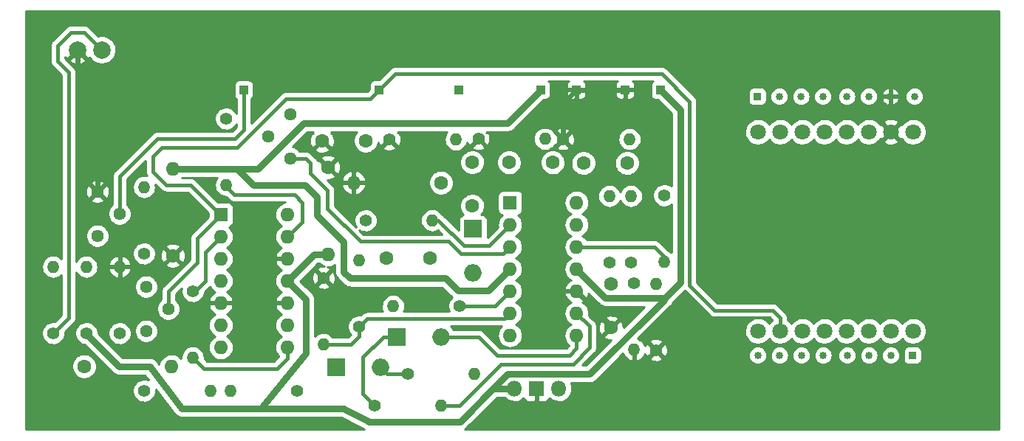
<source format=gbr>
G04 #@! TF.FileFunction,Copper,L2,Bot,Signal*
%FSLAX46Y46*%
G04 Gerber Fmt 4.6, Leading zero omitted, Abs format (unit mm)*
G04 Created by KiCad (PCBNEW 4.0.7-e2-6376~58~ubuntu16.04.1) date Mon Dec 18 14:19:11 2017*
%MOMM*%
%LPD*%
G01*
G04 APERTURE LIST*
%ADD10C,0.100000*%
%ADD11C,1.998980*%
%ADD12C,1.800000*%
%ADD13R,1.600000X1.600000*%
%ADD14O,1.600000X1.600000*%
%ADD15C,1.600000*%
%ADD16R,2.000000X2.000000*%
%ADD17O,2.000000X2.000000*%
%ADD18C,1.400000*%
%ADD19O,1.400000X1.400000*%
%ADD20R,1.000000X1.000000*%
%ADD21C,1.440000*%
%ADD22R,0.850000X0.850000*%
%ADD23O,0.850000X0.850000*%
%ADD24R,1.800000X1.800000*%
%ADD25O,1.800000X1.800000*%
%ADD26C,0.400000*%
%ADD27C,0.600000*%
%ADD28C,0.800000*%
%ADD29C,0.254000*%
G04 APERTURE END LIST*
D10*
D11*
X94996000Y-57912000D03*
X97790000Y-57912000D03*
D12*
X172974000Y-67310000D03*
X175514000Y-67310000D03*
X178054000Y-67310000D03*
X180594000Y-67310000D03*
X183134000Y-67310000D03*
X185674000Y-67310000D03*
X188214000Y-67310000D03*
X190754000Y-67310000D03*
X190754000Y-90170000D03*
X188214000Y-90170000D03*
X185674000Y-90170000D03*
X183134000Y-90170000D03*
X180594000Y-90170000D03*
X178054000Y-90170000D03*
X175514000Y-90170000D03*
X172974000Y-90170000D03*
D13*
X111420000Y-76810000D03*
D14*
X119040000Y-92050000D03*
X111420000Y-79350000D03*
X119040000Y-89510000D03*
X111420000Y-81890000D03*
X119040000Y-86970000D03*
X111420000Y-84430000D03*
X119040000Y-84430000D03*
X111420000Y-86970000D03*
X119040000Y-81890000D03*
X111420000Y-89510000D03*
X119040000Y-79350000D03*
X111420000Y-92050000D03*
X119040000Y-76810000D03*
D13*
X144560000Y-75440000D03*
D14*
X152180000Y-90680000D03*
X144560000Y-77980000D03*
X152180000Y-88140000D03*
X144560000Y-80520000D03*
X152180000Y-85600000D03*
X144560000Y-83060000D03*
X152180000Y-83060000D03*
X144560000Y-85600000D03*
X152180000Y-80520000D03*
X144560000Y-88140000D03*
X152180000Y-77980000D03*
X144560000Y-90680000D03*
X152180000Y-75440000D03*
D15*
X95758000Y-94234000D03*
D14*
X105758000Y-94234000D03*
D15*
X136652000Y-73152000D03*
D14*
X126652000Y-73152000D03*
D15*
X128016000Y-68326000D03*
X123016000Y-68326000D03*
X135382000Y-81788000D03*
X130382000Y-81788000D03*
X140230000Y-75810000D03*
X140230000Y-70810000D03*
X149430000Y-70830000D03*
X144430000Y-70830000D03*
X157960000Y-70900000D03*
X152960000Y-70900000D03*
X156120000Y-84800000D03*
X156120000Y-89800000D03*
X123698000Y-71374000D03*
D14*
X123698000Y-81374000D03*
D15*
X105918000Y-81534000D03*
D14*
X105918000Y-71534000D03*
D16*
X124660000Y-94370000D03*
D17*
X129740000Y-94370000D03*
D16*
X131560000Y-90830000D03*
D17*
X136640000Y-90830000D03*
D16*
X140320000Y-78450000D03*
D17*
X140320000Y-83530000D03*
D18*
X99822000Y-90424000D03*
D19*
X99822000Y-82804000D03*
D18*
X96012000Y-90424000D03*
D19*
X96012000Y-82804000D03*
D18*
X92202000Y-90424000D03*
D19*
X92202000Y-82804000D03*
D18*
X102616000Y-97028000D03*
D19*
X110236000Y-97028000D03*
D18*
X120142000Y-97028000D03*
D19*
X112522000Y-97028000D03*
D18*
X102616000Y-81280000D03*
D19*
X102616000Y-73660000D03*
D18*
X108204000Y-85598000D03*
D19*
X108204000Y-93218000D03*
D18*
X112014000Y-65786000D03*
D19*
X112014000Y-73406000D03*
D18*
X132820000Y-95140000D03*
D19*
X140440000Y-95140000D03*
D18*
X123190000Y-84074000D03*
D19*
X123190000Y-91694000D03*
D18*
X127254000Y-89662000D03*
D19*
X127254000Y-82042000D03*
D18*
X128016000Y-77470000D03*
D19*
X135636000Y-77470000D03*
D18*
X138770000Y-87290000D03*
D19*
X131150000Y-87290000D03*
D18*
X130740000Y-68190000D03*
D19*
X138360000Y-68190000D03*
D18*
X129010000Y-98720000D03*
D19*
X136630000Y-98720000D03*
D18*
X140930000Y-68120000D03*
D19*
X148550000Y-68120000D03*
D18*
X150630000Y-68150000D03*
D19*
X158250000Y-68150000D03*
D18*
X158420000Y-82300000D03*
D19*
X158420000Y-74680000D03*
D18*
X162230000Y-74600000D03*
D19*
X162230000Y-82220000D03*
D18*
X155940000Y-82300000D03*
D19*
X155940000Y-74680000D03*
D18*
X158760000Y-84710000D03*
D19*
X158760000Y-92330000D03*
D18*
X161280000Y-92370000D03*
D19*
X161280000Y-84750000D03*
D20*
X161798000Y-62484000D03*
X157734000Y-62484000D03*
X148082000Y-62484000D03*
D21*
X102870000Y-85090000D03*
X105410000Y-87630000D03*
X102870000Y-90170000D03*
X97282000Y-74168000D03*
X99822000Y-76708000D03*
X97282000Y-79248000D03*
X119380000Y-70358000D03*
X116840000Y-67818000D03*
X119380000Y-65278000D03*
D20*
X152146000Y-62484000D03*
X129540000Y-62484000D03*
X114046000Y-62484000D03*
X138684000Y-62484000D03*
D22*
X172900000Y-63246000D03*
D23*
X175400000Y-63246000D03*
X177900000Y-63246000D03*
X180400000Y-63246000D03*
X183150000Y-63246000D03*
X185650000Y-63246000D03*
X188150000Y-63246000D03*
X190900000Y-63246000D03*
D22*
X190682000Y-92964000D03*
D23*
X188182000Y-92964000D03*
X185682000Y-92964000D03*
X183182000Y-92964000D03*
X180432000Y-92964000D03*
X177932000Y-92964000D03*
X175432000Y-92964000D03*
X172932000Y-92964000D03*
D24*
X147574000Y-96774000D03*
D25*
X150114000Y-96774000D03*
X145034000Y-96774000D03*
D26*
X93980000Y-88646000D02*
X93980000Y-60452000D01*
X92202000Y-90424000D02*
X93980000Y-88646000D01*
X95758000Y-55880000D02*
X97790000Y-57912000D01*
X94234000Y-55880000D02*
X95758000Y-55880000D01*
X92710000Y-57404000D02*
X94234000Y-55880000D01*
X92710000Y-59182000D02*
X92710000Y-57404000D01*
X93980000Y-60452000D02*
X92710000Y-59182000D01*
X97790000Y-57912000D02*
X97790000Y-57404000D01*
D27*
X92202000Y-90170000D02*
X92202000Y-90424000D01*
X94996000Y-57912000D02*
X94996000Y-59690000D01*
X97282000Y-61976000D02*
X94996000Y-59690000D01*
X97282000Y-61976000D02*
X97282000Y-74168000D01*
X152146000Y-62484000D02*
X157734000Y-62484000D01*
X152146000Y-62484000D02*
X150622000Y-64008000D01*
X150622000Y-64008000D02*
X150622000Y-68142000D01*
X150622000Y-68142000D02*
X150630000Y-68150000D01*
X140970000Y-68080000D02*
X140930000Y-68120000D01*
X122936000Y-68246000D02*
X123016000Y-68326000D01*
X156120000Y-89800000D02*
X156120000Y-89540000D01*
X156120000Y-89540000D02*
X152180000Y-85600000D01*
X140930000Y-68120000D02*
X140930000Y-67920000D01*
D26*
X123698000Y-71374000D02*
X123444000Y-71374000D01*
X138770000Y-87290000D02*
X142870000Y-87290000D01*
X142870000Y-87290000D02*
X144560000Y-85600000D01*
X162230000Y-81650000D02*
X161100000Y-80520000D01*
X161100000Y-80520000D02*
X152180000Y-80520000D01*
X162230000Y-82220000D02*
X162230000Y-81650000D01*
X117856000Y-94488000D02*
X109474000Y-94488000D01*
X117856000Y-94488000D02*
X119040000Y-93304000D01*
X119040000Y-92050000D02*
X119040000Y-93304000D01*
X109474000Y-94488000D02*
X108204000Y-93218000D01*
X132820000Y-95140000D02*
X130510000Y-95140000D01*
X130510000Y-95140000D02*
X129740000Y-94370000D01*
X131560000Y-90830000D02*
X130010000Y-90830000D01*
X127660000Y-97370000D02*
X129010000Y-98720000D01*
X127660000Y-93180000D02*
X127660000Y-97370000D01*
X130010000Y-90830000D02*
X127660000Y-93180000D01*
X136640000Y-90830000D02*
X140950000Y-90830000D01*
X152180000Y-92180000D02*
X152180000Y-90680000D01*
X151380000Y-92980000D02*
X152180000Y-92180000D01*
X143100000Y-92980000D02*
X151380000Y-92980000D01*
X140950000Y-90830000D02*
X143100000Y-92980000D01*
X153670000Y-89630000D02*
X152180000Y-88140000D01*
X153670000Y-92075000D02*
X153670000Y-89630000D01*
X151765000Y-93980000D02*
X153670000Y-92075000D01*
X143510000Y-93980000D02*
X151765000Y-93980000D01*
X138770000Y-98720000D02*
X143510000Y-93980000D01*
X136630000Y-98720000D02*
X138770000Y-98720000D01*
X112014000Y-65786000D02*
X111633000Y-65786000D01*
X108204000Y-85598000D02*
X108482000Y-85598000D01*
X109610000Y-81160000D02*
X111420000Y-79350000D01*
X109610000Y-84470000D02*
X109610000Y-81160000D01*
X108482000Y-85598000D02*
X109610000Y-84470000D01*
X112014000Y-73406000D02*
X112014000Y-73604000D01*
X112014000Y-73604000D02*
X112980000Y-74570000D01*
X112980000Y-74570000D02*
X119860000Y-74570000D01*
X119860000Y-74570000D02*
X120760000Y-75470000D01*
X120760000Y-75470000D02*
X120760000Y-77630000D01*
X120760000Y-77630000D02*
X119040000Y-79350000D01*
X127254000Y-89662000D02*
X127254000Y-90786000D01*
X126346000Y-91694000D02*
X123190000Y-91694000D01*
X127254000Y-90786000D02*
X126346000Y-91694000D01*
X127254000Y-89662000D02*
X127278000Y-89662000D01*
X127278000Y-89662000D02*
X128170000Y-88770000D01*
X143930000Y-88770000D02*
X144560000Y-88140000D01*
X128170000Y-88770000D02*
X143930000Y-88770000D01*
X135636000Y-77470000D02*
X136340000Y-77470000D01*
X142170000Y-80370000D02*
X144560000Y-77980000D01*
X139240000Y-80370000D02*
X142170000Y-80370000D01*
X136340000Y-77470000D02*
X139240000Y-80370000D01*
D28*
X162179000Y-86360000D02*
X162306000Y-86360000D01*
X164084000Y-64770000D02*
X161798000Y-62484000D01*
X164084000Y-84582000D02*
X164084000Y-64770000D01*
X162306000Y-86360000D02*
X164084000Y-84582000D01*
X145034000Y-96774000D02*
X142748000Y-96774000D01*
X142748000Y-96774000D02*
X142748000Y-96647000D01*
X162179000Y-86360000D02*
X155480000Y-86360000D01*
X155480000Y-86360000D02*
X152180000Y-83060000D01*
X162179000Y-86614000D02*
X162179000Y-86360000D01*
X153670000Y-95123000D02*
X162179000Y-86614000D01*
X144272000Y-95123000D02*
X153670000Y-95123000D01*
X138811000Y-100584000D02*
X142748000Y-96647000D01*
X142748000Y-96647000D02*
X144272000Y-95123000D01*
X128397000Y-100584000D02*
X138811000Y-100584000D01*
X125476000Y-99060000D02*
X128397000Y-100584000D01*
X115824000Y-99060000D02*
X125476000Y-99060000D01*
X115824000Y-99060000D02*
X115951000Y-99060000D01*
X122096000Y-81374000D02*
X119040000Y-84430000D01*
X123698000Y-81374000D02*
X122096000Y-81374000D01*
X96012000Y-90424000D02*
X96012000Y-90551000D01*
X96012000Y-90551000D02*
X99695000Y-94234000D01*
X99695000Y-94234000D02*
X103251000Y-94234000D01*
X103251000Y-94234000D02*
X106934000Y-99060000D01*
X106934000Y-99060000D02*
X115824000Y-99060000D01*
X115951000Y-99060000D02*
X121158000Y-92710000D01*
X121158000Y-92710000D02*
X121158000Y-86548000D01*
X121158000Y-86548000D02*
X119040000Y-84430000D01*
D26*
X152550000Y-83060000D02*
X152180000Y-83060000D01*
D28*
X120904000Y-66294000D02*
X144272000Y-66294000D01*
X113274000Y-71534000D02*
X115664000Y-71534000D01*
X120904000Y-66294000D02*
X115664000Y-71534000D01*
X144272000Y-66294000D02*
X148082000Y-62484000D01*
X113274000Y-71534000D02*
X115170000Y-73430000D01*
X115170000Y-73430000D02*
X121090000Y-73430000D01*
X121090000Y-73430000D02*
X122460000Y-74800000D01*
X122460000Y-74800000D02*
X122460000Y-76900000D01*
X122460000Y-76900000D02*
X125500000Y-79940000D01*
X125500000Y-79940000D02*
X125500000Y-83400000D01*
X125500000Y-83400000D02*
X126220000Y-84120000D01*
X126220000Y-84120000D02*
X137200000Y-84120000D01*
X105918000Y-71534000D02*
X113274000Y-71534000D01*
X142100000Y-85520000D02*
X144560000Y-83060000D01*
X138600000Y-85520000D02*
X142100000Y-85520000D01*
X137200000Y-84120000D02*
X138600000Y-85520000D01*
D26*
X175514000Y-90170000D02*
X175514000Y-88644000D01*
X131394000Y-60630000D02*
X129540000Y-62484000D01*
X161940000Y-60630000D02*
X131394000Y-60630000D01*
X165130000Y-63820000D02*
X161940000Y-60630000D01*
X165130000Y-84930000D02*
X165130000Y-63820000D01*
X167980000Y-87780000D02*
X165130000Y-84930000D01*
X174650000Y-87780000D02*
X167980000Y-87780000D01*
X175514000Y-88644000D02*
X174650000Y-87780000D01*
X118872000Y-63500000D02*
X128524000Y-63500000D01*
X128524000Y-63500000D02*
X129540000Y-62484000D01*
X111354000Y-76810000D02*
X107950000Y-73406000D01*
X107950000Y-73406000D02*
X105156000Y-73406000D01*
X105156000Y-73406000D02*
X103632000Y-71882000D01*
X103632000Y-71882000D02*
X103632000Y-70104000D01*
X103632000Y-70104000D02*
X104648000Y-69088000D01*
X104648000Y-69088000D02*
X113284000Y-69088000D01*
X113284000Y-69088000D02*
X118872000Y-63500000D01*
X175514000Y-90170000D02*
X175514000Y-89916000D01*
X111420000Y-76810000D02*
X111354000Y-76810000D01*
X105410000Y-87630000D02*
X105410000Y-85598000D01*
X108712000Y-79518000D02*
X111420000Y-76810000D01*
X108712000Y-82296000D02*
X108712000Y-79518000D01*
X105410000Y-85598000D02*
X108712000Y-82296000D01*
X104140000Y-68072000D02*
X113030000Y-68072000D01*
X114046000Y-67056000D02*
X114046000Y-62484000D01*
X113030000Y-68072000D02*
X114046000Y-67056000D01*
X99822000Y-76708000D02*
X99822000Y-72390000D01*
X99822000Y-72390000D02*
X104140000Y-68072000D01*
X111064000Y-81534000D02*
X111420000Y-81890000D01*
X121706000Y-72096000D02*
X121706000Y-70906000D01*
X121158000Y-70358000D02*
X119380000Y-70358000D01*
X121706000Y-70906000D02*
X121158000Y-70358000D01*
X127410000Y-79900000D02*
X137530000Y-79900000D01*
X143800000Y-81280000D02*
X144560000Y-80520000D01*
X138910000Y-81280000D02*
X143800000Y-81280000D01*
X137530000Y-79900000D02*
X138910000Y-81280000D01*
X121706000Y-72096000D02*
X123630000Y-74020000D01*
X123630000Y-76120000D02*
X127410000Y-79900000D01*
X123630000Y-74020000D02*
X123630000Y-76120000D01*
D28*
X150368000Y-97028000D02*
X150114000Y-96774000D01*
D29*
G36*
X200533000Y-101473000D02*
X139334235Y-101473000D01*
X139374701Y-101452024D01*
X139378956Y-101448627D01*
X139383760Y-101446073D01*
X139457818Y-101385673D01*
X139532566Y-101326003D01*
X139540146Y-101318528D01*
X139540296Y-101318406D01*
X139540411Y-101318267D01*
X139542856Y-101315856D01*
X143049711Y-97809000D01*
X143898514Y-97809000D01*
X143929857Y-97847983D01*
X144159349Y-98040549D01*
X144421872Y-98184873D01*
X144707429Y-98275457D01*
X145005141Y-98308850D01*
X145026573Y-98309000D01*
X145041427Y-98309000D01*
X145339577Y-98279766D01*
X145626370Y-98193178D01*
X145890883Y-98052534D01*
X146079691Y-97898546D01*
X146111270Y-97974785D01*
X146180763Y-98078789D01*
X146269211Y-98167237D01*
X146373215Y-98236730D01*
X146488777Y-98284597D01*
X146611458Y-98309000D01*
X147288250Y-98309000D01*
X147447000Y-98150250D01*
X147447000Y-96901000D01*
X147427000Y-96901000D01*
X147427000Y-96647000D01*
X147447000Y-96647000D01*
X147447000Y-96627000D01*
X147701000Y-96627000D01*
X147701000Y-96647000D01*
X147721000Y-96647000D01*
X147721000Y-96901000D01*
X147701000Y-96901000D01*
X147701000Y-98150250D01*
X147859750Y-98309000D01*
X148536542Y-98309000D01*
X148659223Y-98284597D01*
X148774785Y-98236730D01*
X148878789Y-98167237D01*
X148967237Y-98078789D01*
X149036730Y-97974785D01*
X149068775Y-97897421D01*
X149239349Y-98040549D01*
X149501872Y-98184873D01*
X149787429Y-98275457D01*
X150085141Y-98308850D01*
X150106573Y-98309000D01*
X150121427Y-98309000D01*
X150419577Y-98279766D01*
X150706370Y-98193178D01*
X150970883Y-98052534D01*
X151203041Y-97863191D01*
X151394000Y-97632361D01*
X151536487Y-97368836D01*
X151625075Y-97082655D01*
X151656390Y-96784716D01*
X151629238Y-96486370D01*
X151544654Y-96198979D01*
X151523231Y-96158000D01*
X153670000Y-96158000D01*
X153765186Y-96148667D01*
X153860389Y-96140338D01*
X153865612Y-96138820D01*
X153871033Y-96138289D01*
X153962578Y-96110650D01*
X154054366Y-96083983D01*
X154059199Y-96081478D01*
X154064408Y-96079905D01*
X154148796Y-96035035D01*
X154233701Y-95991024D01*
X154237956Y-95987627D01*
X154242760Y-95985073D01*
X154316818Y-95924673D01*
X154391566Y-95865003D01*
X154399146Y-95857528D01*
X154399296Y-95857406D01*
X154399411Y-95857267D01*
X154401856Y-95854856D01*
X157501041Y-92755671D01*
X157557147Y-92909123D01*
X157693241Y-93132660D01*
X157870330Y-93325351D01*
X158081608Y-93479792D01*
X158318956Y-93590047D01*
X158426671Y-93622716D01*
X158633000Y-93499374D01*
X158633000Y-92457000D01*
X158613000Y-92457000D01*
X158613000Y-92203000D01*
X158633000Y-92203000D01*
X158633000Y-92183000D01*
X158887000Y-92183000D01*
X158887000Y-92203000D01*
X158907000Y-92203000D01*
X158907000Y-92457000D01*
X158887000Y-92457000D01*
X158887000Y-93499374D01*
X159093329Y-93622716D01*
X159201044Y-93590047D01*
X159438392Y-93479792D01*
X159649670Y-93325351D01*
X159680992Y-93291269D01*
X160538336Y-93291269D01*
X160597797Y-93525037D01*
X160836242Y-93635934D01*
X161091740Y-93698183D01*
X161354473Y-93709390D01*
X161614344Y-93669125D01*
X161861366Y-93578935D01*
X161962203Y-93525037D01*
X162021664Y-93291269D01*
X161280000Y-92549605D01*
X160538336Y-93291269D01*
X159680992Y-93291269D01*
X159826759Y-93132660D01*
X159962853Y-92909123D01*
X160009280Y-92782144D01*
X160071065Y-92951366D01*
X160124963Y-93052203D01*
X160358731Y-93111664D01*
X161100395Y-92370000D01*
X161459605Y-92370000D01*
X162201269Y-93111664D01*
X162435037Y-93052203D01*
X162478444Y-92958871D01*
X171872000Y-92958871D01*
X171872000Y-92969129D01*
X171892188Y-93175017D01*
X171951981Y-93373064D01*
X172049103Y-93555724D01*
X172179855Y-93716041D01*
X172339256Y-93847909D01*
X172521233Y-93946304D01*
X172718857Y-94007479D01*
X172924600Y-94029103D01*
X173130624Y-94010353D01*
X173329083Y-93951944D01*
X173512417Y-93856099D01*
X173673643Y-93726470D01*
X173806620Y-93567994D01*
X173906283Y-93386707D01*
X173968836Y-93189515D01*
X173991897Y-92983929D01*
X173992000Y-92969129D01*
X173992000Y-92958871D01*
X174372000Y-92958871D01*
X174372000Y-92969129D01*
X174392188Y-93175017D01*
X174451981Y-93373064D01*
X174549103Y-93555724D01*
X174679855Y-93716041D01*
X174839256Y-93847909D01*
X175021233Y-93946304D01*
X175218857Y-94007479D01*
X175424600Y-94029103D01*
X175630624Y-94010353D01*
X175829083Y-93951944D01*
X176012417Y-93856099D01*
X176173643Y-93726470D01*
X176306620Y-93567994D01*
X176406283Y-93386707D01*
X176468836Y-93189515D01*
X176491897Y-92983929D01*
X176492000Y-92969129D01*
X176492000Y-92958871D01*
X176872000Y-92958871D01*
X176872000Y-92969129D01*
X176892188Y-93175017D01*
X176951981Y-93373064D01*
X177049103Y-93555724D01*
X177179855Y-93716041D01*
X177339256Y-93847909D01*
X177521233Y-93946304D01*
X177718857Y-94007479D01*
X177924600Y-94029103D01*
X178130624Y-94010353D01*
X178329083Y-93951944D01*
X178512417Y-93856099D01*
X178673643Y-93726470D01*
X178806620Y-93567994D01*
X178906283Y-93386707D01*
X178968836Y-93189515D01*
X178991897Y-92983929D01*
X178992000Y-92969129D01*
X178992000Y-92958871D01*
X179372000Y-92958871D01*
X179372000Y-92969129D01*
X179392188Y-93175017D01*
X179451981Y-93373064D01*
X179549103Y-93555724D01*
X179679855Y-93716041D01*
X179839256Y-93847909D01*
X180021233Y-93946304D01*
X180218857Y-94007479D01*
X180424600Y-94029103D01*
X180630624Y-94010353D01*
X180829083Y-93951944D01*
X181012417Y-93856099D01*
X181173643Y-93726470D01*
X181306620Y-93567994D01*
X181406283Y-93386707D01*
X181468836Y-93189515D01*
X181491897Y-92983929D01*
X181492000Y-92969129D01*
X181492000Y-92958871D01*
X182122000Y-92958871D01*
X182122000Y-92969129D01*
X182142188Y-93175017D01*
X182201981Y-93373064D01*
X182299103Y-93555724D01*
X182429855Y-93716041D01*
X182589256Y-93847909D01*
X182771233Y-93946304D01*
X182968857Y-94007479D01*
X183174600Y-94029103D01*
X183380624Y-94010353D01*
X183579083Y-93951944D01*
X183762417Y-93856099D01*
X183923643Y-93726470D01*
X184056620Y-93567994D01*
X184156283Y-93386707D01*
X184218836Y-93189515D01*
X184241897Y-92983929D01*
X184242000Y-92969129D01*
X184242000Y-92958871D01*
X184622000Y-92958871D01*
X184622000Y-92969129D01*
X184642188Y-93175017D01*
X184701981Y-93373064D01*
X184799103Y-93555724D01*
X184929855Y-93716041D01*
X185089256Y-93847909D01*
X185271233Y-93946304D01*
X185468857Y-94007479D01*
X185674600Y-94029103D01*
X185880624Y-94010353D01*
X186079083Y-93951944D01*
X186262417Y-93856099D01*
X186423643Y-93726470D01*
X186556620Y-93567994D01*
X186656283Y-93386707D01*
X186718836Y-93189515D01*
X186741897Y-92983929D01*
X186742000Y-92969129D01*
X186742000Y-92958871D01*
X187122000Y-92958871D01*
X187122000Y-92969129D01*
X187142188Y-93175017D01*
X187201981Y-93373064D01*
X187299103Y-93555724D01*
X187429855Y-93716041D01*
X187589256Y-93847909D01*
X187771233Y-93946304D01*
X187968857Y-94007479D01*
X188174600Y-94029103D01*
X188380624Y-94010353D01*
X188579083Y-93951944D01*
X188762417Y-93856099D01*
X188923643Y-93726470D01*
X189056620Y-93567994D01*
X189156283Y-93386707D01*
X189218836Y-93189515D01*
X189241897Y-92983929D01*
X189242000Y-92969129D01*
X189242000Y-92958871D01*
X189221812Y-92752983D01*
X189162019Y-92554936D01*
X189153546Y-92539000D01*
X189618928Y-92539000D01*
X189618928Y-93389000D01*
X189626992Y-93490121D01*
X189680106Y-93661634D01*
X189778900Y-93811559D01*
X189915550Y-93928025D01*
X190079237Y-94001810D01*
X190257000Y-94027072D01*
X191107000Y-94027072D01*
X191208121Y-94019008D01*
X191379634Y-93965894D01*
X191529559Y-93867100D01*
X191646025Y-93730450D01*
X191719810Y-93566763D01*
X191745072Y-93389000D01*
X191745072Y-92539000D01*
X191737008Y-92437879D01*
X191683894Y-92266366D01*
X191585100Y-92116441D01*
X191448450Y-91999975D01*
X191284763Y-91926190D01*
X191107000Y-91900928D01*
X190257000Y-91900928D01*
X190155879Y-91908992D01*
X189984366Y-91962106D01*
X189834441Y-92060900D01*
X189717975Y-92197550D01*
X189644190Y-92361237D01*
X189618928Y-92539000D01*
X189153546Y-92539000D01*
X189064897Y-92372276D01*
X188934145Y-92211959D01*
X188774744Y-92080091D01*
X188592767Y-91981696D01*
X188395143Y-91920521D01*
X188189400Y-91898897D01*
X187983376Y-91917647D01*
X187784917Y-91976056D01*
X187601583Y-92071901D01*
X187440357Y-92201530D01*
X187307380Y-92360006D01*
X187207717Y-92541293D01*
X187145164Y-92738485D01*
X187122103Y-92944071D01*
X187122000Y-92958871D01*
X186742000Y-92958871D01*
X186721812Y-92752983D01*
X186662019Y-92554936D01*
X186564897Y-92372276D01*
X186434145Y-92211959D01*
X186274744Y-92080091D01*
X186092767Y-91981696D01*
X185895143Y-91920521D01*
X185689400Y-91898897D01*
X185483376Y-91917647D01*
X185284917Y-91976056D01*
X185101583Y-92071901D01*
X184940357Y-92201530D01*
X184807380Y-92360006D01*
X184707717Y-92541293D01*
X184645164Y-92738485D01*
X184622103Y-92944071D01*
X184622000Y-92958871D01*
X184242000Y-92958871D01*
X184221812Y-92752983D01*
X184162019Y-92554936D01*
X184064897Y-92372276D01*
X183934145Y-92211959D01*
X183774744Y-92080091D01*
X183592767Y-91981696D01*
X183395143Y-91920521D01*
X183189400Y-91898897D01*
X182983376Y-91917647D01*
X182784917Y-91976056D01*
X182601583Y-92071901D01*
X182440357Y-92201530D01*
X182307380Y-92360006D01*
X182207717Y-92541293D01*
X182145164Y-92738485D01*
X182122103Y-92944071D01*
X182122000Y-92958871D01*
X181492000Y-92958871D01*
X181471812Y-92752983D01*
X181412019Y-92554936D01*
X181314897Y-92372276D01*
X181184145Y-92211959D01*
X181024744Y-92080091D01*
X180842767Y-91981696D01*
X180645143Y-91920521D01*
X180439400Y-91898897D01*
X180233376Y-91917647D01*
X180034917Y-91976056D01*
X179851583Y-92071901D01*
X179690357Y-92201530D01*
X179557380Y-92360006D01*
X179457717Y-92541293D01*
X179395164Y-92738485D01*
X179372103Y-92944071D01*
X179372000Y-92958871D01*
X178992000Y-92958871D01*
X178971812Y-92752983D01*
X178912019Y-92554936D01*
X178814897Y-92372276D01*
X178684145Y-92211959D01*
X178524744Y-92080091D01*
X178342767Y-91981696D01*
X178145143Y-91920521D01*
X177939400Y-91898897D01*
X177733376Y-91917647D01*
X177534917Y-91976056D01*
X177351583Y-92071901D01*
X177190357Y-92201530D01*
X177057380Y-92360006D01*
X176957717Y-92541293D01*
X176895164Y-92738485D01*
X176872103Y-92944071D01*
X176872000Y-92958871D01*
X176492000Y-92958871D01*
X176471812Y-92752983D01*
X176412019Y-92554936D01*
X176314897Y-92372276D01*
X176184145Y-92211959D01*
X176024744Y-92080091D01*
X175842767Y-91981696D01*
X175645143Y-91920521D01*
X175439400Y-91898897D01*
X175233376Y-91917647D01*
X175034917Y-91976056D01*
X174851583Y-92071901D01*
X174690357Y-92201530D01*
X174557380Y-92360006D01*
X174457717Y-92541293D01*
X174395164Y-92738485D01*
X174372103Y-92944071D01*
X174372000Y-92958871D01*
X173992000Y-92958871D01*
X173971812Y-92752983D01*
X173912019Y-92554936D01*
X173814897Y-92372276D01*
X173684145Y-92211959D01*
X173524744Y-92080091D01*
X173342767Y-91981696D01*
X173145143Y-91920521D01*
X172939400Y-91898897D01*
X172733376Y-91917647D01*
X172534917Y-91976056D01*
X172351583Y-92071901D01*
X172190357Y-92201530D01*
X172057380Y-92360006D01*
X171957717Y-92541293D01*
X171895164Y-92738485D01*
X171872103Y-92944071D01*
X171872000Y-92958871D01*
X162478444Y-92958871D01*
X162545934Y-92813758D01*
X162608183Y-92558260D01*
X162619390Y-92295527D01*
X162579125Y-92035656D01*
X162488935Y-91788634D01*
X162435037Y-91687797D01*
X162201269Y-91628336D01*
X161459605Y-92370000D01*
X161100395Y-92370000D01*
X160358731Y-91628336D01*
X160124963Y-91687797D01*
X160021291Y-91910707D01*
X159962853Y-91750877D01*
X159826759Y-91527340D01*
X159754515Y-91448731D01*
X160538336Y-91448731D01*
X161280000Y-92190395D01*
X162021664Y-91448731D01*
X161962203Y-91214963D01*
X161723758Y-91104066D01*
X161468260Y-91041817D01*
X161205527Y-91030610D01*
X160945656Y-91070875D01*
X160698634Y-91161065D01*
X160597797Y-91214963D01*
X160538336Y-91448731D01*
X159754515Y-91448731D01*
X159649670Y-91334649D01*
X159438392Y-91180208D01*
X159201044Y-91069953D01*
X159190083Y-91066629D01*
X162910855Y-87345856D01*
X162971541Y-87271976D01*
X163032992Y-87198741D01*
X163035613Y-87193973D01*
X163039069Y-87189766D01*
X163084249Y-87105505D01*
X163130305Y-87021730D01*
X163131951Y-87016541D01*
X163134522Y-87011746D01*
X163141813Y-86987899D01*
X164574422Y-85555290D01*
X167389566Y-88370434D01*
X167449182Y-88419404D01*
X167508253Y-88468970D01*
X167512096Y-88471083D01*
X167515493Y-88473873D01*
X167583526Y-88510352D01*
X167651059Y-88547478D01*
X167655242Y-88548805D01*
X167659114Y-88550881D01*
X167732921Y-88573446D01*
X167806394Y-88596753D01*
X167810754Y-88597242D01*
X167814957Y-88598527D01*
X167891756Y-88606328D01*
X167968342Y-88614919D01*
X167976914Y-88614979D01*
X167977086Y-88614996D01*
X167977246Y-88614981D01*
X167980000Y-88615000D01*
X174304132Y-88615000D01*
X174613727Y-88924596D01*
X174547509Y-88967928D01*
X174332432Y-89178547D01*
X174244040Y-89307641D01*
X174169295Y-89195141D01*
X173957180Y-88981540D01*
X173707616Y-88813206D01*
X173430108Y-88696553D01*
X173135228Y-88636023D01*
X172834206Y-88633921D01*
X172538509Y-88690328D01*
X172259400Y-88803096D01*
X172007509Y-88967928D01*
X171792432Y-89178547D01*
X171622361Y-89426930D01*
X171503773Y-89703617D01*
X171441186Y-89998067D01*
X171436983Y-90299067D01*
X171491324Y-90595150D01*
X171602140Y-90875040D01*
X171765210Y-91128075D01*
X171974322Y-91344617D01*
X172221512Y-91516419D01*
X172497364Y-91636935D01*
X172791371Y-91701577D01*
X173092334Y-91707881D01*
X173388789Y-91655608D01*
X173669446Y-91546748D01*
X173923613Y-91385449D01*
X174141610Y-91177854D01*
X174243869Y-91032892D01*
X174305210Y-91128075D01*
X174514322Y-91344617D01*
X174761512Y-91516419D01*
X175037364Y-91636935D01*
X175331371Y-91701577D01*
X175632334Y-91707881D01*
X175928789Y-91655608D01*
X176209446Y-91546748D01*
X176463613Y-91385449D01*
X176681610Y-91177854D01*
X176783869Y-91032892D01*
X176845210Y-91128075D01*
X177054322Y-91344617D01*
X177301512Y-91516419D01*
X177577364Y-91636935D01*
X177871371Y-91701577D01*
X178172334Y-91707881D01*
X178468789Y-91655608D01*
X178749446Y-91546748D01*
X179003613Y-91385449D01*
X179221610Y-91177854D01*
X179323869Y-91032892D01*
X179385210Y-91128075D01*
X179594322Y-91344617D01*
X179841512Y-91516419D01*
X180117364Y-91636935D01*
X180411371Y-91701577D01*
X180712334Y-91707881D01*
X181008789Y-91655608D01*
X181289446Y-91546748D01*
X181543613Y-91385449D01*
X181761610Y-91177854D01*
X181863869Y-91032892D01*
X181925210Y-91128075D01*
X182134322Y-91344617D01*
X182381512Y-91516419D01*
X182657364Y-91636935D01*
X182951371Y-91701577D01*
X183252334Y-91707881D01*
X183548789Y-91655608D01*
X183829446Y-91546748D01*
X184083613Y-91385449D01*
X184301610Y-91177854D01*
X184403869Y-91032892D01*
X184465210Y-91128075D01*
X184674322Y-91344617D01*
X184921512Y-91516419D01*
X185197364Y-91636935D01*
X185491371Y-91701577D01*
X185792334Y-91707881D01*
X186088789Y-91655608D01*
X186369446Y-91546748D01*
X186623613Y-91385449D01*
X186841610Y-91177854D01*
X186943869Y-91032892D01*
X187005210Y-91128075D01*
X187214322Y-91344617D01*
X187461512Y-91516419D01*
X187737364Y-91636935D01*
X188031371Y-91701577D01*
X188332334Y-91707881D01*
X188628789Y-91655608D01*
X188909446Y-91546748D01*
X189163613Y-91385449D01*
X189381610Y-91177854D01*
X189483869Y-91032892D01*
X189545210Y-91128075D01*
X189754322Y-91344617D01*
X190001512Y-91516419D01*
X190277364Y-91636935D01*
X190571371Y-91701577D01*
X190872334Y-91707881D01*
X191168789Y-91655608D01*
X191449446Y-91546748D01*
X191703613Y-91385449D01*
X191921610Y-91177854D01*
X192095132Y-90931869D01*
X192217572Y-90656866D01*
X192284265Y-90363317D01*
X192289066Y-90019486D01*
X192230595Y-89724190D01*
X192115882Y-89445874D01*
X191949295Y-89195141D01*
X191737180Y-88981540D01*
X191487616Y-88813206D01*
X191210108Y-88696553D01*
X190915228Y-88636023D01*
X190614206Y-88633921D01*
X190318509Y-88690328D01*
X190039400Y-88803096D01*
X189787509Y-88967928D01*
X189572432Y-89178547D01*
X189484040Y-89307641D01*
X189409295Y-89195141D01*
X189197180Y-88981540D01*
X188947616Y-88813206D01*
X188670108Y-88696553D01*
X188375228Y-88636023D01*
X188074206Y-88633921D01*
X187778509Y-88690328D01*
X187499400Y-88803096D01*
X187247509Y-88967928D01*
X187032432Y-89178547D01*
X186944040Y-89307641D01*
X186869295Y-89195141D01*
X186657180Y-88981540D01*
X186407616Y-88813206D01*
X186130108Y-88696553D01*
X185835228Y-88636023D01*
X185534206Y-88633921D01*
X185238509Y-88690328D01*
X184959400Y-88803096D01*
X184707509Y-88967928D01*
X184492432Y-89178547D01*
X184404040Y-89307641D01*
X184329295Y-89195141D01*
X184117180Y-88981540D01*
X183867616Y-88813206D01*
X183590108Y-88696553D01*
X183295228Y-88636023D01*
X182994206Y-88633921D01*
X182698509Y-88690328D01*
X182419400Y-88803096D01*
X182167509Y-88967928D01*
X181952432Y-89178547D01*
X181864040Y-89307641D01*
X181789295Y-89195141D01*
X181577180Y-88981540D01*
X181327616Y-88813206D01*
X181050108Y-88696553D01*
X180755228Y-88636023D01*
X180454206Y-88633921D01*
X180158509Y-88690328D01*
X179879400Y-88803096D01*
X179627509Y-88967928D01*
X179412432Y-89178547D01*
X179324040Y-89307641D01*
X179249295Y-89195141D01*
X179037180Y-88981540D01*
X178787616Y-88813206D01*
X178510108Y-88696553D01*
X178215228Y-88636023D01*
X177914206Y-88633921D01*
X177618509Y-88690328D01*
X177339400Y-88803096D01*
X177087509Y-88967928D01*
X176872432Y-89178547D01*
X176784040Y-89307641D01*
X176709295Y-89195141D01*
X176497180Y-88981540D01*
X176349000Y-88881591D01*
X176349000Y-88644000D01*
X176341475Y-88567253D01*
X176334751Y-88490400D01*
X176333527Y-88486186D01*
X176333098Y-88481814D01*
X176310802Y-88407966D01*
X176289286Y-88333908D01*
X176287265Y-88330009D01*
X176285996Y-88325806D01*
X176249785Y-88257704D01*
X176214290Y-88189227D01*
X176211551Y-88185796D01*
X176209489Y-88181918D01*
X176160738Y-88122142D01*
X176112621Y-88061867D01*
X176106595Y-88055757D01*
X176106492Y-88055630D01*
X176106375Y-88055533D01*
X176104435Y-88053566D01*
X175240434Y-87189566D01*
X175180818Y-87140596D01*
X175121747Y-87091030D01*
X175117904Y-87088917D01*
X175114507Y-87086127D01*
X175046474Y-87049648D01*
X174978941Y-87012522D01*
X174974758Y-87011195D01*
X174970886Y-87009119D01*
X174897107Y-86986563D01*
X174823606Y-86963247D01*
X174819242Y-86962758D01*
X174815044Y-86961474D01*
X174738284Y-86953676D01*
X174661658Y-86945081D01*
X174653087Y-86945021D01*
X174652915Y-86945004D01*
X174652755Y-86945019D01*
X174650000Y-86945000D01*
X168325868Y-86945000D01*
X165965000Y-84584132D01*
X165965000Y-67439067D01*
X171436983Y-67439067D01*
X171491324Y-67735150D01*
X171602140Y-68015040D01*
X171765210Y-68268075D01*
X171974322Y-68484617D01*
X172221512Y-68656419D01*
X172497364Y-68776935D01*
X172791371Y-68841577D01*
X173092334Y-68847881D01*
X173388789Y-68795608D01*
X173669446Y-68686748D01*
X173923613Y-68525449D01*
X174141610Y-68317854D01*
X174243869Y-68172892D01*
X174305210Y-68268075D01*
X174514322Y-68484617D01*
X174761512Y-68656419D01*
X175037364Y-68776935D01*
X175331371Y-68841577D01*
X175632334Y-68847881D01*
X175928789Y-68795608D01*
X176209446Y-68686748D01*
X176463613Y-68525449D01*
X176681610Y-68317854D01*
X176783869Y-68172892D01*
X176845210Y-68268075D01*
X177054322Y-68484617D01*
X177301512Y-68656419D01*
X177577364Y-68776935D01*
X177871371Y-68841577D01*
X178172334Y-68847881D01*
X178468789Y-68795608D01*
X178749446Y-68686748D01*
X179003613Y-68525449D01*
X179221610Y-68317854D01*
X179323869Y-68172892D01*
X179385210Y-68268075D01*
X179594322Y-68484617D01*
X179841512Y-68656419D01*
X180117364Y-68776935D01*
X180411371Y-68841577D01*
X180712334Y-68847881D01*
X181008789Y-68795608D01*
X181289446Y-68686748D01*
X181543613Y-68525449D01*
X181761610Y-68317854D01*
X181863869Y-68172892D01*
X181925210Y-68268075D01*
X182134322Y-68484617D01*
X182381512Y-68656419D01*
X182657364Y-68776935D01*
X182951371Y-68841577D01*
X183252334Y-68847881D01*
X183548789Y-68795608D01*
X183829446Y-68686748D01*
X184083613Y-68525449D01*
X184301610Y-68317854D01*
X184403869Y-68172892D01*
X184465210Y-68268075D01*
X184674322Y-68484617D01*
X184921512Y-68656419D01*
X185197364Y-68776935D01*
X185491371Y-68841577D01*
X185792334Y-68847881D01*
X186088789Y-68795608D01*
X186369446Y-68686748D01*
X186623613Y-68525449D01*
X186782566Y-68374080D01*
X187329525Y-68374080D01*
X187413208Y-68628261D01*
X187685775Y-68759158D01*
X187978642Y-68834365D01*
X188280553Y-68850991D01*
X188579907Y-68808397D01*
X188865199Y-68708222D01*
X189014792Y-68628261D01*
X189098475Y-68374080D01*
X188214000Y-67489605D01*
X187329525Y-68374080D01*
X186782566Y-68374080D01*
X186841610Y-68317854D01*
X186970348Y-68135355D01*
X187149920Y-68194475D01*
X188034395Y-67310000D01*
X188393605Y-67310000D01*
X189278080Y-68194475D01*
X189459323Y-68134805D01*
X189545210Y-68268075D01*
X189754322Y-68484617D01*
X190001512Y-68656419D01*
X190277364Y-68776935D01*
X190571371Y-68841577D01*
X190872334Y-68847881D01*
X191168789Y-68795608D01*
X191449446Y-68686748D01*
X191703613Y-68525449D01*
X191921610Y-68317854D01*
X192095132Y-68071869D01*
X192217572Y-67796866D01*
X192284265Y-67503317D01*
X192289066Y-67159486D01*
X192230595Y-66864190D01*
X192115882Y-66585874D01*
X191949295Y-66335141D01*
X191737180Y-66121540D01*
X191487616Y-65953206D01*
X191210108Y-65836553D01*
X190915228Y-65776023D01*
X190614206Y-65773921D01*
X190318509Y-65830328D01*
X190039400Y-65943096D01*
X189787509Y-66107928D01*
X189572432Y-66318547D01*
X189458509Y-66484927D01*
X189278080Y-66425525D01*
X188393605Y-67310000D01*
X188034395Y-67310000D01*
X187149920Y-66425525D01*
X186968934Y-66485110D01*
X186869295Y-66335141D01*
X186780695Y-66245920D01*
X187329525Y-66245920D01*
X188214000Y-67130395D01*
X189098475Y-66245920D01*
X189014792Y-65991739D01*
X188742225Y-65860842D01*
X188449358Y-65785635D01*
X188147447Y-65769009D01*
X187848093Y-65811603D01*
X187562801Y-65911778D01*
X187413208Y-65991739D01*
X187329525Y-66245920D01*
X186780695Y-66245920D01*
X186657180Y-66121540D01*
X186407616Y-65953206D01*
X186130108Y-65836553D01*
X185835228Y-65776023D01*
X185534206Y-65773921D01*
X185238509Y-65830328D01*
X184959400Y-65943096D01*
X184707509Y-66107928D01*
X184492432Y-66318547D01*
X184404040Y-66447641D01*
X184329295Y-66335141D01*
X184117180Y-66121540D01*
X183867616Y-65953206D01*
X183590108Y-65836553D01*
X183295228Y-65776023D01*
X182994206Y-65773921D01*
X182698509Y-65830328D01*
X182419400Y-65943096D01*
X182167509Y-66107928D01*
X181952432Y-66318547D01*
X181864040Y-66447641D01*
X181789295Y-66335141D01*
X181577180Y-66121540D01*
X181327616Y-65953206D01*
X181050108Y-65836553D01*
X180755228Y-65776023D01*
X180454206Y-65773921D01*
X180158509Y-65830328D01*
X179879400Y-65943096D01*
X179627509Y-66107928D01*
X179412432Y-66318547D01*
X179324040Y-66447641D01*
X179249295Y-66335141D01*
X179037180Y-66121540D01*
X178787616Y-65953206D01*
X178510108Y-65836553D01*
X178215228Y-65776023D01*
X177914206Y-65773921D01*
X177618509Y-65830328D01*
X177339400Y-65943096D01*
X177087509Y-66107928D01*
X176872432Y-66318547D01*
X176784040Y-66447641D01*
X176709295Y-66335141D01*
X176497180Y-66121540D01*
X176247616Y-65953206D01*
X175970108Y-65836553D01*
X175675228Y-65776023D01*
X175374206Y-65773921D01*
X175078509Y-65830328D01*
X174799400Y-65943096D01*
X174547509Y-66107928D01*
X174332432Y-66318547D01*
X174244040Y-66447641D01*
X174169295Y-66335141D01*
X173957180Y-66121540D01*
X173707616Y-65953206D01*
X173430108Y-65836553D01*
X173135228Y-65776023D01*
X172834206Y-65773921D01*
X172538509Y-65830328D01*
X172259400Y-65943096D01*
X172007509Y-66107928D01*
X171792432Y-66318547D01*
X171622361Y-66566930D01*
X171503773Y-66843617D01*
X171441186Y-67138067D01*
X171436983Y-67439067D01*
X165965000Y-67439067D01*
X165965000Y-63820000D01*
X165957471Y-63743208D01*
X165950751Y-63666400D01*
X165949527Y-63662186D01*
X165949098Y-63657814D01*
X165926792Y-63583933D01*
X165905285Y-63509907D01*
X165903266Y-63506011D01*
X165901996Y-63501806D01*
X165865766Y-63433668D01*
X165830289Y-63365226D01*
X165827551Y-63361796D01*
X165825489Y-63357918D01*
X165776728Y-63298131D01*
X165728620Y-63237866D01*
X165722599Y-63231761D01*
X165722492Y-63231630D01*
X165722371Y-63231530D01*
X165720434Y-63229566D01*
X165311868Y-62821000D01*
X171836928Y-62821000D01*
X171836928Y-63671000D01*
X171844992Y-63772121D01*
X171898106Y-63943634D01*
X171996900Y-64093559D01*
X172133550Y-64210025D01*
X172297237Y-64283810D01*
X172475000Y-64309072D01*
X173325000Y-64309072D01*
X173426121Y-64301008D01*
X173597634Y-64247894D01*
X173747559Y-64149100D01*
X173864025Y-64012450D01*
X173937810Y-63848763D01*
X173963072Y-63671000D01*
X173963072Y-63240871D01*
X174340000Y-63240871D01*
X174340000Y-63251129D01*
X174360188Y-63457017D01*
X174419981Y-63655064D01*
X174517103Y-63837724D01*
X174647855Y-63998041D01*
X174807256Y-64129909D01*
X174989233Y-64228304D01*
X175186857Y-64289479D01*
X175392600Y-64311103D01*
X175598624Y-64292353D01*
X175797083Y-64233944D01*
X175980417Y-64138099D01*
X176141643Y-64008470D01*
X176274620Y-63849994D01*
X176374283Y-63668707D01*
X176436836Y-63471515D01*
X176459897Y-63265929D01*
X176460000Y-63251129D01*
X176460000Y-63240871D01*
X176840000Y-63240871D01*
X176840000Y-63251129D01*
X176860188Y-63457017D01*
X176919981Y-63655064D01*
X177017103Y-63837724D01*
X177147855Y-63998041D01*
X177307256Y-64129909D01*
X177489233Y-64228304D01*
X177686857Y-64289479D01*
X177892600Y-64311103D01*
X178098624Y-64292353D01*
X178297083Y-64233944D01*
X178480417Y-64138099D01*
X178641643Y-64008470D01*
X178774620Y-63849994D01*
X178874283Y-63668707D01*
X178936836Y-63471515D01*
X178959897Y-63265929D01*
X178960000Y-63251129D01*
X178960000Y-63240871D01*
X179340000Y-63240871D01*
X179340000Y-63251129D01*
X179360188Y-63457017D01*
X179419981Y-63655064D01*
X179517103Y-63837724D01*
X179647855Y-63998041D01*
X179807256Y-64129909D01*
X179989233Y-64228304D01*
X180186857Y-64289479D01*
X180392600Y-64311103D01*
X180598624Y-64292353D01*
X180797083Y-64233944D01*
X180980417Y-64138099D01*
X181141643Y-64008470D01*
X181274620Y-63849994D01*
X181374283Y-63668707D01*
X181436836Y-63471515D01*
X181459897Y-63265929D01*
X181460000Y-63251129D01*
X181460000Y-63240871D01*
X182090000Y-63240871D01*
X182090000Y-63251129D01*
X182110188Y-63457017D01*
X182169981Y-63655064D01*
X182267103Y-63837724D01*
X182397855Y-63998041D01*
X182557256Y-64129909D01*
X182739233Y-64228304D01*
X182936857Y-64289479D01*
X183142600Y-64311103D01*
X183348624Y-64292353D01*
X183547083Y-64233944D01*
X183730417Y-64138099D01*
X183891643Y-64008470D01*
X184024620Y-63849994D01*
X184124283Y-63668707D01*
X184186836Y-63471515D01*
X184209897Y-63265929D01*
X184210000Y-63251129D01*
X184210000Y-63240871D01*
X184590000Y-63240871D01*
X184590000Y-63251129D01*
X184610188Y-63457017D01*
X184669981Y-63655064D01*
X184767103Y-63837724D01*
X184897855Y-63998041D01*
X185057256Y-64129909D01*
X185239233Y-64228304D01*
X185436857Y-64289479D01*
X185642600Y-64311103D01*
X185848624Y-64292353D01*
X186047083Y-64233944D01*
X186230417Y-64138099D01*
X186391643Y-64008470D01*
X186524620Y-63849994D01*
X186624283Y-63668707D01*
X186666359Y-63536064D01*
X187130453Y-63536064D01*
X187206632Y-63729394D01*
X187319064Y-63904148D01*
X187463429Y-64053609D01*
X187634178Y-64172034D01*
X187824750Y-64254872D01*
X187859938Y-64265540D01*
X188023000Y-64138257D01*
X188023000Y-63373000D01*
X188277000Y-63373000D01*
X188277000Y-64138257D01*
X188440062Y-64265540D01*
X188475250Y-64254872D01*
X188665822Y-64172034D01*
X188836571Y-64053609D01*
X188980936Y-63904148D01*
X189093368Y-63729394D01*
X189169547Y-63536064D01*
X189043621Y-63373000D01*
X188277000Y-63373000D01*
X188023000Y-63373000D01*
X187256379Y-63373000D01*
X187130453Y-63536064D01*
X186666359Y-63536064D01*
X186686836Y-63471515D01*
X186709897Y-63265929D01*
X186710000Y-63251129D01*
X186710000Y-63240871D01*
X189840000Y-63240871D01*
X189840000Y-63251129D01*
X189860188Y-63457017D01*
X189919981Y-63655064D01*
X190017103Y-63837724D01*
X190147855Y-63998041D01*
X190307256Y-64129909D01*
X190489233Y-64228304D01*
X190686857Y-64289479D01*
X190892600Y-64311103D01*
X191098624Y-64292353D01*
X191297083Y-64233944D01*
X191480417Y-64138099D01*
X191641643Y-64008470D01*
X191774620Y-63849994D01*
X191874283Y-63668707D01*
X191936836Y-63471515D01*
X191959897Y-63265929D01*
X191960000Y-63251129D01*
X191960000Y-63240871D01*
X191939812Y-63034983D01*
X191880019Y-62836936D01*
X191782897Y-62654276D01*
X191652145Y-62493959D01*
X191492744Y-62362091D01*
X191310767Y-62263696D01*
X191113143Y-62202521D01*
X190907400Y-62180897D01*
X190701376Y-62199647D01*
X190502917Y-62258056D01*
X190319583Y-62353901D01*
X190158357Y-62483530D01*
X190025380Y-62642006D01*
X189925717Y-62823293D01*
X189863164Y-63020485D01*
X189840103Y-63226071D01*
X189840000Y-63240871D01*
X186710000Y-63240871D01*
X186689812Y-63034983D01*
X186665947Y-62955936D01*
X187130453Y-62955936D01*
X187256379Y-63119000D01*
X188023000Y-63119000D01*
X188023000Y-62353743D01*
X188277000Y-62353743D01*
X188277000Y-63119000D01*
X189043621Y-63119000D01*
X189169547Y-62955936D01*
X189093368Y-62762606D01*
X188980936Y-62587852D01*
X188836571Y-62438391D01*
X188665822Y-62319966D01*
X188475250Y-62237128D01*
X188440062Y-62226460D01*
X188277000Y-62353743D01*
X188023000Y-62353743D01*
X187859938Y-62226460D01*
X187824750Y-62237128D01*
X187634178Y-62319966D01*
X187463429Y-62438391D01*
X187319064Y-62587852D01*
X187206632Y-62762606D01*
X187130453Y-62955936D01*
X186665947Y-62955936D01*
X186630019Y-62836936D01*
X186532897Y-62654276D01*
X186402145Y-62493959D01*
X186242744Y-62362091D01*
X186060767Y-62263696D01*
X185863143Y-62202521D01*
X185657400Y-62180897D01*
X185451376Y-62199647D01*
X185252917Y-62258056D01*
X185069583Y-62353901D01*
X184908357Y-62483530D01*
X184775380Y-62642006D01*
X184675717Y-62823293D01*
X184613164Y-63020485D01*
X184590103Y-63226071D01*
X184590000Y-63240871D01*
X184210000Y-63240871D01*
X184189812Y-63034983D01*
X184130019Y-62836936D01*
X184032897Y-62654276D01*
X183902145Y-62493959D01*
X183742744Y-62362091D01*
X183560767Y-62263696D01*
X183363143Y-62202521D01*
X183157400Y-62180897D01*
X182951376Y-62199647D01*
X182752917Y-62258056D01*
X182569583Y-62353901D01*
X182408357Y-62483530D01*
X182275380Y-62642006D01*
X182175717Y-62823293D01*
X182113164Y-63020485D01*
X182090103Y-63226071D01*
X182090000Y-63240871D01*
X181460000Y-63240871D01*
X181439812Y-63034983D01*
X181380019Y-62836936D01*
X181282897Y-62654276D01*
X181152145Y-62493959D01*
X180992744Y-62362091D01*
X180810767Y-62263696D01*
X180613143Y-62202521D01*
X180407400Y-62180897D01*
X180201376Y-62199647D01*
X180002917Y-62258056D01*
X179819583Y-62353901D01*
X179658357Y-62483530D01*
X179525380Y-62642006D01*
X179425717Y-62823293D01*
X179363164Y-63020485D01*
X179340103Y-63226071D01*
X179340000Y-63240871D01*
X178960000Y-63240871D01*
X178939812Y-63034983D01*
X178880019Y-62836936D01*
X178782897Y-62654276D01*
X178652145Y-62493959D01*
X178492744Y-62362091D01*
X178310767Y-62263696D01*
X178113143Y-62202521D01*
X177907400Y-62180897D01*
X177701376Y-62199647D01*
X177502917Y-62258056D01*
X177319583Y-62353901D01*
X177158357Y-62483530D01*
X177025380Y-62642006D01*
X176925717Y-62823293D01*
X176863164Y-63020485D01*
X176840103Y-63226071D01*
X176840000Y-63240871D01*
X176460000Y-63240871D01*
X176439812Y-63034983D01*
X176380019Y-62836936D01*
X176282897Y-62654276D01*
X176152145Y-62493959D01*
X175992744Y-62362091D01*
X175810767Y-62263696D01*
X175613143Y-62202521D01*
X175407400Y-62180897D01*
X175201376Y-62199647D01*
X175002917Y-62258056D01*
X174819583Y-62353901D01*
X174658357Y-62483530D01*
X174525380Y-62642006D01*
X174425717Y-62823293D01*
X174363164Y-63020485D01*
X174340103Y-63226071D01*
X174340000Y-63240871D01*
X173963072Y-63240871D01*
X173963072Y-62821000D01*
X173955008Y-62719879D01*
X173901894Y-62548366D01*
X173803100Y-62398441D01*
X173666450Y-62281975D01*
X173502763Y-62208190D01*
X173325000Y-62182928D01*
X172475000Y-62182928D01*
X172373879Y-62190992D01*
X172202366Y-62244106D01*
X172052441Y-62342900D01*
X171935975Y-62479550D01*
X171862190Y-62643237D01*
X171836928Y-62821000D01*
X165311868Y-62821000D01*
X162530434Y-60039566D01*
X162470818Y-59990596D01*
X162411747Y-59941030D01*
X162407904Y-59938917D01*
X162404507Y-59936127D01*
X162336474Y-59899648D01*
X162268941Y-59862522D01*
X162264758Y-59861195D01*
X162260886Y-59859119D01*
X162187107Y-59836563D01*
X162113606Y-59813247D01*
X162109242Y-59812758D01*
X162105044Y-59811474D01*
X162028284Y-59803676D01*
X161951658Y-59795081D01*
X161943087Y-59795021D01*
X161942915Y-59795004D01*
X161942755Y-59795019D01*
X161940000Y-59795000D01*
X131394000Y-59795000D01*
X131317253Y-59802525D01*
X131240400Y-59809249D01*
X131236186Y-59810473D01*
X131231814Y-59810902D01*
X131157919Y-59833212D01*
X131083908Y-59854715D01*
X131080014Y-59856734D01*
X131075806Y-59858004D01*
X131007689Y-59894223D01*
X130939226Y-59929710D01*
X130935793Y-59932451D01*
X130931918Y-59934511D01*
X130872134Y-59983269D01*
X130811867Y-60031380D01*
X130805762Y-60037400D01*
X130805630Y-60037508D01*
X130805529Y-60037631D01*
X130803566Y-60039566D01*
X129497204Y-61345928D01*
X129040000Y-61345928D01*
X128938879Y-61353992D01*
X128767366Y-61407106D01*
X128617441Y-61505900D01*
X128500975Y-61642550D01*
X128427190Y-61806237D01*
X128401928Y-61984000D01*
X128401928Y-62441204D01*
X128178132Y-62665000D01*
X118872000Y-62665000D01*
X118795208Y-62672529D01*
X118718400Y-62679249D01*
X118714186Y-62680473D01*
X118709814Y-62680902D01*
X118635933Y-62703208D01*
X118561907Y-62724715D01*
X118558011Y-62726734D01*
X118553806Y-62728004D01*
X118485668Y-62764234D01*
X118417226Y-62799711D01*
X118413796Y-62802449D01*
X118409918Y-62804511D01*
X118350131Y-62853272D01*
X118289866Y-62901380D01*
X118283761Y-62907401D01*
X118283630Y-62907508D01*
X118283530Y-62907629D01*
X118281566Y-62909566D01*
X114881000Y-66310132D01*
X114881000Y-63519798D01*
X114968559Y-63462100D01*
X115085025Y-63325450D01*
X115158810Y-63161763D01*
X115184072Y-62984000D01*
X115184072Y-61984000D01*
X115176008Y-61882879D01*
X115122894Y-61711366D01*
X115024100Y-61561441D01*
X114887450Y-61444975D01*
X114723763Y-61371190D01*
X114546000Y-61345928D01*
X113546000Y-61345928D01*
X113444879Y-61353992D01*
X113273366Y-61407106D01*
X113123441Y-61505900D01*
X113006975Y-61642550D01*
X112933190Y-61806237D01*
X112907928Y-61984000D01*
X112907928Y-62984000D01*
X112915992Y-63085121D01*
X112969106Y-63256634D01*
X113067900Y-63406559D01*
X113204550Y-63523025D01*
X113211000Y-63525932D01*
X113211000Y-65186701D01*
X113198438Y-65156223D01*
X113053556Y-64938159D01*
X112869078Y-64752388D01*
X112652030Y-64605988D01*
X112410680Y-64504533D01*
X112154221Y-64451890D01*
X111892420Y-64450062D01*
X111635251Y-64499120D01*
X111392507Y-64597194D01*
X111173437Y-64740550D01*
X110986383Y-64923727D01*
X110838471Y-65139747D01*
X110735334Y-65380383D01*
X110680901Y-65636469D01*
X110677246Y-65898250D01*
X110724507Y-66155756D01*
X110820884Y-66399178D01*
X110962707Y-66619244D01*
X111144574Y-66807572D01*
X111359556Y-66956989D01*
X111599466Y-67061803D01*
X111855166Y-67118023D01*
X112116915Y-67123505D01*
X112374745Y-67078043D01*
X112618834Y-66983367D01*
X112839885Y-66843084D01*
X113029478Y-66662537D01*
X113180392Y-66448603D01*
X113211000Y-66379856D01*
X113211000Y-66710132D01*
X112684132Y-67237000D01*
X104140000Y-67237000D01*
X104063208Y-67244529D01*
X103986400Y-67251249D01*
X103982186Y-67252473D01*
X103977814Y-67252902D01*
X103903933Y-67275208D01*
X103829907Y-67296715D01*
X103826011Y-67298734D01*
X103821806Y-67300004D01*
X103753668Y-67336234D01*
X103685226Y-67371711D01*
X103681796Y-67374449D01*
X103677918Y-67376511D01*
X103618131Y-67425272D01*
X103557866Y-67473380D01*
X103551761Y-67479401D01*
X103551630Y-67479508D01*
X103551530Y-67479629D01*
X103549566Y-67481566D01*
X99231566Y-71799566D01*
X99182596Y-71859182D01*
X99133030Y-71918253D01*
X99130917Y-71922096D01*
X99128127Y-71925493D01*
X99091648Y-71993526D01*
X99054522Y-72061059D01*
X99053195Y-72065242D01*
X99051119Y-72069114D01*
X99028563Y-72142893D01*
X99005247Y-72216394D01*
X99004758Y-72220758D01*
X99003474Y-72224956D01*
X98995676Y-72301716D01*
X98987081Y-72378342D01*
X98987021Y-72386913D01*
X98987004Y-72387085D01*
X98987019Y-72387245D01*
X98987000Y-72390000D01*
X98987000Y-75635007D01*
X98968844Y-75646888D01*
X98778988Y-75832809D01*
X98628859Y-76052065D01*
X98524178Y-76296306D01*
X98468929Y-76556229D01*
X98465219Y-76821932D01*
X98513188Y-77083296D01*
X98611010Y-77330364D01*
X98754957Y-77553727D01*
X98939548Y-77744877D01*
X99157752Y-77896532D01*
X99401256Y-78002917D01*
X99660786Y-78059978D01*
X99926457Y-78065543D01*
X100188149Y-78019400D01*
X100435895Y-77923306D01*
X100660258Y-77780921D01*
X100852691Y-77597669D01*
X101005866Y-77380530D01*
X101113948Y-77137774D01*
X101172820Y-76878648D01*
X101177058Y-76575135D01*
X101125444Y-76314467D01*
X101024183Y-76068788D01*
X100877130Y-75847457D01*
X100689888Y-75658903D01*
X100657000Y-75636720D01*
X100657000Y-72735868D01*
X102797000Y-70595868D01*
X102797000Y-71882000D01*
X102804525Y-71958747D01*
X102811249Y-72035600D01*
X102812473Y-72039814D01*
X102812902Y-72044186D01*
X102835212Y-72118081D01*
X102856715Y-72192092D01*
X102858734Y-72195986D01*
X102860004Y-72200194D01*
X102896223Y-72268311D01*
X102931710Y-72336774D01*
X102934451Y-72340207D01*
X102936511Y-72344082D01*
X102955980Y-72367954D01*
X102884439Y-72345808D01*
X102625320Y-72318574D01*
X102365846Y-72342188D01*
X102115900Y-72415751D01*
X101885003Y-72536461D01*
X101681949Y-72699720D01*
X101514473Y-72899310D01*
X101388954Y-73127629D01*
X101310173Y-73375979D01*
X101281130Y-73634901D01*
X101281000Y-73653541D01*
X101281000Y-73666459D01*
X101306425Y-73925762D01*
X101381731Y-74175188D01*
X101504050Y-74405237D01*
X101668723Y-74607146D01*
X101869477Y-74773224D01*
X102098667Y-74897146D01*
X102347561Y-74974192D01*
X102606680Y-75001426D01*
X102866154Y-74977812D01*
X103116100Y-74904249D01*
X103346997Y-74783539D01*
X103550051Y-74620280D01*
X103717527Y-74420690D01*
X103843046Y-74192371D01*
X103921827Y-73944021D01*
X103950870Y-73685099D01*
X103951000Y-73666459D01*
X103951000Y-73653541D01*
X103925575Y-73394238D01*
X103909229Y-73340097D01*
X104565566Y-73996434D01*
X104625155Y-74045382D01*
X104684253Y-74094970D01*
X104688100Y-74097085D01*
X104691493Y-74099872D01*
X104759471Y-74136321D01*
X104827059Y-74173478D01*
X104831244Y-74174806D01*
X104835113Y-74176880D01*
X104908861Y-74199427D01*
X104982394Y-74222753D01*
X104986758Y-74223243D01*
X104990956Y-74224526D01*
X105067671Y-74232319D01*
X105144342Y-74240919D01*
X105152924Y-74240979D01*
X105153085Y-74240995D01*
X105153235Y-74240981D01*
X105156000Y-74241000D01*
X107604132Y-74241000D01*
X109981928Y-76618796D01*
X109981928Y-77067204D01*
X108121566Y-78927566D01*
X108072596Y-78987182D01*
X108023030Y-79046253D01*
X108020917Y-79050096D01*
X108018127Y-79053493D01*
X107981648Y-79121526D01*
X107944522Y-79189059D01*
X107943195Y-79193242D01*
X107941119Y-79197114D01*
X107918563Y-79270893D01*
X107895247Y-79344394D01*
X107894758Y-79348758D01*
X107893474Y-79352956D01*
X107885676Y-79429716D01*
X107877081Y-79506342D01*
X107877021Y-79514913D01*
X107877004Y-79515085D01*
X107877019Y-79515245D01*
X107877000Y-79518000D01*
X107877000Y-81950132D01*
X104819566Y-85007566D01*
X104770596Y-85067182D01*
X104721030Y-85126253D01*
X104718917Y-85130096D01*
X104716127Y-85133493D01*
X104679648Y-85201526D01*
X104642522Y-85269059D01*
X104641195Y-85273242D01*
X104639119Y-85277114D01*
X104616563Y-85350893D01*
X104593247Y-85424394D01*
X104592758Y-85428758D01*
X104591474Y-85432956D01*
X104583676Y-85509716D01*
X104575081Y-85586342D01*
X104575021Y-85594913D01*
X104575004Y-85595085D01*
X104575019Y-85595245D01*
X104575000Y-85598000D01*
X104575000Y-86557007D01*
X104556844Y-86568888D01*
X104366988Y-86754809D01*
X104216859Y-86974065D01*
X104112178Y-87218306D01*
X104056929Y-87478229D01*
X104053219Y-87743932D01*
X104101188Y-88005296D01*
X104199010Y-88252364D01*
X104342957Y-88475727D01*
X104527548Y-88666877D01*
X104745752Y-88818532D01*
X104989256Y-88924917D01*
X105248786Y-88981978D01*
X105514457Y-88987543D01*
X105776149Y-88941400D01*
X106023895Y-88845306D01*
X106248258Y-88702921D01*
X106440691Y-88519669D01*
X106593866Y-88302530D01*
X106701948Y-88059774D01*
X106760820Y-87800648D01*
X106765058Y-87497135D01*
X106713444Y-87236467D01*
X106612183Y-86990788D01*
X106465130Y-86769457D01*
X106277888Y-86580903D01*
X106245000Y-86558720D01*
X106245000Y-85943868D01*
X106906128Y-85282740D01*
X106870901Y-85448469D01*
X106867246Y-85710250D01*
X106914507Y-85967756D01*
X107010884Y-86211178D01*
X107152707Y-86431244D01*
X107334574Y-86619572D01*
X107549556Y-86768989D01*
X107789466Y-86873803D01*
X108045166Y-86930023D01*
X108306915Y-86935505D01*
X108564745Y-86890043D01*
X108808834Y-86795367D01*
X109029885Y-86655084D01*
X109219478Y-86474537D01*
X109370392Y-86260603D01*
X109476878Y-86021430D01*
X109534881Y-85766129D01*
X109535450Y-85725418D01*
X110154904Y-85105964D01*
X110212300Y-85215753D01*
X110387789Y-85434017D01*
X110602329Y-85614038D01*
X110759888Y-85700656D01*
X110564869Y-85817615D01*
X110356481Y-86006586D01*
X110188963Y-86232580D01*
X110068754Y-86486913D01*
X110028096Y-86620961D01*
X110150085Y-86843000D01*
X111293000Y-86843000D01*
X111293000Y-86823000D01*
X111547000Y-86823000D01*
X111547000Y-86843000D01*
X112689915Y-86843000D01*
X112811904Y-86620961D01*
X112771246Y-86486913D01*
X112651037Y-86232580D01*
X112483519Y-86006586D01*
X112275131Y-85817615D01*
X112079696Y-85700407D01*
X112221060Y-85625242D01*
X112438093Y-85448234D01*
X112616612Y-85232442D01*
X112749817Y-84986085D01*
X112832633Y-84718547D01*
X112861908Y-84440018D01*
X112836525Y-84161108D01*
X112757452Y-83892440D01*
X112627700Y-83644247D01*
X112452211Y-83425983D01*
X112237671Y-83245962D01*
X112080891Y-83159772D01*
X112221060Y-83085242D01*
X112438093Y-82908234D01*
X112616612Y-82692442D01*
X112749817Y-82446085D01*
X112832633Y-82178547D01*
X112861908Y-81900018D01*
X112836525Y-81621108D01*
X112757452Y-81352440D01*
X112627700Y-81104247D01*
X112452211Y-80885983D01*
X112237671Y-80705962D01*
X112080891Y-80619772D01*
X112221060Y-80545242D01*
X112438093Y-80368234D01*
X112616612Y-80152442D01*
X112749817Y-79906085D01*
X112832633Y-79638547D01*
X112861908Y-79360018D01*
X112836525Y-79081108D01*
X112757452Y-78812440D01*
X112627700Y-78564247D01*
X112452211Y-78345983D01*
X112324623Y-78238924D01*
X112492634Y-78186894D01*
X112642559Y-78088100D01*
X112759025Y-77951450D01*
X112832810Y-77787763D01*
X112858072Y-77610000D01*
X112858072Y-76010000D01*
X112850008Y-75908879D01*
X112796894Y-75737366D01*
X112698100Y-75587441D01*
X112561450Y-75470975D01*
X112397763Y-75397190D01*
X112220000Y-75371928D01*
X111096796Y-75371928D01*
X108540434Y-72815566D01*
X108480818Y-72766596D01*
X108421747Y-72717030D01*
X108417904Y-72714917D01*
X108414507Y-72712127D01*
X108346474Y-72675648D01*
X108278941Y-72638522D01*
X108274758Y-72637195D01*
X108270886Y-72635119D01*
X108197107Y-72612563D01*
X108123606Y-72589247D01*
X108119242Y-72588758D01*
X108115044Y-72587474D01*
X108038284Y-72579676D01*
X107961658Y-72571081D01*
X107953087Y-72571021D01*
X107952915Y-72571004D01*
X107952755Y-72571019D01*
X107950000Y-72571000D01*
X106916061Y-72571000D01*
X106918548Y-72569000D01*
X110976505Y-72569000D01*
X110912473Y-72645310D01*
X110786954Y-72873629D01*
X110708173Y-73121979D01*
X110679130Y-73380901D01*
X110679000Y-73399541D01*
X110679000Y-73412459D01*
X110704425Y-73671762D01*
X110779731Y-73921188D01*
X110902050Y-74151237D01*
X111066723Y-74353146D01*
X111267477Y-74519224D01*
X111496667Y-74643146D01*
X111745561Y-74720192D01*
X111973255Y-74744123D01*
X112389566Y-75160434D01*
X112449155Y-75209382D01*
X112508253Y-75258970D01*
X112512100Y-75261085D01*
X112515493Y-75263872D01*
X112583506Y-75300341D01*
X112651059Y-75337478D01*
X112655240Y-75338804D01*
X112659113Y-75340881D01*
X112732907Y-75363441D01*
X112806394Y-75386753D01*
X112810758Y-75387242D01*
X112814956Y-75388526D01*
X112891671Y-75396319D01*
X112968342Y-75404919D01*
X112976924Y-75404979D01*
X112977085Y-75404995D01*
X112977235Y-75404981D01*
X112980000Y-75405000D01*
X118745484Y-75405000D01*
X118486221Y-75483276D01*
X118238940Y-75614758D01*
X118021907Y-75791766D01*
X117843388Y-76007558D01*
X117710183Y-76253915D01*
X117627367Y-76521453D01*
X117598092Y-76799982D01*
X117623475Y-77078892D01*
X117702548Y-77347560D01*
X117832300Y-77595753D01*
X118007789Y-77814017D01*
X118222329Y-77994038D01*
X118379109Y-78080228D01*
X118238940Y-78154758D01*
X118021907Y-78331766D01*
X117843388Y-78547558D01*
X117710183Y-78793915D01*
X117627367Y-79061453D01*
X117598092Y-79339982D01*
X117623475Y-79618892D01*
X117702548Y-79887560D01*
X117832300Y-80135753D01*
X118007789Y-80354017D01*
X118222329Y-80534038D01*
X118379888Y-80620656D01*
X118184869Y-80737615D01*
X117976481Y-80926586D01*
X117808963Y-81152580D01*
X117688754Y-81406913D01*
X117648096Y-81540961D01*
X117770085Y-81763000D01*
X118913000Y-81763000D01*
X118913000Y-81743000D01*
X119167000Y-81743000D01*
X119167000Y-81763000D01*
X119187000Y-81763000D01*
X119187000Y-82017000D01*
X119167000Y-82017000D01*
X119167000Y-82037000D01*
X118913000Y-82037000D01*
X118913000Y-82017000D01*
X117770085Y-82017000D01*
X117648096Y-82239039D01*
X117688754Y-82373087D01*
X117808963Y-82627420D01*
X117976481Y-82853414D01*
X118184869Y-83042385D01*
X118380304Y-83159593D01*
X118238940Y-83234758D01*
X118021907Y-83411766D01*
X117843388Y-83627558D01*
X117710183Y-83873915D01*
X117627367Y-84141453D01*
X117598092Y-84419982D01*
X117623475Y-84698892D01*
X117702548Y-84967560D01*
X117832300Y-85215753D01*
X118007789Y-85434017D01*
X118222329Y-85614038D01*
X118379888Y-85700656D01*
X118184869Y-85817615D01*
X117976481Y-86006586D01*
X117808963Y-86232580D01*
X117688754Y-86486913D01*
X117648096Y-86620961D01*
X117770085Y-86843000D01*
X118913000Y-86843000D01*
X118913000Y-86823000D01*
X119167000Y-86823000D01*
X119167000Y-86843000D01*
X119187000Y-86843000D01*
X119187000Y-87097000D01*
X119167000Y-87097000D01*
X119167000Y-87117000D01*
X118913000Y-87117000D01*
X118913000Y-87097000D01*
X117770085Y-87097000D01*
X117648096Y-87319039D01*
X117688754Y-87453087D01*
X117808963Y-87707420D01*
X117976481Y-87933414D01*
X118184869Y-88122385D01*
X118380304Y-88239593D01*
X118238940Y-88314758D01*
X118021907Y-88491766D01*
X117843388Y-88707558D01*
X117710183Y-88953915D01*
X117627367Y-89221453D01*
X117598092Y-89499982D01*
X117623475Y-89778892D01*
X117702548Y-90047560D01*
X117832300Y-90295753D01*
X118007789Y-90514017D01*
X118222329Y-90694038D01*
X118379109Y-90780228D01*
X118238940Y-90854758D01*
X118021907Y-91031766D01*
X117843388Y-91247558D01*
X117710183Y-91493915D01*
X117627367Y-91761453D01*
X117598092Y-92039982D01*
X117623475Y-92318892D01*
X117702548Y-92587560D01*
X117832300Y-92835753D01*
X118007789Y-93054017D01*
X118062884Y-93100248D01*
X117510132Y-93653000D01*
X109819868Y-93653000D01*
X109525869Y-93359001D01*
X109538870Y-93243099D01*
X109539000Y-93224459D01*
X109539000Y-93211541D01*
X109513575Y-92952238D01*
X109438269Y-92702812D01*
X109315950Y-92472763D01*
X109151277Y-92270854D01*
X108950523Y-92104776D01*
X108721333Y-91980854D01*
X108472439Y-91903808D01*
X108213320Y-91876574D01*
X107953846Y-91900188D01*
X107703900Y-91973751D01*
X107473003Y-92094461D01*
X107269949Y-92257720D01*
X107102473Y-92457310D01*
X106976954Y-92685629D01*
X106898173Y-92933979D01*
X106869130Y-93192901D01*
X106869000Y-93211541D01*
X106869000Y-93224459D01*
X106880560Y-93342354D01*
X106790211Y-93229983D01*
X106575671Y-93049962D01*
X106330250Y-92915041D01*
X106063296Y-92830358D01*
X105784979Y-92799140D01*
X105764943Y-92799000D01*
X105751057Y-92799000D01*
X105472331Y-92826329D01*
X105204221Y-92907276D01*
X104956940Y-93038758D01*
X104739907Y-93215766D01*
X104561388Y-93431558D01*
X104428183Y-93677915D01*
X104345367Y-93945453D01*
X104343841Y-93959972D01*
X104073775Y-93606093D01*
X104030381Y-93559476D01*
X103990479Y-93509848D01*
X103961724Y-93485720D01*
X103936144Y-93458240D01*
X103884521Y-93420939D01*
X103835741Y-93380008D01*
X103802847Y-93361924D01*
X103772416Y-93339936D01*
X103714536Y-93313375D01*
X103658730Y-93282695D01*
X103622944Y-93271343D01*
X103588828Y-93255687D01*
X103526899Y-93240876D01*
X103466189Y-93221617D01*
X103428879Y-93217432D01*
X103392373Y-93208701D01*
X103328742Y-93206200D01*
X103265451Y-93199101D01*
X103251000Y-93199000D01*
X100123711Y-93199000D01*
X97460962Y-90536250D01*
X98485246Y-90536250D01*
X98532507Y-90793756D01*
X98628884Y-91037178D01*
X98770707Y-91257244D01*
X98952574Y-91445572D01*
X99167556Y-91594989D01*
X99407466Y-91699803D01*
X99663166Y-91756023D01*
X99924915Y-91761505D01*
X100182745Y-91716043D01*
X100426834Y-91621367D01*
X100647885Y-91481084D01*
X100837478Y-91300537D01*
X100988392Y-91086603D01*
X101094878Y-90847430D01*
X101152881Y-90592129D01*
X101157057Y-90293097D01*
X101155243Y-90283932D01*
X101513219Y-90283932D01*
X101561188Y-90545296D01*
X101659010Y-90792364D01*
X101802957Y-91015727D01*
X101987548Y-91206877D01*
X102205752Y-91358532D01*
X102449256Y-91464917D01*
X102708786Y-91521978D01*
X102974457Y-91527543D01*
X103236149Y-91481400D01*
X103483895Y-91385306D01*
X103708258Y-91242921D01*
X103900691Y-91059669D01*
X104053866Y-90842530D01*
X104161948Y-90599774D01*
X104220820Y-90340648D01*
X104225058Y-90037135D01*
X104173444Y-89776467D01*
X104072183Y-89530788D01*
X104051716Y-89499982D01*
X109978092Y-89499982D01*
X110003475Y-89778892D01*
X110082548Y-90047560D01*
X110212300Y-90295753D01*
X110387789Y-90514017D01*
X110602329Y-90694038D01*
X110759109Y-90780228D01*
X110618940Y-90854758D01*
X110401907Y-91031766D01*
X110223388Y-91247558D01*
X110090183Y-91493915D01*
X110007367Y-91761453D01*
X109978092Y-92039982D01*
X110003475Y-92318892D01*
X110082548Y-92587560D01*
X110212300Y-92835753D01*
X110387789Y-93054017D01*
X110602329Y-93234038D01*
X110847750Y-93368959D01*
X111114704Y-93453642D01*
X111393021Y-93484860D01*
X111413057Y-93485000D01*
X111426943Y-93485000D01*
X111705669Y-93457671D01*
X111973779Y-93376724D01*
X112221060Y-93245242D01*
X112438093Y-93068234D01*
X112616612Y-92852442D01*
X112749817Y-92606085D01*
X112832633Y-92338547D01*
X112861908Y-92060018D01*
X112836525Y-91781108D01*
X112757452Y-91512440D01*
X112627700Y-91264247D01*
X112452211Y-91045983D01*
X112237671Y-90865962D01*
X112080891Y-90779772D01*
X112221060Y-90705242D01*
X112438093Y-90528234D01*
X112616612Y-90312442D01*
X112749817Y-90066085D01*
X112832633Y-89798547D01*
X112861908Y-89520018D01*
X112836525Y-89241108D01*
X112757452Y-88972440D01*
X112627700Y-88724247D01*
X112452211Y-88505983D01*
X112237671Y-88325962D01*
X112080112Y-88239344D01*
X112275131Y-88122385D01*
X112483519Y-87933414D01*
X112651037Y-87707420D01*
X112771246Y-87453087D01*
X112811904Y-87319039D01*
X112689915Y-87097000D01*
X111547000Y-87097000D01*
X111547000Y-87117000D01*
X111293000Y-87117000D01*
X111293000Y-87097000D01*
X110150085Y-87097000D01*
X110028096Y-87319039D01*
X110068754Y-87453087D01*
X110188963Y-87707420D01*
X110356481Y-87933414D01*
X110564869Y-88122385D01*
X110760304Y-88239593D01*
X110618940Y-88314758D01*
X110401907Y-88491766D01*
X110223388Y-88707558D01*
X110090183Y-88953915D01*
X110007367Y-89221453D01*
X109978092Y-89499982D01*
X104051716Y-89499982D01*
X103925130Y-89309457D01*
X103737888Y-89120903D01*
X103517589Y-88972309D01*
X103272623Y-88869335D01*
X103012321Y-88815903D01*
X102746599Y-88814048D01*
X102485576Y-88863840D01*
X102239197Y-88963384D01*
X102016844Y-89108888D01*
X101826988Y-89294809D01*
X101676859Y-89514065D01*
X101572178Y-89758306D01*
X101516929Y-90018229D01*
X101513219Y-90283932D01*
X101155243Y-90283932D01*
X101106205Y-90036276D01*
X101006438Y-89794223D01*
X100861556Y-89576159D01*
X100677078Y-89390388D01*
X100460030Y-89243988D01*
X100218680Y-89142533D01*
X99962221Y-89089890D01*
X99700420Y-89088062D01*
X99443251Y-89137120D01*
X99200507Y-89235194D01*
X98981437Y-89378550D01*
X98794383Y-89561727D01*
X98646471Y-89777747D01*
X98543334Y-90018383D01*
X98488901Y-90274469D01*
X98485246Y-90536250D01*
X97460962Y-90536250D01*
X97345277Y-90420565D01*
X97347057Y-90293097D01*
X97296205Y-90036276D01*
X97196438Y-89794223D01*
X97051556Y-89576159D01*
X96867078Y-89390388D01*
X96650030Y-89243988D01*
X96408680Y-89142533D01*
X96152221Y-89089890D01*
X95890420Y-89088062D01*
X95633251Y-89137120D01*
X95390507Y-89235194D01*
X95171437Y-89378550D01*
X94984383Y-89561727D01*
X94836471Y-89777747D01*
X94733334Y-90018383D01*
X94678901Y-90274469D01*
X94675246Y-90536250D01*
X94722507Y-90793756D01*
X94818884Y-91037178D01*
X94960707Y-91257244D01*
X95142574Y-91445572D01*
X95357556Y-91594989D01*
X95597466Y-91699803D01*
X95725169Y-91727881D01*
X98963145Y-94965856D01*
X99037056Y-95026568D01*
X99110259Y-95087992D01*
X99115023Y-95090611D01*
X99119234Y-95094070D01*
X99203550Y-95139279D01*
X99287270Y-95185305D01*
X99292457Y-95186951D01*
X99297255Y-95189523D01*
X99388645Y-95217463D01*
X99479811Y-95246383D01*
X99485225Y-95246990D01*
X99490425Y-95248580D01*
X99585512Y-95258239D01*
X99680549Y-95268899D01*
X99691183Y-95268973D01*
X99691387Y-95268994D01*
X99691577Y-95268976D01*
X99695000Y-95269000D01*
X102738901Y-95269000D01*
X103146153Y-95802640D01*
X103012680Y-95746533D01*
X102756221Y-95693890D01*
X102494420Y-95692062D01*
X102237251Y-95741120D01*
X101994507Y-95839194D01*
X101775437Y-95982550D01*
X101588383Y-96165727D01*
X101440471Y-96381747D01*
X101337334Y-96622383D01*
X101282901Y-96878469D01*
X101279246Y-97140250D01*
X101326507Y-97397756D01*
X101422884Y-97641178D01*
X101564707Y-97861244D01*
X101746574Y-98049572D01*
X101961556Y-98198989D01*
X102201466Y-98303803D01*
X102457166Y-98360023D01*
X102718915Y-98365505D01*
X102976745Y-98320043D01*
X103220834Y-98225367D01*
X103441885Y-98085084D01*
X103631478Y-97904537D01*
X103782392Y-97690603D01*
X103888878Y-97451430D01*
X103946881Y-97196129D01*
X103951057Y-96897097D01*
X103940427Y-96843413D01*
X106111226Y-99687907D01*
X106154617Y-99734521D01*
X106194521Y-99784152D01*
X106223274Y-99808278D01*
X106248856Y-99835761D01*
X106300485Y-99873066D01*
X106349259Y-99913992D01*
X106382152Y-99932075D01*
X106412584Y-99954064D01*
X106470464Y-99980625D01*
X106526270Y-100011305D01*
X106562056Y-100022657D01*
X106596172Y-100038313D01*
X106658104Y-100053125D01*
X106718811Y-100072383D01*
X106756116Y-100076567D01*
X106792628Y-100085300D01*
X106856271Y-100087801D01*
X106919549Y-100094899D01*
X106934000Y-100095000D01*
X125222232Y-100095000D01*
X127863399Y-101473000D01*
X89027000Y-101473000D01*
X89027000Y-94354659D01*
X94321114Y-94354659D01*
X94371915Y-94631453D01*
X94475512Y-94893109D01*
X94627959Y-95129660D01*
X94823448Y-95332095D01*
X95054534Y-95492704D01*
X95312415Y-95605369D01*
X95587268Y-95665800D01*
X95868624Y-95671693D01*
X96145767Y-95622826D01*
X96408140Y-95521058D01*
X96645749Y-95370267D01*
X96849544Y-95176195D01*
X97011762Y-94946236D01*
X97126225Y-94689148D01*
X97188573Y-94414723D01*
X97193061Y-94093291D01*
X97138400Y-93817233D01*
X97031160Y-93557049D01*
X96875426Y-93322650D01*
X96677129Y-93122964D01*
X96443823Y-92965597D01*
X96184394Y-92856543D01*
X95908724Y-92799956D01*
X95627313Y-92797991D01*
X95350880Y-92850724D01*
X95089954Y-92956145D01*
X94854473Y-93110239D01*
X94653408Y-93307137D01*
X94494416Y-93539339D01*
X94383553Y-93798000D01*
X94325043Y-94073268D01*
X94321114Y-94354659D01*
X89027000Y-94354659D01*
X89027000Y-90536250D01*
X90865246Y-90536250D01*
X90912507Y-90793756D01*
X91008884Y-91037178D01*
X91150707Y-91257244D01*
X91332574Y-91445572D01*
X91547556Y-91594989D01*
X91787466Y-91699803D01*
X92043166Y-91756023D01*
X92304915Y-91761505D01*
X92562745Y-91716043D01*
X92806834Y-91621367D01*
X93027885Y-91481084D01*
X93217478Y-91300537D01*
X93368392Y-91086603D01*
X93474878Y-90847430D01*
X93532881Y-90592129D01*
X93537057Y-90293097D01*
X93533208Y-90273660D01*
X94570434Y-89236434D01*
X94619404Y-89176818D01*
X94668970Y-89117747D01*
X94671083Y-89113904D01*
X94673873Y-89110507D01*
X94710352Y-89042474D01*
X94747478Y-88974941D01*
X94748805Y-88970758D01*
X94750881Y-88966886D01*
X94773446Y-88893079D01*
X94796753Y-88819606D01*
X94797242Y-88815246D01*
X94798527Y-88811043D01*
X94806328Y-88734244D01*
X94814919Y-88657658D01*
X94814979Y-88649086D01*
X94814996Y-88648914D01*
X94814981Y-88648754D01*
X94815000Y-88646000D01*
X94815000Y-85203932D01*
X101513219Y-85203932D01*
X101561188Y-85465296D01*
X101659010Y-85712364D01*
X101802957Y-85935727D01*
X101987548Y-86126877D01*
X102205752Y-86278532D01*
X102449256Y-86384917D01*
X102708786Y-86441978D01*
X102974457Y-86447543D01*
X103236149Y-86401400D01*
X103483895Y-86305306D01*
X103708258Y-86162921D01*
X103900691Y-85979669D01*
X104053866Y-85762530D01*
X104161948Y-85519774D01*
X104220820Y-85260648D01*
X104225058Y-84957135D01*
X104173444Y-84696467D01*
X104072183Y-84450788D01*
X103925130Y-84229457D01*
X103737888Y-84040903D01*
X103517589Y-83892309D01*
X103272623Y-83789335D01*
X103012321Y-83735903D01*
X102746599Y-83734048D01*
X102485576Y-83783840D01*
X102239197Y-83883384D01*
X102016844Y-84028888D01*
X101826988Y-84214809D01*
X101676859Y-84434065D01*
X101572178Y-84678306D01*
X101516929Y-84938229D01*
X101513219Y-85203932D01*
X94815000Y-85203932D01*
X94815000Y-83389281D01*
X94900050Y-83549237D01*
X95064723Y-83751146D01*
X95265477Y-83917224D01*
X95494667Y-84041146D01*
X95743561Y-84118192D01*
X96002680Y-84145426D01*
X96262154Y-84121812D01*
X96512100Y-84048249D01*
X96742997Y-83927539D01*
X96946051Y-83764280D01*
X97113527Y-83564690D01*
X97239046Y-83336371D01*
X97302185Y-83137330D01*
X98529278Y-83137330D01*
X98619147Y-83383123D01*
X98755241Y-83606660D01*
X98932330Y-83799351D01*
X99143608Y-83953792D01*
X99380956Y-84064047D01*
X99488671Y-84096716D01*
X99695000Y-83973374D01*
X99695000Y-82931000D01*
X99949000Y-82931000D01*
X99949000Y-83973374D01*
X100155329Y-84096716D01*
X100263044Y-84064047D01*
X100500392Y-83953792D01*
X100711670Y-83799351D01*
X100888759Y-83606660D01*
X101024853Y-83383123D01*
X101114722Y-83137330D01*
X100992201Y-82931000D01*
X99949000Y-82931000D01*
X99695000Y-82931000D01*
X98651799Y-82931000D01*
X98529278Y-83137330D01*
X97302185Y-83137330D01*
X97317827Y-83088021D01*
X97346870Y-82829099D01*
X97347000Y-82810459D01*
X97347000Y-82797541D01*
X97321575Y-82538238D01*
X97301176Y-82470670D01*
X98529278Y-82470670D01*
X98651799Y-82677000D01*
X99695000Y-82677000D01*
X99695000Y-81634626D01*
X99949000Y-81634626D01*
X99949000Y-82677000D01*
X100992201Y-82677000D01*
X101114722Y-82470670D01*
X101024853Y-82224877D01*
X100888759Y-82001340D01*
X100711670Y-81808649D01*
X100500392Y-81654208D01*
X100263044Y-81543953D01*
X100155329Y-81511284D01*
X99949000Y-81634626D01*
X99695000Y-81634626D01*
X99488671Y-81511284D01*
X99380956Y-81543953D01*
X99143608Y-81654208D01*
X98932330Y-81808649D01*
X98755241Y-82001340D01*
X98619147Y-82224877D01*
X98529278Y-82470670D01*
X97301176Y-82470670D01*
X97246269Y-82288812D01*
X97123950Y-82058763D01*
X96959277Y-81856854D01*
X96758523Y-81690776D01*
X96529333Y-81566854D01*
X96280439Y-81489808D01*
X96021320Y-81462574D01*
X95761846Y-81486188D01*
X95511900Y-81559751D01*
X95281003Y-81680461D01*
X95077949Y-81843720D01*
X94910473Y-82043310D01*
X94815000Y-82216975D01*
X94815000Y-81392250D01*
X101279246Y-81392250D01*
X101326507Y-81649756D01*
X101422884Y-81893178D01*
X101564707Y-82113244D01*
X101746574Y-82301572D01*
X101961556Y-82450989D01*
X102201466Y-82555803D01*
X102457166Y-82612023D01*
X102718915Y-82617505D01*
X102976745Y-82572043D01*
X103093640Y-82526702D01*
X105104903Y-82526702D01*
X105176486Y-82770671D01*
X105431996Y-82891571D01*
X105706184Y-82960300D01*
X105988512Y-82974217D01*
X106268130Y-82932787D01*
X106534292Y-82837603D01*
X106659514Y-82770671D01*
X106731097Y-82526702D01*
X105918000Y-81713605D01*
X105104903Y-82526702D01*
X103093640Y-82526702D01*
X103220834Y-82477367D01*
X103441885Y-82337084D01*
X103631478Y-82156537D01*
X103782392Y-81942603D01*
X103888878Y-81703430D01*
X103911351Y-81604512D01*
X104477783Y-81604512D01*
X104519213Y-81884130D01*
X104614397Y-82150292D01*
X104681329Y-82275514D01*
X104925298Y-82347097D01*
X105738395Y-81534000D01*
X106097605Y-81534000D01*
X106910702Y-82347097D01*
X107154671Y-82275514D01*
X107275571Y-82020004D01*
X107344300Y-81745816D01*
X107358217Y-81463488D01*
X107316787Y-81183870D01*
X107221603Y-80917708D01*
X107154671Y-80792486D01*
X106910702Y-80720903D01*
X106097605Y-81534000D01*
X105738395Y-81534000D01*
X104925298Y-80720903D01*
X104681329Y-80792486D01*
X104560429Y-81047996D01*
X104491700Y-81322184D01*
X104477783Y-81604512D01*
X103911351Y-81604512D01*
X103946881Y-81448129D01*
X103951057Y-81149097D01*
X103900205Y-80892276D01*
X103800438Y-80650223D01*
X103728069Y-80541298D01*
X105104903Y-80541298D01*
X105918000Y-81354395D01*
X106731097Y-80541298D01*
X106659514Y-80297329D01*
X106404004Y-80176429D01*
X106129816Y-80107700D01*
X105847488Y-80093783D01*
X105567870Y-80135213D01*
X105301708Y-80230397D01*
X105176486Y-80297329D01*
X105104903Y-80541298D01*
X103728069Y-80541298D01*
X103655556Y-80432159D01*
X103471078Y-80246388D01*
X103254030Y-80099988D01*
X103012680Y-79998533D01*
X102756221Y-79945890D01*
X102494420Y-79944062D01*
X102237251Y-79993120D01*
X101994507Y-80091194D01*
X101775437Y-80234550D01*
X101588383Y-80417727D01*
X101440471Y-80633747D01*
X101337334Y-80874383D01*
X101282901Y-81130469D01*
X101279246Y-81392250D01*
X94815000Y-81392250D01*
X94815000Y-79361932D01*
X95925219Y-79361932D01*
X95973188Y-79623296D01*
X96071010Y-79870364D01*
X96214957Y-80093727D01*
X96399548Y-80284877D01*
X96617752Y-80436532D01*
X96861256Y-80542917D01*
X97120786Y-80599978D01*
X97386457Y-80605543D01*
X97648149Y-80559400D01*
X97895895Y-80463306D01*
X98120258Y-80320921D01*
X98312691Y-80137669D01*
X98465866Y-79920530D01*
X98573948Y-79677774D01*
X98632820Y-79418648D01*
X98637058Y-79115135D01*
X98585444Y-78854467D01*
X98484183Y-78608788D01*
X98337130Y-78387457D01*
X98149888Y-78198903D01*
X97929589Y-78050309D01*
X97684623Y-77947335D01*
X97424321Y-77893903D01*
X97158599Y-77892048D01*
X96897576Y-77941840D01*
X96651197Y-78041384D01*
X96428844Y-78186888D01*
X96238988Y-78372809D01*
X96088859Y-78592065D01*
X95984178Y-78836306D01*
X95928929Y-79096229D01*
X95925219Y-79361932D01*
X94815000Y-79361932D01*
X94815000Y-75103560D01*
X96526045Y-75103560D01*
X96587932Y-75339368D01*
X96829790Y-75452266D01*
X97089027Y-75515811D01*
X97355680Y-75527561D01*
X97619501Y-75487063D01*
X97870353Y-75395875D01*
X97976068Y-75339368D01*
X98037955Y-75103560D01*
X97282000Y-74347605D01*
X96526045Y-75103560D01*
X94815000Y-75103560D01*
X94815000Y-74241680D01*
X95922439Y-74241680D01*
X95962937Y-74505501D01*
X96054125Y-74756353D01*
X96110632Y-74862068D01*
X96346440Y-74923955D01*
X97102395Y-74168000D01*
X97461605Y-74168000D01*
X98217560Y-74923955D01*
X98453368Y-74862068D01*
X98566266Y-74620210D01*
X98629811Y-74360973D01*
X98641561Y-74094320D01*
X98601063Y-73830499D01*
X98509875Y-73579647D01*
X98453368Y-73473932D01*
X98217560Y-73412045D01*
X97461605Y-74168000D01*
X97102395Y-74168000D01*
X96346440Y-73412045D01*
X96110632Y-73473932D01*
X95997734Y-73715790D01*
X95934189Y-73975027D01*
X95922439Y-74241680D01*
X94815000Y-74241680D01*
X94815000Y-73232440D01*
X96526045Y-73232440D01*
X97282000Y-73988395D01*
X98037955Y-73232440D01*
X97976068Y-72996632D01*
X97734210Y-72883734D01*
X97474973Y-72820189D01*
X97208320Y-72808439D01*
X96944499Y-72848937D01*
X96693647Y-72940125D01*
X96587932Y-72996632D01*
X96526045Y-73232440D01*
X94815000Y-73232440D01*
X94815000Y-60452000D01*
X94807471Y-60375208D01*
X94800751Y-60298400D01*
X94799527Y-60294186D01*
X94799098Y-60289814D01*
X94776792Y-60215933D01*
X94755285Y-60141907D01*
X94753266Y-60138011D01*
X94751996Y-60133806D01*
X94715766Y-60065668D01*
X94680289Y-59997226D01*
X94677551Y-59993796D01*
X94675489Y-59989918D01*
X94626728Y-59930131D01*
X94578620Y-59869866D01*
X94572599Y-59863761D01*
X94572492Y-59863630D01*
X94572371Y-59863530D01*
X94570434Y-59861566D01*
X93755918Y-59047050D01*
X94040555Y-59047050D01*
X94136258Y-59311399D01*
X94425787Y-59452238D01*
X94737229Y-59533885D01*
X95058615Y-59553205D01*
X95377595Y-59509454D01*
X95681911Y-59404314D01*
X95855742Y-59311399D01*
X95951445Y-59047050D01*
X94996000Y-58091605D01*
X94040555Y-59047050D01*
X93755918Y-59047050D01*
X93545000Y-58836132D01*
X93545000Y-58675204D01*
X93596601Y-58771742D01*
X93860950Y-58867445D01*
X94816395Y-57912000D01*
X94802253Y-57897858D01*
X94981858Y-57718253D01*
X94996000Y-57732395D01*
X95010143Y-57718253D01*
X95189748Y-57897858D01*
X95175605Y-57912000D01*
X96131050Y-58867445D01*
X96395399Y-58771742D01*
X96397151Y-58768140D01*
X96502863Y-58932172D01*
X96725529Y-59162750D01*
X96988740Y-59345686D01*
X97282471Y-59474014D01*
X97595533Y-59542846D01*
X97916003Y-59549558D01*
X98231674Y-59493897D01*
X98530521Y-59377982D01*
X98801162Y-59206228D01*
X99033288Y-58985177D01*
X99218058Y-58723250D01*
X99348433Y-58430422D01*
X99419448Y-58117847D01*
X99424560Y-57751730D01*
X99362301Y-57437294D01*
X99240152Y-57140940D01*
X99062768Y-56873956D01*
X98836905Y-56646510D01*
X98571165Y-56467266D01*
X98275671Y-56343052D01*
X97961677Y-56278598D01*
X97641145Y-56276360D01*
X97384237Y-56325369D01*
X96348434Y-55289566D01*
X96288818Y-55240596D01*
X96229747Y-55191030D01*
X96225904Y-55188917D01*
X96222507Y-55186127D01*
X96154474Y-55149648D01*
X96086941Y-55112522D01*
X96082758Y-55111195D01*
X96078886Y-55109119D01*
X96005107Y-55086563D01*
X95931606Y-55063247D01*
X95927242Y-55062758D01*
X95923044Y-55061474D01*
X95846284Y-55053676D01*
X95769658Y-55045081D01*
X95761087Y-55045021D01*
X95760915Y-55045004D01*
X95760755Y-55045019D01*
X95758000Y-55045000D01*
X94234000Y-55045000D01*
X94157208Y-55052529D01*
X94080400Y-55059249D01*
X94076186Y-55060473D01*
X94071814Y-55060902D01*
X93997933Y-55083208D01*
X93923907Y-55104715D01*
X93920011Y-55106734D01*
X93915806Y-55108004D01*
X93847668Y-55144234D01*
X93779226Y-55179711D01*
X93775796Y-55182449D01*
X93771918Y-55184511D01*
X93712131Y-55233272D01*
X93651866Y-55281380D01*
X93645761Y-55287401D01*
X93645630Y-55287508D01*
X93645530Y-55287629D01*
X93643566Y-55289566D01*
X92119566Y-56813566D01*
X92070596Y-56873182D01*
X92021030Y-56932253D01*
X92018917Y-56936096D01*
X92016127Y-56939493D01*
X91979648Y-57007526D01*
X91942522Y-57075059D01*
X91941195Y-57079242D01*
X91939119Y-57083114D01*
X91916563Y-57156893D01*
X91893247Y-57230394D01*
X91892758Y-57234758D01*
X91891474Y-57238956D01*
X91883676Y-57315716D01*
X91875081Y-57392342D01*
X91875021Y-57400913D01*
X91875004Y-57401085D01*
X91875019Y-57401245D01*
X91875000Y-57404000D01*
X91875000Y-59182000D01*
X91882525Y-59258747D01*
X91889249Y-59335600D01*
X91890473Y-59339814D01*
X91890902Y-59344186D01*
X91913212Y-59418081D01*
X91934715Y-59492092D01*
X91936734Y-59495986D01*
X91938004Y-59500194D01*
X91974223Y-59568311D01*
X92009710Y-59636774D01*
X92012451Y-59640207D01*
X92014511Y-59644082D01*
X92063269Y-59703866D01*
X92111380Y-59764133D01*
X92117400Y-59770238D01*
X92117508Y-59770370D01*
X92117631Y-59770471D01*
X92119566Y-59772434D01*
X93145000Y-60797868D01*
X93145000Y-81853316D01*
X92948523Y-81690776D01*
X92719333Y-81566854D01*
X92470439Y-81489808D01*
X92211320Y-81462574D01*
X91951846Y-81486188D01*
X91701900Y-81559751D01*
X91471003Y-81680461D01*
X91267949Y-81843720D01*
X91100473Y-82043310D01*
X90974954Y-82271629D01*
X90896173Y-82519979D01*
X90867130Y-82778901D01*
X90867000Y-82797541D01*
X90867000Y-82810459D01*
X90892425Y-83069762D01*
X90967731Y-83319188D01*
X91090050Y-83549237D01*
X91254723Y-83751146D01*
X91455477Y-83917224D01*
X91684667Y-84041146D01*
X91933561Y-84118192D01*
X92192680Y-84145426D01*
X92452154Y-84121812D01*
X92702100Y-84048249D01*
X92932997Y-83927539D01*
X93136051Y-83764280D01*
X93145000Y-83753615D01*
X93145000Y-88300132D01*
X92353024Y-89092108D01*
X92342221Y-89089890D01*
X92080420Y-89088062D01*
X91823251Y-89137120D01*
X91580507Y-89235194D01*
X91361437Y-89378550D01*
X91174383Y-89561727D01*
X91026471Y-89777747D01*
X90923334Y-90018383D01*
X90868901Y-90274469D01*
X90865246Y-90536250D01*
X89027000Y-90536250D01*
X89027000Y-53467000D01*
X200533000Y-53467000D01*
X200533000Y-101473000D01*
X200533000Y-101473000D01*
G37*
X200533000Y-101473000D02*
X139334235Y-101473000D01*
X139374701Y-101452024D01*
X139378956Y-101448627D01*
X139383760Y-101446073D01*
X139457818Y-101385673D01*
X139532566Y-101326003D01*
X139540146Y-101318528D01*
X139540296Y-101318406D01*
X139540411Y-101318267D01*
X139542856Y-101315856D01*
X143049711Y-97809000D01*
X143898514Y-97809000D01*
X143929857Y-97847983D01*
X144159349Y-98040549D01*
X144421872Y-98184873D01*
X144707429Y-98275457D01*
X145005141Y-98308850D01*
X145026573Y-98309000D01*
X145041427Y-98309000D01*
X145339577Y-98279766D01*
X145626370Y-98193178D01*
X145890883Y-98052534D01*
X146079691Y-97898546D01*
X146111270Y-97974785D01*
X146180763Y-98078789D01*
X146269211Y-98167237D01*
X146373215Y-98236730D01*
X146488777Y-98284597D01*
X146611458Y-98309000D01*
X147288250Y-98309000D01*
X147447000Y-98150250D01*
X147447000Y-96901000D01*
X147427000Y-96901000D01*
X147427000Y-96647000D01*
X147447000Y-96647000D01*
X147447000Y-96627000D01*
X147701000Y-96627000D01*
X147701000Y-96647000D01*
X147721000Y-96647000D01*
X147721000Y-96901000D01*
X147701000Y-96901000D01*
X147701000Y-98150250D01*
X147859750Y-98309000D01*
X148536542Y-98309000D01*
X148659223Y-98284597D01*
X148774785Y-98236730D01*
X148878789Y-98167237D01*
X148967237Y-98078789D01*
X149036730Y-97974785D01*
X149068775Y-97897421D01*
X149239349Y-98040549D01*
X149501872Y-98184873D01*
X149787429Y-98275457D01*
X150085141Y-98308850D01*
X150106573Y-98309000D01*
X150121427Y-98309000D01*
X150419577Y-98279766D01*
X150706370Y-98193178D01*
X150970883Y-98052534D01*
X151203041Y-97863191D01*
X151394000Y-97632361D01*
X151536487Y-97368836D01*
X151625075Y-97082655D01*
X151656390Y-96784716D01*
X151629238Y-96486370D01*
X151544654Y-96198979D01*
X151523231Y-96158000D01*
X153670000Y-96158000D01*
X153765186Y-96148667D01*
X153860389Y-96140338D01*
X153865612Y-96138820D01*
X153871033Y-96138289D01*
X153962578Y-96110650D01*
X154054366Y-96083983D01*
X154059199Y-96081478D01*
X154064408Y-96079905D01*
X154148796Y-96035035D01*
X154233701Y-95991024D01*
X154237956Y-95987627D01*
X154242760Y-95985073D01*
X154316818Y-95924673D01*
X154391566Y-95865003D01*
X154399146Y-95857528D01*
X154399296Y-95857406D01*
X154399411Y-95857267D01*
X154401856Y-95854856D01*
X157501041Y-92755671D01*
X157557147Y-92909123D01*
X157693241Y-93132660D01*
X157870330Y-93325351D01*
X158081608Y-93479792D01*
X158318956Y-93590047D01*
X158426671Y-93622716D01*
X158633000Y-93499374D01*
X158633000Y-92457000D01*
X158613000Y-92457000D01*
X158613000Y-92203000D01*
X158633000Y-92203000D01*
X158633000Y-92183000D01*
X158887000Y-92183000D01*
X158887000Y-92203000D01*
X158907000Y-92203000D01*
X158907000Y-92457000D01*
X158887000Y-92457000D01*
X158887000Y-93499374D01*
X159093329Y-93622716D01*
X159201044Y-93590047D01*
X159438392Y-93479792D01*
X159649670Y-93325351D01*
X159680992Y-93291269D01*
X160538336Y-93291269D01*
X160597797Y-93525037D01*
X160836242Y-93635934D01*
X161091740Y-93698183D01*
X161354473Y-93709390D01*
X161614344Y-93669125D01*
X161861366Y-93578935D01*
X161962203Y-93525037D01*
X162021664Y-93291269D01*
X161280000Y-92549605D01*
X160538336Y-93291269D01*
X159680992Y-93291269D01*
X159826759Y-93132660D01*
X159962853Y-92909123D01*
X160009280Y-92782144D01*
X160071065Y-92951366D01*
X160124963Y-93052203D01*
X160358731Y-93111664D01*
X161100395Y-92370000D01*
X161459605Y-92370000D01*
X162201269Y-93111664D01*
X162435037Y-93052203D01*
X162478444Y-92958871D01*
X171872000Y-92958871D01*
X171872000Y-92969129D01*
X171892188Y-93175017D01*
X171951981Y-93373064D01*
X172049103Y-93555724D01*
X172179855Y-93716041D01*
X172339256Y-93847909D01*
X172521233Y-93946304D01*
X172718857Y-94007479D01*
X172924600Y-94029103D01*
X173130624Y-94010353D01*
X173329083Y-93951944D01*
X173512417Y-93856099D01*
X173673643Y-93726470D01*
X173806620Y-93567994D01*
X173906283Y-93386707D01*
X173968836Y-93189515D01*
X173991897Y-92983929D01*
X173992000Y-92969129D01*
X173992000Y-92958871D01*
X174372000Y-92958871D01*
X174372000Y-92969129D01*
X174392188Y-93175017D01*
X174451981Y-93373064D01*
X174549103Y-93555724D01*
X174679855Y-93716041D01*
X174839256Y-93847909D01*
X175021233Y-93946304D01*
X175218857Y-94007479D01*
X175424600Y-94029103D01*
X175630624Y-94010353D01*
X175829083Y-93951944D01*
X176012417Y-93856099D01*
X176173643Y-93726470D01*
X176306620Y-93567994D01*
X176406283Y-93386707D01*
X176468836Y-93189515D01*
X176491897Y-92983929D01*
X176492000Y-92969129D01*
X176492000Y-92958871D01*
X176872000Y-92958871D01*
X176872000Y-92969129D01*
X176892188Y-93175017D01*
X176951981Y-93373064D01*
X177049103Y-93555724D01*
X177179855Y-93716041D01*
X177339256Y-93847909D01*
X177521233Y-93946304D01*
X177718857Y-94007479D01*
X177924600Y-94029103D01*
X178130624Y-94010353D01*
X178329083Y-93951944D01*
X178512417Y-93856099D01*
X178673643Y-93726470D01*
X178806620Y-93567994D01*
X178906283Y-93386707D01*
X178968836Y-93189515D01*
X178991897Y-92983929D01*
X178992000Y-92969129D01*
X178992000Y-92958871D01*
X179372000Y-92958871D01*
X179372000Y-92969129D01*
X179392188Y-93175017D01*
X179451981Y-93373064D01*
X179549103Y-93555724D01*
X179679855Y-93716041D01*
X179839256Y-93847909D01*
X180021233Y-93946304D01*
X180218857Y-94007479D01*
X180424600Y-94029103D01*
X180630624Y-94010353D01*
X180829083Y-93951944D01*
X181012417Y-93856099D01*
X181173643Y-93726470D01*
X181306620Y-93567994D01*
X181406283Y-93386707D01*
X181468836Y-93189515D01*
X181491897Y-92983929D01*
X181492000Y-92969129D01*
X181492000Y-92958871D01*
X182122000Y-92958871D01*
X182122000Y-92969129D01*
X182142188Y-93175017D01*
X182201981Y-93373064D01*
X182299103Y-93555724D01*
X182429855Y-93716041D01*
X182589256Y-93847909D01*
X182771233Y-93946304D01*
X182968857Y-94007479D01*
X183174600Y-94029103D01*
X183380624Y-94010353D01*
X183579083Y-93951944D01*
X183762417Y-93856099D01*
X183923643Y-93726470D01*
X184056620Y-93567994D01*
X184156283Y-93386707D01*
X184218836Y-93189515D01*
X184241897Y-92983929D01*
X184242000Y-92969129D01*
X184242000Y-92958871D01*
X184622000Y-92958871D01*
X184622000Y-92969129D01*
X184642188Y-93175017D01*
X184701981Y-93373064D01*
X184799103Y-93555724D01*
X184929855Y-93716041D01*
X185089256Y-93847909D01*
X185271233Y-93946304D01*
X185468857Y-94007479D01*
X185674600Y-94029103D01*
X185880624Y-94010353D01*
X186079083Y-93951944D01*
X186262417Y-93856099D01*
X186423643Y-93726470D01*
X186556620Y-93567994D01*
X186656283Y-93386707D01*
X186718836Y-93189515D01*
X186741897Y-92983929D01*
X186742000Y-92969129D01*
X186742000Y-92958871D01*
X187122000Y-92958871D01*
X187122000Y-92969129D01*
X187142188Y-93175017D01*
X187201981Y-93373064D01*
X187299103Y-93555724D01*
X187429855Y-93716041D01*
X187589256Y-93847909D01*
X187771233Y-93946304D01*
X187968857Y-94007479D01*
X188174600Y-94029103D01*
X188380624Y-94010353D01*
X188579083Y-93951944D01*
X188762417Y-93856099D01*
X188923643Y-93726470D01*
X189056620Y-93567994D01*
X189156283Y-93386707D01*
X189218836Y-93189515D01*
X189241897Y-92983929D01*
X189242000Y-92969129D01*
X189242000Y-92958871D01*
X189221812Y-92752983D01*
X189162019Y-92554936D01*
X189153546Y-92539000D01*
X189618928Y-92539000D01*
X189618928Y-93389000D01*
X189626992Y-93490121D01*
X189680106Y-93661634D01*
X189778900Y-93811559D01*
X189915550Y-93928025D01*
X190079237Y-94001810D01*
X190257000Y-94027072D01*
X191107000Y-94027072D01*
X191208121Y-94019008D01*
X191379634Y-93965894D01*
X191529559Y-93867100D01*
X191646025Y-93730450D01*
X191719810Y-93566763D01*
X191745072Y-93389000D01*
X191745072Y-92539000D01*
X191737008Y-92437879D01*
X191683894Y-92266366D01*
X191585100Y-92116441D01*
X191448450Y-91999975D01*
X191284763Y-91926190D01*
X191107000Y-91900928D01*
X190257000Y-91900928D01*
X190155879Y-91908992D01*
X189984366Y-91962106D01*
X189834441Y-92060900D01*
X189717975Y-92197550D01*
X189644190Y-92361237D01*
X189618928Y-92539000D01*
X189153546Y-92539000D01*
X189064897Y-92372276D01*
X188934145Y-92211959D01*
X188774744Y-92080091D01*
X188592767Y-91981696D01*
X188395143Y-91920521D01*
X188189400Y-91898897D01*
X187983376Y-91917647D01*
X187784917Y-91976056D01*
X187601583Y-92071901D01*
X187440357Y-92201530D01*
X187307380Y-92360006D01*
X187207717Y-92541293D01*
X187145164Y-92738485D01*
X187122103Y-92944071D01*
X187122000Y-92958871D01*
X186742000Y-92958871D01*
X186721812Y-92752983D01*
X186662019Y-92554936D01*
X186564897Y-92372276D01*
X186434145Y-92211959D01*
X186274744Y-92080091D01*
X186092767Y-91981696D01*
X185895143Y-91920521D01*
X185689400Y-91898897D01*
X185483376Y-91917647D01*
X185284917Y-91976056D01*
X185101583Y-92071901D01*
X184940357Y-92201530D01*
X184807380Y-92360006D01*
X184707717Y-92541293D01*
X184645164Y-92738485D01*
X184622103Y-92944071D01*
X184622000Y-92958871D01*
X184242000Y-92958871D01*
X184221812Y-92752983D01*
X184162019Y-92554936D01*
X184064897Y-92372276D01*
X183934145Y-92211959D01*
X183774744Y-92080091D01*
X183592767Y-91981696D01*
X183395143Y-91920521D01*
X183189400Y-91898897D01*
X182983376Y-91917647D01*
X182784917Y-91976056D01*
X182601583Y-92071901D01*
X182440357Y-92201530D01*
X182307380Y-92360006D01*
X182207717Y-92541293D01*
X182145164Y-92738485D01*
X182122103Y-92944071D01*
X182122000Y-92958871D01*
X181492000Y-92958871D01*
X181471812Y-92752983D01*
X181412019Y-92554936D01*
X181314897Y-92372276D01*
X181184145Y-92211959D01*
X181024744Y-92080091D01*
X180842767Y-91981696D01*
X180645143Y-91920521D01*
X180439400Y-91898897D01*
X180233376Y-91917647D01*
X180034917Y-91976056D01*
X179851583Y-92071901D01*
X179690357Y-92201530D01*
X179557380Y-92360006D01*
X179457717Y-92541293D01*
X179395164Y-92738485D01*
X179372103Y-92944071D01*
X179372000Y-92958871D01*
X178992000Y-92958871D01*
X178971812Y-92752983D01*
X178912019Y-92554936D01*
X178814897Y-92372276D01*
X178684145Y-92211959D01*
X178524744Y-92080091D01*
X178342767Y-91981696D01*
X178145143Y-91920521D01*
X177939400Y-91898897D01*
X177733376Y-91917647D01*
X177534917Y-91976056D01*
X177351583Y-92071901D01*
X177190357Y-92201530D01*
X177057380Y-92360006D01*
X176957717Y-92541293D01*
X176895164Y-92738485D01*
X176872103Y-92944071D01*
X176872000Y-92958871D01*
X176492000Y-92958871D01*
X176471812Y-92752983D01*
X176412019Y-92554936D01*
X176314897Y-92372276D01*
X176184145Y-92211959D01*
X176024744Y-92080091D01*
X175842767Y-91981696D01*
X175645143Y-91920521D01*
X175439400Y-91898897D01*
X175233376Y-91917647D01*
X175034917Y-91976056D01*
X174851583Y-92071901D01*
X174690357Y-92201530D01*
X174557380Y-92360006D01*
X174457717Y-92541293D01*
X174395164Y-92738485D01*
X174372103Y-92944071D01*
X174372000Y-92958871D01*
X173992000Y-92958871D01*
X173971812Y-92752983D01*
X173912019Y-92554936D01*
X173814897Y-92372276D01*
X173684145Y-92211959D01*
X173524744Y-92080091D01*
X173342767Y-91981696D01*
X173145143Y-91920521D01*
X172939400Y-91898897D01*
X172733376Y-91917647D01*
X172534917Y-91976056D01*
X172351583Y-92071901D01*
X172190357Y-92201530D01*
X172057380Y-92360006D01*
X171957717Y-92541293D01*
X171895164Y-92738485D01*
X171872103Y-92944071D01*
X171872000Y-92958871D01*
X162478444Y-92958871D01*
X162545934Y-92813758D01*
X162608183Y-92558260D01*
X162619390Y-92295527D01*
X162579125Y-92035656D01*
X162488935Y-91788634D01*
X162435037Y-91687797D01*
X162201269Y-91628336D01*
X161459605Y-92370000D01*
X161100395Y-92370000D01*
X160358731Y-91628336D01*
X160124963Y-91687797D01*
X160021291Y-91910707D01*
X159962853Y-91750877D01*
X159826759Y-91527340D01*
X159754515Y-91448731D01*
X160538336Y-91448731D01*
X161280000Y-92190395D01*
X162021664Y-91448731D01*
X161962203Y-91214963D01*
X161723758Y-91104066D01*
X161468260Y-91041817D01*
X161205527Y-91030610D01*
X160945656Y-91070875D01*
X160698634Y-91161065D01*
X160597797Y-91214963D01*
X160538336Y-91448731D01*
X159754515Y-91448731D01*
X159649670Y-91334649D01*
X159438392Y-91180208D01*
X159201044Y-91069953D01*
X159190083Y-91066629D01*
X162910855Y-87345856D01*
X162971541Y-87271976D01*
X163032992Y-87198741D01*
X163035613Y-87193973D01*
X163039069Y-87189766D01*
X163084249Y-87105505D01*
X163130305Y-87021730D01*
X163131951Y-87016541D01*
X163134522Y-87011746D01*
X163141813Y-86987899D01*
X164574422Y-85555290D01*
X167389566Y-88370434D01*
X167449182Y-88419404D01*
X167508253Y-88468970D01*
X167512096Y-88471083D01*
X167515493Y-88473873D01*
X167583526Y-88510352D01*
X167651059Y-88547478D01*
X167655242Y-88548805D01*
X167659114Y-88550881D01*
X167732921Y-88573446D01*
X167806394Y-88596753D01*
X167810754Y-88597242D01*
X167814957Y-88598527D01*
X167891756Y-88606328D01*
X167968342Y-88614919D01*
X167976914Y-88614979D01*
X167977086Y-88614996D01*
X167977246Y-88614981D01*
X167980000Y-88615000D01*
X174304132Y-88615000D01*
X174613727Y-88924596D01*
X174547509Y-88967928D01*
X174332432Y-89178547D01*
X174244040Y-89307641D01*
X174169295Y-89195141D01*
X173957180Y-88981540D01*
X173707616Y-88813206D01*
X173430108Y-88696553D01*
X173135228Y-88636023D01*
X172834206Y-88633921D01*
X172538509Y-88690328D01*
X172259400Y-88803096D01*
X172007509Y-88967928D01*
X171792432Y-89178547D01*
X171622361Y-89426930D01*
X171503773Y-89703617D01*
X171441186Y-89998067D01*
X171436983Y-90299067D01*
X171491324Y-90595150D01*
X171602140Y-90875040D01*
X171765210Y-91128075D01*
X171974322Y-91344617D01*
X172221512Y-91516419D01*
X172497364Y-91636935D01*
X172791371Y-91701577D01*
X173092334Y-91707881D01*
X173388789Y-91655608D01*
X173669446Y-91546748D01*
X173923613Y-91385449D01*
X174141610Y-91177854D01*
X174243869Y-91032892D01*
X174305210Y-91128075D01*
X174514322Y-91344617D01*
X174761512Y-91516419D01*
X175037364Y-91636935D01*
X175331371Y-91701577D01*
X175632334Y-91707881D01*
X175928789Y-91655608D01*
X176209446Y-91546748D01*
X176463613Y-91385449D01*
X176681610Y-91177854D01*
X176783869Y-91032892D01*
X176845210Y-91128075D01*
X177054322Y-91344617D01*
X177301512Y-91516419D01*
X177577364Y-91636935D01*
X177871371Y-91701577D01*
X178172334Y-91707881D01*
X178468789Y-91655608D01*
X178749446Y-91546748D01*
X179003613Y-91385449D01*
X179221610Y-91177854D01*
X179323869Y-91032892D01*
X179385210Y-91128075D01*
X179594322Y-91344617D01*
X179841512Y-91516419D01*
X180117364Y-91636935D01*
X180411371Y-91701577D01*
X180712334Y-91707881D01*
X181008789Y-91655608D01*
X181289446Y-91546748D01*
X181543613Y-91385449D01*
X181761610Y-91177854D01*
X181863869Y-91032892D01*
X181925210Y-91128075D01*
X182134322Y-91344617D01*
X182381512Y-91516419D01*
X182657364Y-91636935D01*
X182951371Y-91701577D01*
X183252334Y-91707881D01*
X183548789Y-91655608D01*
X183829446Y-91546748D01*
X184083613Y-91385449D01*
X184301610Y-91177854D01*
X184403869Y-91032892D01*
X184465210Y-91128075D01*
X184674322Y-91344617D01*
X184921512Y-91516419D01*
X185197364Y-91636935D01*
X185491371Y-91701577D01*
X185792334Y-91707881D01*
X186088789Y-91655608D01*
X186369446Y-91546748D01*
X186623613Y-91385449D01*
X186841610Y-91177854D01*
X186943869Y-91032892D01*
X187005210Y-91128075D01*
X187214322Y-91344617D01*
X187461512Y-91516419D01*
X187737364Y-91636935D01*
X188031371Y-91701577D01*
X188332334Y-91707881D01*
X188628789Y-91655608D01*
X188909446Y-91546748D01*
X189163613Y-91385449D01*
X189381610Y-91177854D01*
X189483869Y-91032892D01*
X189545210Y-91128075D01*
X189754322Y-91344617D01*
X190001512Y-91516419D01*
X190277364Y-91636935D01*
X190571371Y-91701577D01*
X190872334Y-91707881D01*
X191168789Y-91655608D01*
X191449446Y-91546748D01*
X191703613Y-91385449D01*
X191921610Y-91177854D01*
X192095132Y-90931869D01*
X192217572Y-90656866D01*
X192284265Y-90363317D01*
X192289066Y-90019486D01*
X192230595Y-89724190D01*
X192115882Y-89445874D01*
X191949295Y-89195141D01*
X191737180Y-88981540D01*
X191487616Y-88813206D01*
X191210108Y-88696553D01*
X190915228Y-88636023D01*
X190614206Y-88633921D01*
X190318509Y-88690328D01*
X190039400Y-88803096D01*
X189787509Y-88967928D01*
X189572432Y-89178547D01*
X189484040Y-89307641D01*
X189409295Y-89195141D01*
X189197180Y-88981540D01*
X188947616Y-88813206D01*
X188670108Y-88696553D01*
X188375228Y-88636023D01*
X188074206Y-88633921D01*
X187778509Y-88690328D01*
X187499400Y-88803096D01*
X187247509Y-88967928D01*
X187032432Y-89178547D01*
X186944040Y-89307641D01*
X186869295Y-89195141D01*
X186657180Y-88981540D01*
X186407616Y-88813206D01*
X186130108Y-88696553D01*
X185835228Y-88636023D01*
X185534206Y-88633921D01*
X185238509Y-88690328D01*
X184959400Y-88803096D01*
X184707509Y-88967928D01*
X184492432Y-89178547D01*
X184404040Y-89307641D01*
X184329295Y-89195141D01*
X184117180Y-88981540D01*
X183867616Y-88813206D01*
X183590108Y-88696553D01*
X183295228Y-88636023D01*
X182994206Y-88633921D01*
X182698509Y-88690328D01*
X182419400Y-88803096D01*
X182167509Y-88967928D01*
X181952432Y-89178547D01*
X181864040Y-89307641D01*
X181789295Y-89195141D01*
X181577180Y-88981540D01*
X181327616Y-88813206D01*
X181050108Y-88696553D01*
X180755228Y-88636023D01*
X180454206Y-88633921D01*
X180158509Y-88690328D01*
X179879400Y-88803096D01*
X179627509Y-88967928D01*
X179412432Y-89178547D01*
X179324040Y-89307641D01*
X179249295Y-89195141D01*
X179037180Y-88981540D01*
X178787616Y-88813206D01*
X178510108Y-88696553D01*
X178215228Y-88636023D01*
X177914206Y-88633921D01*
X177618509Y-88690328D01*
X177339400Y-88803096D01*
X177087509Y-88967928D01*
X176872432Y-89178547D01*
X176784040Y-89307641D01*
X176709295Y-89195141D01*
X176497180Y-88981540D01*
X176349000Y-88881591D01*
X176349000Y-88644000D01*
X176341475Y-88567253D01*
X176334751Y-88490400D01*
X176333527Y-88486186D01*
X176333098Y-88481814D01*
X176310802Y-88407966D01*
X176289286Y-88333908D01*
X176287265Y-88330009D01*
X176285996Y-88325806D01*
X176249785Y-88257704D01*
X176214290Y-88189227D01*
X176211551Y-88185796D01*
X176209489Y-88181918D01*
X176160738Y-88122142D01*
X176112621Y-88061867D01*
X176106595Y-88055757D01*
X176106492Y-88055630D01*
X176106375Y-88055533D01*
X176104435Y-88053566D01*
X175240434Y-87189566D01*
X175180818Y-87140596D01*
X175121747Y-87091030D01*
X175117904Y-87088917D01*
X175114507Y-87086127D01*
X175046474Y-87049648D01*
X174978941Y-87012522D01*
X174974758Y-87011195D01*
X174970886Y-87009119D01*
X174897107Y-86986563D01*
X174823606Y-86963247D01*
X174819242Y-86962758D01*
X174815044Y-86961474D01*
X174738284Y-86953676D01*
X174661658Y-86945081D01*
X174653087Y-86945021D01*
X174652915Y-86945004D01*
X174652755Y-86945019D01*
X174650000Y-86945000D01*
X168325868Y-86945000D01*
X165965000Y-84584132D01*
X165965000Y-67439067D01*
X171436983Y-67439067D01*
X171491324Y-67735150D01*
X171602140Y-68015040D01*
X171765210Y-68268075D01*
X171974322Y-68484617D01*
X172221512Y-68656419D01*
X172497364Y-68776935D01*
X172791371Y-68841577D01*
X173092334Y-68847881D01*
X173388789Y-68795608D01*
X173669446Y-68686748D01*
X173923613Y-68525449D01*
X174141610Y-68317854D01*
X174243869Y-68172892D01*
X174305210Y-68268075D01*
X174514322Y-68484617D01*
X174761512Y-68656419D01*
X175037364Y-68776935D01*
X175331371Y-68841577D01*
X175632334Y-68847881D01*
X175928789Y-68795608D01*
X176209446Y-68686748D01*
X176463613Y-68525449D01*
X176681610Y-68317854D01*
X176783869Y-68172892D01*
X176845210Y-68268075D01*
X177054322Y-68484617D01*
X177301512Y-68656419D01*
X177577364Y-68776935D01*
X177871371Y-68841577D01*
X178172334Y-68847881D01*
X178468789Y-68795608D01*
X178749446Y-68686748D01*
X179003613Y-68525449D01*
X179221610Y-68317854D01*
X179323869Y-68172892D01*
X179385210Y-68268075D01*
X179594322Y-68484617D01*
X179841512Y-68656419D01*
X180117364Y-68776935D01*
X180411371Y-68841577D01*
X180712334Y-68847881D01*
X181008789Y-68795608D01*
X181289446Y-68686748D01*
X181543613Y-68525449D01*
X181761610Y-68317854D01*
X181863869Y-68172892D01*
X181925210Y-68268075D01*
X182134322Y-68484617D01*
X182381512Y-68656419D01*
X182657364Y-68776935D01*
X182951371Y-68841577D01*
X183252334Y-68847881D01*
X183548789Y-68795608D01*
X183829446Y-68686748D01*
X184083613Y-68525449D01*
X184301610Y-68317854D01*
X184403869Y-68172892D01*
X184465210Y-68268075D01*
X184674322Y-68484617D01*
X184921512Y-68656419D01*
X185197364Y-68776935D01*
X185491371Y-68841577D01*
X185792334Y-68847881D01*
X186088789Y-68795608D01*
X186369446Y-68686748D01*
X186623613Y-68525449D01*
X186782566Y-68374080D01*
X187329525Y-68374080D01*
X187413208Y-68628261D01*
X187685775Y-68759158D01*
X187978642Y-68834365D01*
X188280553Y-68850991D01*
X188579907Y-68808397D01*
X188865199Y-68708222D01*
X189014792Y-68628261D01*
X189098475Y-68374080D01*
X188214000Y-67489605D01*
X187329525Y-68374080D01*
X186782566Y-68374080D01*
X186841610Y-68317854D01*
X186970348Y-68135355D01*
X187149920Y-68194475D01*
X188034395Y-67310000D01*
X188393605Y-67310000D01*
X189278080Y-68194475D01*
X189459323Y-68134805D01*
X189545210Y-68268075D01*
X189754322Y-68484617D01*
X190001512Y-68656419D01*
X190277364Y-68776935D01*
X190571371Y-68841577D01*
X190872334Y-68847881D01*
X191168789Y-68795608D01*
X191449446Y-68686748D01*
X191703613Y-68525449D01*
X191921610Y-68317854D01*
X192095132Y-68071869D01*
X192217572Y-67796866D01*
X192284265Y-67503317D01*
X192289066Y-67159486D01*
X192230595Y-66864190D01*
X192115882Y-66585874D01*
X191949295Y-66335141D01*
X191737180Y-66121540D01*
X191487616Y-65953206D01*
X191210108Y-65836553D01*
X190915228Y-65776023D01*
X190614206Y-65773921D01*
X190318509Y-65830328D01*
X190039400Y-65943096D01*
X189787509Y-66107928D01*
X189572432Y-66318547D01*
X189458509Y-66484927D01*
X189278080Y-66425525D01*
X188393605Y-67310000D01*
X188034395Y-67310000D01*
X187149920Y-66425525D01*
X186968934Y-66485110D01*
X186869295Y-66335141D01*
X186780695Y-66245920D01*
X187329525Y-66245920D01*
X188214000Y-67130395D01*
X189098475Y-66245920D01*
X189014792Y-65991739D01*
X188742225Y-65860842D01*
X188449358Y-65785635D01*
X188147447Y-65769009D01*
X187848093Y-65811603D01*
X187562801Y-65911778D01*
X187413208Y-65991739D01*
X187329525Y-66245920D01*
X186780695Y-66245920D01*
X186657180Y-66121540D01*
X186407616Y-65953206D01*
X186130108Y-65836553D01*
X185835228Y-65776023D01*
X185534206Y-65773921D01*
X185238509Y-65830328D01*
X184959400Y-65943096D01*
X184707509Y-66107928D01*
X184492432Y-66318547D01*
X184404040Y-66447641D01*
X184329295Y-66335141D01*
X184117180Y-66121540D01*
X183867616Y-65953206D01*
X183590108Y-65836553D01*
X183295228Y-65776023D01*
X182994206Y-65773921D01*
X182698509Y-65830328D01*
X182419400Y-65943096D01*
X182167509Y-66107928D01*
X181952432Y-66318547D01*
X181864040Y-66447641D01*
X181789295Y-66335141D01*
X181577180Y-66121540D01*
X181327616Y-65953206D01*
X181050108Y-65836553D01*
X180755228Y-65776023D01*
X180454206Y-65773921D01*
X180158509Y-65830328D01*
X179879400Y-65943096D01*
X179627509Y-66107928D01*
X179412432Y-66318547D01*
X179324040Y-66447641D01*
X179249295Y-66335141D01*
X179037180Y-66121540D01*
X178787616Y-65953206D01*
X178510108Y-65836553D01*
X178215228Y-65776023D01*
X177914206Y-65773921D01*
X177618509Y-65830328D01*
X177339400Y-65943096D01*
X177087509Y-66107928D01*
X176872432Y-66318547D01*
X176784040Y-66447641D01*
X176709295Y-66335141D01*
X176497180Y-66121540D01*
X176247616Y-65953206D01*
X175970108Y-65836553D01*
X175675228Y-65776023D01*
X175374206Y-65773921D01*
X175078509Y-65830328D01*
X174799400Y-65943096D01*
X174547509Y-66107928D01*
X174332432Y-66318547D01*
X174244040Y-66447641D01*
X174169295Y-66335141D01*
X173957180Y-66121540D01*
X173707616Y-65953206D01*
X173430108Y-65836553D01*
X173135228Y-65776023D01*
X172834206Y-65773921D01*
X172538509Y-65830328D01*
X172259400Y-65943096D01*
X172007509Y-66107928D01*
X171792432Y-66318547D01*
X171622361Y-66566930D01*
X171503773Y-66843617D01*
X171441186Y-67138067D01*
X171436983Y-67439067D01*
X165965000Y-67439067D01*
X165965000Y-63820000D01*
X165957471Y-63743208D01*
X165950751Y-63666400D01*
X165949527Y-63662186D01*
X165949098Y-63657814D01*
X165926792Y-63583933D01*
X165905285Y-63509907D01*
X165903266Y-63506011D01*
X165901996Y-63501806D01*
X165865766Y-63433668D01*
X165830289Y-63365226D01*
X165827551Y-63361796D01*
X165825489Y-63357918D01*
X165776728Y-63298131D01*
X165728620Y-63237866D01*
X165722599Y-63231761D01*
X165722492Y-63231630D01*
X165722371Y-63231530D01*
X165720434Y-63229566D01*
X165311868Y-62821000D01*
X171836928Y-62821000D01*
X171836928Y-63671000D01*
X171844992Y-63772121D01*
X171898106Y-63943634D01*
X171996900Y-64093559D01*
X172133550Y-64210025D01*
X172297237Y-64283810D01*
X172475000Y-64309072D01*
X173325000Y-64309072D01*
X173426121Y-64301008D01*
X173597634Y-64247894D01*
X173747559Y-64149100D01*
X173864025Y-64012450D01*
X173937810Y-63848763D01*
X173963072Y-63671000D01*
X173963072Y-63240871D01*
X174340000Y-63240871D01*
X174340000Y-63251129D01*
X174360188Y-63457017D01*
X174419981Y-63655064D01*
X174517103Y-63837724D01*
X174647855Y-63998041D01*
X174807256Y-64129909D01*
X174989233Y-64228304D01*
X175186857Y-64289479D01*
X175392600Y-64311103D01*
X175598624Y-64292353D01*
X175797083Y-64233944D01*
X175980417Y-64138099D01*
X176141643Y-64008470D01*
X176274620Y-63849994D01*
X176374283Y-63668707D01*
X176436836Y-63471515D01*
X176459897Y-63265929D01*
X176460000Y-63251129D01*
X176460000Y-63240871D01*
X176840000Y-63240871D01*
X176840000Y-63251129D01*
X176860188Y-63457017D01*
X176919981Y-63655064D01*
X177017103Y-63837724D01*
X177147855Y-63998041D01*
X177307256Y-64129909D01*
X177489233Y-64228304D01*
X177686857Y-64289479D01*
X177892600Y-64311103D01*
X178098624Y-64292353D01*
X178297083Y-64233944D01*
X178480417Y-64138099D01*
X178641643Y-64008470D01*
X178774620Y-63849994D01*
X178874283Y-63668707D01*
X178936836Y-63471515D01*
X178959897Y-63265929D01*
X178960000Y-63251129D01*
X178960000Y-63240871D01*
X179340000Y-63240871D01*
X179340000Y-63251129D01*
X179360188Y-63457017D01*
X179419981Y-63655064D01*
X179517103Y-63837724D01*
X179647855Y-63998041D01*
X179807256Y-64129909D01*
X179989233Y-64228304D01*
X180186857Y-64289479D01*
X180392600Y-64311103D01*
X180598624Y-64292353D01*
X180797083Y-64233944D01*
X180980417Y-64138099D01*
X181141643Y-64008470D01*
X181274620Y-63849994D01*
X181374283Y-63668707D01*
X181436836Y-63471515D01*
X181459897Y-63265929D01*
X181460000Y-63251129D01*
X181460000Y-63240871D01*
X182090000Y-63240871D01*
X182090000Y-63251129D01*
X182110188Y-63457017D01*
X182169981Y-63655064D01*
X182267103Y-63837724D01*
X182397855Y-63998041D01*
X182557256Y-64129909D01*
X182739233Y-64228304D01*
X182936857Y-64289479D01*
X183142600Y-64311103D01*
X183348624Y-64292353D01*
X183547083Y-64233944D01*
X183730417Y-64138099D01*
X183891643Y-64008470D01*
X184024620Y-63849994D01*
X184124283Y-63668707D01*
X184186836Y-63471515D01*
X184209897Y-63265929D01*
X184210000Y-63251129D01*
X184210000Y-63240871D01*
X184590000Y-63240871D01*
X184590000Y-63251129D01*
X184610188Y-63457017D01*
X184669981Y-63655064D01*
X184767103Y-63837724D01*
X184897855Y-63998041D01*
X185057256Y-64129909D01*
X185239233Y-64228304D01*
X185436857Y-64289479D01*
X185642600Y-64311103D01*
X185848624Y-64292353D01*
X186047083Y-64233944D01*
X186230417Y-64138099D01*
X186391643Y-64008470D01*
X186524620Y-63849994D01*
X186624283Y-63668707D01*
X186666359Y-63536064D01*
X187130453Y-63536064D01*
X187206632Y-63729394D01*
X187319064Y-63904148D01*
X187463429Y-64053609D01*
X187634178Y-64172034D01*
X187824750Y-64254872D01*
X187859938Y-64265540D01*
X188023000Y-64138257D01*
X188023000Y-63373000D01*
X188277000Y-63373000D01*
X188277000Y-64138257D01*
X188440062Y-64265540D01*
X188475250Y-64254872D01*
X188665822Y-64172034D01*
X188836571Y-64053609D01*
X188980936Y-63904148D01*
X189093368Y-63729394D01*
X189169547Y-63536064D01*
X189043621Y-63373000D01*
X188277000Y-63373000D01*
X188023000Y-63373000D01*
X187256379Y-63373000D01*
X187130453Y-63536064D01*
X186666359Y-63536064D01*
X186686836Y-63471515D01*
X186709897Y-63265929D01*
X186710000Y-63251129D01*
X186710000Y-63240871D01*
X189840000Y-63240871D01*
X189840000Y-63251129D01*
X189860188Y-63457017D01*
X189919981Y-63655064D01*
X190017103Y-63837724D01*
X190147855Y-63998041D01*
X190307256Y-64129909D01*
X190489233Y-64228304D01*
X190686857Y-64289479D01*
X190892600Y-64311103D01*
X191098624Y-64292353D01*
X191297083Y-64233944D01*
X191480417Y-64138099D01*
X191641643Y-64008470D01*
X191774620Y-63849994D01*
X191874283Y-63668707D01*
X191936836Y-63471515D01*
X191959897Y-63265929D01*
X191960000Y-63251129D01*
X191960000Y-63240871D01*
X191939812Y-63034983D01*
X191880019Y-62836936D01*
X191782897Y-62654276D01*
X191652145Y-62493959D01*
X191492744Y-62362091D01*
X191310767Y-62263696D01*
X191113143Y-62202521D01*
X190907400Y-62180897D01*
X190701376Y-62199647D01*
X190502917Y-62258056D01*
X190319583Y-62353901D01*
X190158357Y-62483530D01*
X190025380Y-62642006D01*
X189925717Y-62823293D01*
X189863164Y-63020485D01*
X189840103Y-63226071D01*
X189840000Y-63240871D01*
X186710000Y-63240871D01*
X186689812Y-63034983D01*
X186665947Y-62955936D01*
X187130453Y-62955936D01*
X187256379Y-63119000D01*
X188023000Y-63119000D01*
X188023000Y-62353743D01*
X188277000Y-62353743D01*
X188277000Y-63119000D01*
X189043621Y-63119000D01*
X189169547Y-62955936D01*
X189093368Y-62762606D01*
X188980936Y-62587852D01*
X188836571Y-62438391D01*
X188665822Y-62319966D01*
X188475250Y-62237128D01*
X188440062Y-62226460D01*
X188277000Y-62353743D01*
X188023000Y-62353743D01*
X187859938Y-62226460D01*
X187824750Y-62237128D01*
X187634178Y-62319966D01*
X187463429Y-62438391D01*
X187319064Y-62587852D01*
X187206632Y-62762606D01*
X187130453Y-62955936D01*
X186665947Y-62955936D01*
X186630019Y-62836936D01*
X186532897Y-62654276D01*
X186402145Y-62493959D01*
X186242744Y-62362091D01*
X186060767Y-62263696D01*
X185863143Y-62202521D01*
X185657400Y-62180897D01*
X185451376Y-62199647D01*
X185252917Y-62258056D01*
X185069583Y-62353901D01*
X184908357Y-62483530D01*
X184775380Y-62642006D01*
X184675717Y-62823293D01*
X184613164Y-63020485D01*
X184590103Y-63226071D01*
X184590000Y-63240871D01*
X184210000Y-63240871D01*
X184189812Y-63034983D01*
X184130019Y-62836936D01*
X184032897Y-62654276D01*
X183902145Y-62493959D01*
X183742744Y-62362091D01*
X183560767Y-62263696D01*
X183363143Y-62202521D01*
X183157400Y-62180897D01*
X182951376Y-62199647D01*
X182752917Y-62258056D01*
X182569583Y-62353901D01*
X182408357Y-62483530D01*
X182275380Y-62642006D01*
X182175717Y-62823293D01*
X182113164Y-63020485D01*
X182090103Y-63226071D01*
X182090000Y-63240871D01*
X181460000Y-63240871D01*
X181439812Y-63034983D01*
X181380019Y-62836936D01*
X181282897Y-62654276D01*
X181152145Y-62493959D01*
X180992744Y-62362091D01*
X180810767Y-62263696D01*
X180613143Y-62202521D01*
X180407400Y-62180897D01*
X180201376Y-62199647D01*
X180002917Y-62258056D01*
X179819583Y-62353901D01*
X179658357Y-62483530D01*
X179525380Y-62642006D01*
X179425717Y-62823293D01*
X179363164Y-63020485D01*
X179340103Y-63226071D01*
X179340000Y-63240871D01*
X178960000Y-63240871D01*
X178939812Y-63034983D01*
X178880019Y-62836936D01*
X178782897Y-62654276D01*
X178652145Y-62493959D01*
X178492744Y-62362091D01*
X178310767Y-62263696D01*
X178113143Y-62202521D01*
X177907400Y-62180897D01*
X177701376Y-62199647D01*
X177502917Y-62258056D01*
X177319583Y-62353901D01*
X177158357Y-62483530D01*
X177025380Y-62642006D01*
X176925717Y-62823293D01*
X176863164Y-63020485D01*
X176840103Y-63226071D01*
X176840000Y-63240871D01*
X176460000Y-63240871D01*
X176439812Y-63034983D01*
X176380019Y-62836936D01*
X176282897Y-62654276D01*
X176152145Y-62493959D01*
X175992744Y-62362091D01*
X175810767Y-62263696D01*
X175613143Y-62202521D01*
X175407400Y-62180897D01*
X175201376Y-62199647D01*
X175002917Y-62258056D01*
X174819583Y-62353901D01*
X174658357Y-62483530D01*
X174525380Y-62642006D01*
X174425717Y-62823293D01*
X174363164Y-63020485D01*
X174340103Y-63226071D01*
X174340000Y-63240871D01*
X173963072Y-63240871D01*
X173963072Y-62821000D01*
X173955008Y-62719879D01*
X173901894Y-62548366D01*
X173803100Y-62398441D01*
X173666450Y-62281975D01*
X173502763Y-62208190D01*
X173325000Y-62182928D01*
X172475000Y-62182928D01*
X172373879Y-62190992D01*
X172202366Y-62244106D01*
X172052441Y-62342900D01*
X171935975Y-62479550D01*
X171862190Y-62643237D01*
X171836928Y-62821000D01*
X165311868Y-62821000D01*
X162530434Y-60039566D01*
X162470818Y-59990596D01*
X162411747Y-59941030D01*
X162407904Y-59938917D01*
X162404507Y-59936127D01*
X162336474Y-59899648D01*
X162268941Y-59862522D01*
X162264758Y-59861195D01*
X162260886Y-59859119D01*
X162187107Y-59836563D01*
X162113606Y-59813247D01*
X162109242Y-59812758D01*
X162105044Y-59811474D01*
X162028284Y-59803676D01*
X161951658Y-59795081D01*
X161943087Y-59795021D01*
X161942915Y-59795004D01*
X161942755Y-59795019D01*
X161940000Y-59795000D01*
X131394000Y-59795000D01*
X131317253Y-59802525D01*
X131240400Y-59809249D01*
X131236186Y-59810473D01*
X131231814Y-59810902D01*
X131157919Y-59833212D01*
X131083908Y-59854715D01*
X131080014Y-59856734D01*
X131075806Y-59858004D01*
X131007689Y-59894223D01*
X130939226Y-59929710D01*
X130935793Y-59932451D01*
X130931918Y-59934511D01*
X130872134Y-59983269D01*
X130811867Y-60031380D01*
X130805762Y-60037400D01*
X130805630Y-60037508D01*
X130805529Y-60037631D01*
X130803566Y-60039566D01*
X129497204Y-61345928D01*
X129040000Y-61345928D01*
X128938879Y-61353992D01*
X128767366Y-61407106D01*
X128617441Y-61505900D01*
X128500975Y-61642550D01*
X128427190Y-61806237D01*
X128401928Y-61984000D01*
X128401928Y-62441204D01*
X128178132Y-62665000D01*
X118872000Y-62665000D01*
X118795208Y-62672529D01*
X118718400Y-62679249D01*
X118714186Y-62680473D01*
X118709814Y-62680902D01*
X118635933Y-62703208D01*
X118561907Y-62724715D01*
X118558011Y-62726734D01*
X118553806Y-62728004D01*
X118485668Y-62764234D01*
X118417226Y-62799711D01*
X118413796Y-62802449D01*
X118409918Y-62804511D01*
X118350131Y-62853272D01*
X118289866Y-62901380D01*
X118283761Y-62907401D01*
X118283630Y-62907508D01*
X118283530Y-62907629D01*
X118281566Y-62909566D01*
X114881000Y-66310132D01*
X114881000Y-63519798D01*
X114968559Y-63462100D01*
X115085025Y-63325450D01*
X115158810Y-63161763D01*
X115184072Y-62984000D01*
X115184072Y-61984000D01*
X115176008Y-61882879D01*
X115122894Y-61711366D01*
X115024100Y-61561441D01*
X114887450Y-61444975D01*
X114723763Y-61371190D01*
X114546000Y-61345928D01*
X113546000Y-61345928D01*
X113444879Y-61353992D01*
X113273366Y-61407106D01*
X113123441Y-61505900D01*
X113006975Y-61642550D01*
X112933190Y-61806237D01*
X112907928Y-61984000D01*
X112907928Y-62984000D01*
X112915992Y-63085121D01*
X112969106Y-63256634D01*
X113067900Y-63406559D01*
X113204550Y-63523025D01*
X113211000Y-63525932D01*
X113211000Y-65186701D01*
X113198438Y-65156223D01*
X113053556Y-64938159D01*
X112869078Y-64752388D01*
X112652030Y-64605988D01*
X112410680Y-64504533D01*
X112154221Y-64451890D01*
X111892420Y-64450062D01*
X111635251Y-64499120D01*
X111392507Y-64597194D01*
X111173437Y-64740550D01*
X110986383Y-64923727D01*
X110838471Y-65139747D01*
X110735334Y-65380383D01*
X110680901Y-65636469D01*
X110677246Y-65898250D01*
X110724507Y-66155756D01*
X110820884Y-66399178D01*
X110962707Y-66619244D01*
X111144574Y-66807572D01*
X111359556Y-66956989D01*
X111599466Y-67061803D01*
X111855166Y-67118023D01*
X112116915Y-67123505D01*
X112374745Y-67078043D01*
X112618834Y-66983367D01*
X112839885Y-66843084D01*
X113029478Y-66662537D01*
X113180392Y-66448603D01*
X113211000Y-66379856D01*
X113211000Y-66710132D01*
X112684132Y-67237000D01*
X104140000Y-67237000D01*
X104063208Y-67244529D01*
X103986400Y-67251249D01*
X103982186Y-67252473D01*
X103977814Y-67252902D01*
X103903933Y-67275208D01*
X103829907Y-67296715D01*
X103826011Y-67298734D01*
X103821806Y-67300004D01*
X103753668Y-67336234D01*
X103685226Y-67371711D01*
X103681796Y-67374449D01*
X103677918Y-67376511D01*
X103618131Y-67425272D01*
X103557866Y-67473380D01*
X103551761Y-67479401D01*
X103551630Y-67479508D01*
X103551530Y-67479629D01*
X103549566Y-67481566D01*
X99231566Y-71799566D01*
X99182596Y-71859182D01*
X99133030Y-71918253D01*
X99130917Y-71922096D01*
X99128127Y-71925493D01*
X99091648Y-71993526D01*
X99054522Y-72061059D01*
X99053195Y-72065242D01*
X99051119Y-72069114D01*
X99028563Y-72142893D01*
X99005247Y-72216394D01*
X99004758Y-72220758D01*
X99003474Y-72224956D01*
X98995676Y-72301716D01*
X98987081Y-72378342D01*
X98987021Y-72386913D01*
X98987004Y-72387085D01*
X98987019Y-72387245D01*
X98987000Y-72390000D01*
X98987000Y-75635007D01*
X98968844Y-75646888D01*
X98778988Y-75832809D01*
X98628859Y-76052065D01*
X98524178Y-76296306D01*
X98468929Y-76556229D01*
X98465219Y-76821932D01*
X98513188Y-77083296D01*
X98611010Y-77330364D01*
X98754957Y-77553727D01*
X98939548Y-77744877D01*
X99157752Y-77896532D01*
X99401256Y-78002917D01*
X99660786Y-78059978D01*
X99926457Y-78065543D01*
X100188149Y-78019400D01*
X100435895Y-77923306D01*
X100660258Y-77780921D01*
X100852691Y-77597669D01*
X101005866Y-77380530D01*
X101113948Y-77137774D01*
X101172820Y-76878648D01*
X101177058Y-76575135D01*
X101125444Y-76314467D01*
X101024183Y-76068788D01*
X100877130Y-75847457D01*
X100689888Y-75658903D01*
X100657000Y-75636720D01*
X100657000Y-72735868D01*
X102797000Y-70595868D01*
X102797000Y-71882000D01*
X102804525Y-71958747D01*
X102811249Y-72035600D01*
X102812473Y-72039814D01*
X102812902Y-72044186D01*
X102835212Y-72118081D01*
X102856715Y-72192092D01*
X102858734Y-72195986D01*
X102860004Y-72200194D01*
X102896223Y-72268311D01*
X102931710Y-72336774D01*
X102934451Y-72340207D01*
X102936511Y-72344082D01*
X102955980Y-72367954D01*
X102884439Y-72345808D01*
X102625320Y-72318574D01*
X102365846Y-72342188D01*
X102115900Y-72415751D01*
X101885003Y-72536461D01*
X101681949Y-72699720D01*
X101514473Y-72899310D01*
X101388954Y-73127629D01*
X101310173Y-73375979D01*
X101281130Y-73634901D01*
X101281000Y-73653541D01*
X101281000Y-73666459D01*
X101306425Y-73925762D01*
X101381731Y-74175188D01*
X101504050Y-74405237D01*
X101668723Y-74607146D01*
X101869477Y-74773224D01*
X102098667Y-74897146D01*
X102347561Y-74974192D01*
X102606680Y-75001426D01*
X102866154Y-74977812D01*
X103116100Y-74904249D01*
X103346997Y-74783539D01*
X103550051Y-74620280D01*
X103717527Y-74420690D01*
X103843046Y-74192371D01*
X103921827Y-73944021D01*
X103950870Y-73685099D01*
X103951000Y-73666459D01*
X103951000Y-73653541D01*
X103925575Y-73394238D01*
X103909229Y-73340097D01*
X104565566Y-73996434D01*
X104625155Y-74045382D01*
X104684253Y-74094970D01*
X104688100Y-74097085D01*
X104691493Y-74099872D01*
X104759471Y-74136321D01*
X104827059Y-74173478D01*
X104831244Y-74174806D01*
X104835113Y-74176880D01*
X104908861Y-74199427D01*
X104982394Y-74222753D01*
X104986758Y-74223243D01*
X104990956Y-74224526D01*
X105067671Y-74232319D01*
X105144342Y-74240919D01*
X105152924Y-74240979D01*
X105153085Y-74240995D01*
X105153235Y-74240981D01*
X105156000Y-74241000D01*
X107604132Y-74241000D01*
X109981928Y-76618796D01*
X109981928Y-77067204D01*
X108121566Y-78927566D01*
X108072596Y-78987182D01*
X108023030Y-79046253D01*
X108020917Y-79050096D01*
X108018127Y-79053493D01*
X107981648Y-79121526D01*
X107944522Y-79189059D01*
X107943195Y-79193242D01*
X107941119Y-79197114D01*
X107918563Y-79270893D01*
X107895247Y-79344394D01*
X107894758Y-79348758D01*
X107893474Y-79352956D01*
X107885676Y-79429716D01*
X107877081Y-79506342D01*
X107877021Y-79514913D01*
X107877004Y-79515085D01*
X107877019Y-79515245D01*
X107877000Y-79518000D01*
X107877000Y-81950132D01*
X104819566Y-85007566D01*
X104770596Y-85067182D01*
X104721030Y-85126253D01*
X104718917Y-85130096D01*
X104716127Y-85133493D01*
X104679648Y-85201526D01*
X104642522Y-85269059D01*
X104641195Y-85273242D01*
X104639119Y-85277114D01*
X104616563Y-85350893D01*
X104593247Y-85424394D01*
X104592758Y-85428758D01*
X104591474Y-85432956D01*
X104583676Y-85509716D01*
X104575081Y-85586342D01*
X104575021Y-85594913D01*
X104575004Y-85595085D01*
X104575019Y-85595245D01*
X104575000Y-85598000D01*
X104575000Y-86557007D01*
X104556844Y-86568888D01*
X104366988Y-86754809D01*
X104216859Y-86974065D01*
X104112178Y-87218306D01*
X104056929Y-87478229D01*
X104053219Y-87743932D01*
X104101188Y-88005296D01*
X104199010Y-88252364D01*
X104342957Y-88475727D01*
X104527548Y-88666877D01*
X104745752Y-88818532D01*
X104989256Y-88924917D01*
X105248786Y-88981978D01*
X105514457Y-88987543D01*
X105776149Y-88941400D01*
X106023895Y-88845306D01*
X106248258Y-88702921D01*
X106440691Y-88519669D01*
X106593866Y-88302530D01*
X106701948Y-88059774D01*
X106760820Y-87800648D01*
X106765058Y-87497135D01*
X106713444Y-87236467D01*
X106612183Y-86990788D01*
X106465130Y-86769457D01*
X106277888Y-86580903D01*
X106245000Y-86558720D01*
X106245000Y-85943868D01*
X106906128Y-85282740D01*
X106870901Y-85448469D01*
X106867246Y-85710250D01*
X106914507Y-85967756D01*
X107010884Y-86211178D01*
X107152707Y-86431244D01*
X107334574Y-86619572D01*
X107549556Y-86768989D01*
X107789466Y-86873803D01*
X108045166Y-86930023D01*
X108306915Y-86935505D01*
X108564745Y-86890043D01*
X108808834Y-86795367D01*
X109029885Y-86655084D01*
X109219478Y-86474537D01*
X109370392Y-86260603D01*
X109476878Y-86021430D01*
X109534881Y-85766129D01*
X109535450Y-85725418D01*
X110154904Y-85105964D01*
X110212300Y-85215753D01*
X110387789Y-85434017D01*
X110602329Y-85614038D01*
X110759888Y-85700656D01*
X110564869Y-85817615D01*
X110356481Y-86006586D01*
X110188963Y-86232580D01*
X110068754Y-86486913D01*
X110028096Y-86620961D01*
X110150085Y-86843000D01*
X111293000Y-86843000D01*
X111293000Y-86823000D01*
X111547000Y-86823000D01*
X111547000Y-86843000D01*
X112689915Y-86843000D01*
X112811904Y-86620961D01*
X112771246Y-86486913D01*
X112651037Y-86232580D01*
X112483519Y-86006586D01*
X112275131Y-85817615D01*
X112079696Y-85700407D01*
X112221060Y-85625242D01*
X112438093Y-85448234D01*
X112616612Y-85232442D01*
X112749817Y-84986085D01*
X112832633Y-84718547D01*
X112861908Y-84440018D01*
X112836525Y-84161108D01*
X112757452Y-83892440D01*
X112627700Y-83644247D01*
X112452211Y-83425983D01*
X112237671Y-83245962D01*
X112080891Y-83159772D01*
X112221060Y-83085242D01*
X112438093Y-82908234D01*
X112616612Y-82692442D01*
X112749817Y-82446085D01*
X112832633Y-82178547D01*
X112861908Y-81900018D01*
X112836525Y-81621108D01*
X112757452Y-81352440D01*
X112627700Y-81104247D01*
X112452211Y-80885983D01*
X112237671Y-80705962D01*
X112080891Y-80619772D01*
X112221060Y-80545242D01*
X112438093Y-80368234D01*
X112616612Y-80152442D01*
X112749817Y-79906085D01*
X112832633Y-79638547D01*
X112861908Y-79360018D01*
X112836525Y-79081108D01*
X112757452Y-78812440D01*
X112627700Y-78564247D01*
X112452211Y-78345983D01*
X112324623Y-78238924D01*
X112492634Y-78186894D01*
X112642559Y-78088100D01*
X112759025Y-77951450D01*
X112832810Y-77787763D01*
X112858072Y-77610000D01*
X112858072Y-76010000D01*
X112850008Y-75908879D01*
X112796894Y-75737366D01*
X112698100Y-75587441D01*
X112561450Y-75470975D01*
X112397763Y-75397190D01*
X112220000Y-75371928D01*
X111096796Y-75371928D01*
X108540434Y-72815566D01*
X108480818Y-72766596D01*
X108421747Y-72717030D01*
X108417904Y-72714917D01*
X108414507Y-72712127D01*
X108346474Y-72675648D01*
X108278941Y-72638522D01*
X108274758Y-72637195D01*
X108270886Y-72635119D01*
X108197107Y-72612563D01*
X108123606Y-72589247D01*
X108119242Y-72588758D01*
X108115044Y-72587474D01*
X108038284Y-72579676D01*
X107961658Y-72571081D01*
X107953087Y-72571021D01*
X107952915Y-72571004D01*
X107952755Y-72571019D01*
X107950000Y-72571000D01*
X106916061Y-72571000D01*
X106918548Y-72569000D01*
X110976505Y-72569000D01*
X110912473Y-72645310D01*
X110786954Y-72873629D01*
X110708173Y-73121979D01*
X110679130Y-73380901D01*
X110679000Y-73399541D01*
X110679000Y-73412459D01*
X110704425Y-73671762D01*
X110779731Y-73921188D01*
X110902050Y-74151237D01*
X111066723Y-74353146D01*
X111267477Y-74519224D01*
X111496667Y-74643146D01*
X111745561Y-74720192D01*
X111973255Y-74744123D01*
X112389566Y-75160434D01*
X112449155Y-75209382D01*
X112508253Y-75258970D01*
X112512100Y-75261085D01*
X112515493Y-75263872D01*
X112583506Y-75300341D01*
X112651059Y-75337478D01*
X112655240Y-75338804D01*
X112659113Y-75340881D01*
X112732907Y-75363441D01*
X112806394Y-75386753D01*
X112810758Y-75387242D01*
X112814956Y-75388526D01*
X112891671Y-75396319D01*
X112968342Y-75404919D01*
X112976924Y-75404979D01*
X112977085Y-75404995D01*
X112977235Y-75404981D01*
X112980000Y-75405000D01*
X118745484Y-75405000D01*
X118486221Y-75483276D01*
X118238940Y-75614758D01*
X118021907Y-75791766D01*
X117843388Y-76007558D01*
X117710183Y-76253915D01*
X117627367Y-76521453D01*
X117598092Y-76799982D01*
X117623475Y-77078892D01*
X117702548Y-77347560D01*
X117832300Y-77595753D01*
X118007789Y-77814017D01*
X118222329Y-77994038D01*
X118379109Y-78080228D01*
X118238940Y-78154758D01*
X118021907Y-78331766D01*
X117843388Y-78547558D01*
X117710183Y-78793915D01*
X117627367Y-79061453D01*
X117598092Y-79339982D01*
X117623475Y-79618892D01*
X117702548Y-79887560D01*
X117832300Y-80135753D01*
X118007789Y-80354017D01*
X118222329Y-80534038D01*
X118379888Y-80620656D01*
X118184869Y-80737615D01*
X117976481Y-80926586D01*
X117808963Y-81152580D01*
X117688754Y-81406913D01*
X117648096Y-81540961D01*
X117770085Y-81763000D01*
X118913000Y-81763000D01*
X118913000Y-81743000D01*
X119167000Y-81743000D01*
X119167000Y-81763000D01*
X119187000Y-81763000D01*
X119187000Y-82017000D01*
X119167000Y-82017000D01*
X119167000Y-82037000D01*
X118913000Y-82037000D01*
X118913000Y-82017000D01*
X117770085Y-82017000D01*
X117648096Y-82239039D01*
X117688754Y-82373087D01*
X117808963Y-82627420D01*
X117976481Y-82853414D01*
X118184869Y-83042385D01*
X118380304Y-83159593D01*
X118238940Y-83234758D01*
X118021907Y-83411766D01*
X117843388Y-83627558D01*
X117710183Y-83873915D01*
X117627367Y-84141453D01*
X117598092Y-84419982D01*
X117623475Y-84698892D01*
X117702548Y-84967560D01*
X117832300Y-85215753D01*
X118007789Y-85434017D01*
X118222329Y-85614038D01*
X118379888Y-85700656D01*
X118184869Y-85817615D01*
X117976481Y-86006586D01*
X117808963Y-86232580D01*
X117688754Y-86486913D01*
X117648096Y-86620961D01*
X117770085Y-86843000D01*
X118913000Y-86843000D01*
X118913000Y-86823000D01*
X119167000Y-86823000D01*
X119167000Y-86843000D01*
X119187000Y-86843000D01*
X119187000Y-87097000D01*
X119167000Y-87097000D01*
X119167000Y-87117000D01*
X118913000Y-87117000D01*
X118913000Y-87097000D01*
X117770085Y-87097000D01*
X117648096Y-87319039D01*
X117688754Y-87453087D01*
X117808963Y-87707420D01*
X117976481Y-87933414D01*
X118184869Y-88122385D01*
X118380304Y-88239593D01*
X118238940Y-88314758D01*
X118021907Y-88491766D01*
X117843388Y-88707558D01*
X117710183Y-88953915D01*
X117627367Y-89221453D01*
X117598092Y-89499982D01*
X117623475Y-89778892D01*
X117702548Y-90047560D01*
X117832300Y-90295753D01*
X118007789Y-90514017D01*
X118222329Y-90694038D01*
X118379109Y-90780228D01*
X118238940Y-90854758D01*
X118021907Y-91031766D01*
X117843388Y-91247558D01*
X117710183Y-91493915D01*
X117627367Y-91761453D01*
X117598092Y-92039982D01*
X117623475Y-92318892D01*
X117702548Y-92587560D01*
X117832300Y-92835753D01*
X118007789Y-93054017D01*
X118062884Y-93100248D01*
X117510132Y-93653000D01*
X109819868Y-93653000D01*
X109525869Y-93359001D01*
X109538870Y-93243099D01*
X109539000Y-93224459D01*
X109539000Y-93211541D01*
X109513575Y-92952238D01*
X109438269Y-92702812D01*
X109315950Y-92472763D01*
X109151277Y-92270854D01*
X108950523Y-92104776D01*
X108721333Y-91980854D01*
X108472439Y-91903808D01*
X108213320Y-91876574D01*
X107953846Y-91900188D01*
X107703900Y-91973751D01*
X107473003Y-92094461D01*
X107269949Y-92257720D01*
X107102473Y-92457310D01*
X106976954Y-92685629D01*
X106898173Y-92933979D01*
X106869130Y-93192901D01*
X106869000Y-93211541D01*
X106869000Y-93224459D01*
X106880560Y-93342354D01*
X106790211Y-93229983D01*
X106575671Y-93049962D01*
X106330250Y-92915041D01*
X106063296Y-92830358D01*
X105784979Y-92799140D01*
X105764943Y-92799000D01*
X105751057Y-92799000D01*
X105472331Y-92826329D01*
X105204221Y-92907276D01*
X104956940Y-93038758D01*
X104739907Y-93215766D01*
X104561388Y-93431558D01*
X104428183Y-93677915D01*
X104345367Y-93945453D01*
X104343841Y-93959972D01*
X104073775Y-93606093D01*
X104030381Y-93559476D01*
X103990479Y-93509848D01*
X103961724Y-93485720D01*
X103936144Y-93458240D01*
X103884521Y-93420939D01*
X103835741Y-93380008D01*
X103802847Y-93361924D01*
X103772416Y-93339936D01*
X103714536Y-93313375D01*
X103658730Y-93282695D01*
X103622944Y-93271343D01*
X103588828Y-93255687D01*
X103526899Y-93240876D01*
X103466189Y-93221617D01*
X103428879Y-93217432D01*
X103392373Y-93208701D01*
X103328742Y-93206200D01*
X103265451Y-93199101D01*
X103251000Y-93199000D01*
X100123711Y-93199000D01*
X97460962Y-90536250D01*
X98485246Y-90536250D01*
X98532507Y-90793756D01*
X98628884Y-91037178D01*
X98770707Y-91257244D01*
X98952574Y-91445572D01*
X99167556Y-91594989D01*
X99407466Y-91699803D01*
X99663166Y-91756023D01*
X99924915Y-91761505D01*
X100182745Y-91716043D01*
X100426834Y-91621367D01*
X100647885Y-91481084D01*
X100837478Y-91300537D01*
X100988392Y-91086603D01*
X101094878Y-90847430D01*
X101152881Y-90592129D01*
X101157057Y-90293097D01*
X101155243Y-90283932D01*
X101513219Y-90283932D01*
X101561188Y-90545296D01*
X101659010Y-90792364D01*
X101802957Y-91015727D01*
X101987548Y-91206877D01*
X102205752Y-91358532D01*
X102449256Y-91464917D01*
X102708786Y-91521978D01*
X102974457Y-91527543D01*
X103236149Y-91481400D01*
X103483895Y-91385306D01*
X103708258Y-91242921D01*
X103900691Y-91059669D01*
X104053866Y-90842530D01*
X104161948Y-90599774D01*
X104220820Y-90340648D01*
X104225058Y-90037135D01*
X104173444Y-89776467D01*
X104072183Y-89530788D01*
X104051716Y-89499982D01*
X109978092Y-89499982D01*
X110003475Y-89778892D01*
X110082548Y-90047560D01*
X110212300Y-90295753D01*
X110387789Y-90514017D01*
X110602329Y-90694038D01*
X110759109Y-90780228D01*
X110618940Y-90854758D01*
X110401907Y-91031766D01*
X110223388Y-91247558D01*
X110090183Y-91493915D01*
X110007367Y-91761453D01*
X109978092Y-92039982D01*
X110003475Y-92318892D01*
X110082548Y-92587560D01*
X110212300Y-92835753D01*
X110387789Y-93054017D01*
X110602329Y-93234038D01*
X110847750Y-93368959D01*
X111114704Y-93453642D01*
X111393021Y-93484860D01*
X111413057Y-93485000D01*
X111426943Y-93485000D01*
X111705669Y-93457671D01*
X111973779Y-93376724D01*
X112221060Y-93245242D01*
X112438093Y-93068234D01*
X112616612Y-92852442D01*
X112749817Y-92606085D01*
X112832633Y-92338547D01*
X112861908Y-92060018D01*
X112836525Y-91781108D01*
X112757452Y-91512440D01*
X112627700Y-91264247D01*
X112452211Y-91045983D01*
X112237671Y-90865962D01*
X112080891Y-90779772D01*
X112221060Y-90705242D01*
X112438093Y-90528234D01*
X112616612Y-90312442D01*
X112749817Y-90066085D01*
X112832633Y-89798547D01*
X112861908Y-89520018D01*
X112836525Y-89241108D01*
X112757452Y-88972440D01*
X112627700Y-88724247D01*
X112452211Y-88505983D01*
X112237671Y-88325962D01*
X112080112Y-88239344D01*
X112275131Y-88122385D01*
X112483519Y-87933414D01*
X112651037Y-87707420D01*
X112771246Y-87453087D01*
X112811904Y-87319039D01*
X112689915Y-87097000D01*
X111547000Y-87097000D01*
X111547000Y-87117000D01*
X111293000Y-87117000D01*
X111293000Y-87097000D01*
X110150085Y-87097000D01*
X110028096Y-87319039D01*
X110068754Y-87453087D01*
X110188963Y-87707420D01*
X110356481Y-87933414D01*
X110564869Y-88122385D01*
X110760304Y-88239593D01*
X110618940Y-88314758D01*
X110401907Y-88491766D01*
X110223388Y-88707558D01*
X110090183Y-88953915D01*
X110007367Y-89221453D01*
X109978092Y-89499982D01*
X104051716Y-89499982D01*
X103925130Y-89309457D01*
X103737888Y-89120903D01*
X103517589Y-88972309D01*
X103272623Y-88869335D01*
X103012321Y-88815903D01*
X102746599Y-88814048D01*
X102485576Y-88863840D01*
X102239197Y-88963384D01*
X102016844Y-89108888D01*
X101826988Y-89294809D01*
X101676859Y-89514065D01*
X101572178Y-89758306D01*
X101516929Y-90018229D01*
X101513219Y-90283932D01*
X101155243Y-90283932D01*
X101106205Y-90036276D01*
X101006438Y-89794223D01*
X100861556Y-89576159D01*
X100677078Y-89390388D01*
X100460030Y-89243988D01*
X100218680Y-89142533D01*
X99962221Y-89089890D01*
X99700420Y-89088062D01*
X99443251Y-89137120D01*
X99200507Y-89235194D01*
X98981437Y-89378550D01*
X98794383Y-89561727D01*
X98646471Y-89777747D01*
X98543334Y-90018383D01*
X98488901Y-90274469D01*
X98485246Y-90536250D01*
X97460962Y-90536250D01*
X97345277Y-90420565D01*
X97347057Y-90293097D01*
X97296205Y-90036276D01*
X97196438Y-89794223D01*
X97051556Y-89576159D01*
X96867078Y-89390388D01*
X96650030Y-89243988D01*
X96408680Y-89142533D01*
X96152221Y-89089890D01*
X95890420Y-89088062D01*
X95633251Y-89137120D01*
X95390507Y-89235194D01*
X95171437Y-89378550D01*
X94984383Y-89561727D01*
X94836471Y-89777747D01*
X94733334Y-90018383D01*
X94678901Y-90274469D01*
X94675246Y-90536250D01*
X94722507Y-90793756D01*
X94818884Y-91037178D01*
X94960707Y-91257244D01*
X95142574Y-91445572D01*
X95357556Y-91594989D01*
X95597466Y-91699803D01*
X95725169Y-91727881D01*
X98963145Y-94965856D01*
X99037056Y-95026568D01*
X99110259Y-95087992D01*
X99115023Y-95090611D01*
X99119234Y-95094070D01*
X99203550Y-95139279D01*
X99287270Y-95185305D01*
X99292457Y-95186951D01*
X99297255Y-95189523D01*
X99388645Y-95217463D01*
X99479811Y-95246383D01*
X99485225Y-95246990D01*
X99490425Y-95248580D01*
X99585512Y-95258239D01*
X99680549Y-95268899D01*
X99691183Y-95268973D01*
X99691387Y-95268994D01*
X99691577Y-95268976D01*
X99695000Y-95269000D01*
X102738901Y-95269000D01*
X103146153Y-95802640D01*
X103012680Y-95746533D01*
X102756221Y-95693890D01*
X102494420Y-95692062D01*
X102237251Y-95741120D01*
X101994507Y-95839194D01*
X101775437Y-95982550D01*
X101588383Y-96165727D01*
X101440471Y-96381747D01*
X101337334Y-96622383D01*
X101282901Y-96878469D01*
X101279246Y-97140250D01*
X101326507Y-97397756D01*
X101422884Y-97641178D01*
X101564707Y-97861244D01*
X101746574Y-98049572D01*
X101961556Y-98198989D01*
X102201466Y-98303803D01*
X102457166Y-98360023D01*
X102718915Y-98365505D01*
X102976745Y-98320043D01*
X103220834Y-98225367D01*
X103441885Y-98085084D01*
X103631478Y-97904537D01*
X103782392Y-97690603D01*
X103888878Y-97451430D01*
X103946881Y-97196129D01*
X103951057Y-96897097D01*
X103940427Y-96843413D01*
X106111226Y-99687907D01*
X106154617Y-99734521D01*
X106194521Y-99784152D01*
X106223274Y-99808278D01*
X106248856Y-99835761D01*
X106300485Y-99873066D01*
X106349259Y-99913992D01*
X106382152Y-99932075D01*
X106412584Y-99954064D01*
X106470464Y-99980625D01*
X106526270Y-100011305D01*
X106562056Y-100022657D01*
X106596172Y-100038313D01*
X106658104Y-100053125D01*
X106718811Y-100072383D01*
X106756116Y-100076567D01*
X106792628Y-100085300D01*
X106856271Y-100087801D01*
X106919549Y-100094899D01*
X106934000Y-100095000D01*
X125222232Y-100095000D01*
X127863399Y-101473000D01*
X89027000Y-101473000D01*
X89027000Y-94354659D01*
X94321114Y-94354659D01*
X94371915Y-94631453D01*
X94475512Y-94893109D01*
X94627959Y-95129660D01*
X94823448Y-95332095D01*
X95054534Y-95492704D01*
X95312415Y-95605369D01*
X95587268Y-95665800D01*
X95868624Y-95671693D01*
X96145767Y-95622826D01*
X96408140Y-95521058D01*
X96645749Y-95370267D01*
X96849544Y-95176195D01*
X97011762Y-94946236D01*
X97126225Y-94689148D01*
X97188573Y-94414723D01*
X97193061Y-94093291D01*
X97138400Y-93817233D01*
X97031160Y-93557049D01*
X96875426Y-93322650D01*
X96677129Y-93122964D01*
X96443823Y-92965597D01*
X96184394Y-92856543D01*
X95908724Y-92799956D01*
X95627313Y-92797991D01*
X95350880Y-92850724D01*
X95089954Y-92956145D01*
X94854473Y-93110239D01*
X94653408Y-93307137D01*
X94494416Y-93539339D01*
X94383553Y-93798000D01*
X94325043Y-94073268D01*
X94321114Y-94354659D01*
X89027000Y-94354659D01*
X89027000Y-90536250D01*
X90865246Y-90536250D01*
X90912507Y-90793756D01*
X91008884Y-91037178D01*
X91150707Y-91257244D01*
X91332574Y-91445572D01*
X91547556Y-91594989D01*
X91787466Y-91699803D01*
X92043166Y-91756023D01*
X92304915Y-91761505D01*
X92562745Y-91716043D01*
X92806834Y-91621367D01*
X93027885Y-91481084D01*
X93217478Y-91300537D01*
X93368392Y-91086603D01*
X93474878Y-90847430D01*
X93532881Y-90592129D01*
X93537057Y-90293097D01*
X93533208Y-90273660D01*
X94570434Y-89236434D01*
X94619404Y-89176818D01*
X94668970Y-89117747D01*
X94671083Y-89113904D01*
X94673873Y-89110507D01*
X94710352Y-89042474D01*
X94747478Y-88974941D01*
X94748805Y-88970758D01*
X94750881Y-88966886D01*
X94773446Y-88893079D01*
X94796753Y-88819606D01*
X94797242Y-88815246D01*
X94798527Y-88811043D01*
X94806328Y-88734244D01*
X94814919Y-88657658D01*
X94814979Y-88649086D01*
X94814996Y-88648914D01*
X94814981Y-88648754D01*
X94815000Y-88646000D01*
X94815000Y-85203932D01*
X101513219Y-85203932D01*
X101561188Y-85465296D01*
X101659010Y-85712364D01*
X101802957Y-85935727D01*
X101987548Y-86126877D01*
X102205752Y-86278532D01*
X102449256Y-86384917D01*
X102708786Y-86441978D01*
X102974457Y-86447543D01*
X103236149Y-86401400D01*
X103483895Y-86305306D01*
X103708258Y-86162921D01*
X103900691Y-85979669D01*
X104053866Y-85762530D01*
X104161948Y-85519774D01*
X104220820Y-85260648D01*
X104225058Y-84957135D01*
X104173444Y-84696467D01*
X104072183Y-84450788D01*
X103925130Y-84229457D01*
X103737888Y-84040903D01*
X103517589Y-83892309D01*
X103272623Y-83789335D01*
X103012321Y-83735903D01*
X102746599Y-83734048D01*
X102485576Y-83783840D01*
X102239197Y-83883384D01*
X102016844Y-84028888D01*
X101826988Y-84214809D01*
X101676859Y-84434065D01*
X101572178Y-84678306D01*
X101516929Y-84938229D01*
X101513219Y-85203932D01*
X94815000Y-85203932D01*
X94815000Y-83389281D01*
X94900050Y-83549237D01*
X95064723Y-83751146D01*
X95265477Y-83917224D01*
X95494667Y-84041146D01*
X95743561Y-84118192D01*
X96002680Y-84145426D01*
X96262154Y-84121812D01*
X96512100Y-84048249D01*
X96742997Y-83927539D01*
X96946051Y-83764280D01*
X97113527Y-83564690D01*
X97239046Y-83336371D01*
X97302185Y-83137330D01*
X98529278Y-83137330D01*
X98619147Y-83383123D01*
X98755241Y-83606660D01*
X98932330Y-83799351D01*
X99143608Y-83953792D01*
X99380956Y-84064047D01*
X99488671Y-84096716D01*
X99695000Y-83973374D01*
X99695000Y-82931000D01*
X99949000Y-82931000D01*
X99949000Y-83973374D01*
X100155329Y-84096716D01*
X100263044Y-84064047D01*
X100500392Y-83953792D01*
X100711670Y-83799351D01*
X100888759Y-83606660D01*
X101024853Y-83383123D01*
X101114722Y-83137330D01*
X100992201Y-82931000D01*
X99949000Y-82931000D01*
X99695000Y-82931000D01*
X98651799Y-82931000D01*
X98529278Y-83137330D01*
X97302185Y-83137330D01*
X97317827Y-83088021D01*
X97346870Y-82829099D01*
X97347000Y-82810459D01*
X97347000Y-82797541D01*
X97321575Y-82538238D01*
X97301176Y-82470670D01*
X98529278Y-82470670D01*
X98651799Y-82677000D01*
X99695000Y-82677000D01*
X99695000Y-81634626D01*
X99949000Y-81634626D01*
X99949000Y-82677000D01*
X100992201Y-82677000D01*
X101114722Y-82470670D01*
X101024853Y-82224877D01*
X100888759Y-82001340D01*
X100711670Y-81808649D01*
X100500392Y-81654208D01*
X100263044Y-81543953D01*
X100155329Y-81511284D01*
X99949000Y-81634626D01*
X99695000Y-81634626D01*
X99488671Y-81511284D01*
X99380956Y-81543953D01*
X99143608Y-81654208D01*
X98932330Y-81808649D01*
X98755241Y-82001340D01*
X98619147Y-82224877D01*
X98529278Y-82470670D01*
X97301176Y-82470670D01*
X97246269Y-82288812D01*
X97123950Y-82058763D01*
X96959277Y-81856854D01*
X96758523Y-81690776D01*
X96529333Y-81566854D01*
X96280439Y-81489808D01*
X96021320Y-81462574D01*
X95761846Y-81486188D01*
X95511900Y-81559751D01*
X95281003Y-81680461D01*
X95077949Y-81843720D01*
X94910473Y-82043310D01*
X94815000Y-82216975D01*
X94815000Y-81392250D01*
X101279246Y-81392250D01*
X101326507Y-81649756D01*
X101422884Y-81893178D01*
X101564707Y-82113244D01*
X101746574Y-82301572D01*
X101961556Y-82450989D01*
X102201466Y-82555803D01*
X102457166Y-82612023D01*
X102718915Y-82617505D01*
X102976745Y-82572043D01*
X103093640Y-82526702D01*
X105104903Y-82526702D01*
X105176486Y-82770671D01*
X105431996Y-82891571D01*
X105706184Y-82960300D01*
X105988512Y-82974217D01*
X106268130Y-82932787D01*
X106534292Y-82837603D01*
X106659514Y-82770671D01*
X106731097Y-82526702D01*
X105918000Y-81713605D01*
X105104903Y-82526702D01*
X103093640Y-82526702D01*
X103220834Y-82477367D01*
X103441885Y-82337084D01*
X103631478Y-82156537D01*
X103782392Y-81942603D01*
X103888878Y-81703430D01*
X103911351Y-81604512D01*
X104477783Y-81604512D01*
X104519213Y-81884130D01*
X104614397Y-82150292D01*
X104681329Y-82275514D01*
X104925298Y-82347097D01*
X105738395Y-81534000D01*
X106097605Y-81534000D01*
X106910702Y-82347097D01*
X107154671Y-82275514D01*
X107275571Y-82020004D01*
X107344300Y-81745816D01*
X107358217Y-81463488D01*
X107316787Y-81183870D01*
X107221603Y-80917708D01*
X107154671Y-80792486D01*
X106910702Y-80720903D01*
X106097605Y-81534000D01*
X105738395Y-81534000D01*
X104925298Y-80720903D01*
X104681329Y-80792486D01*
X104560429Y-81047996D01*
X104491700Y-81322184D01*
X104477783Y-81604512D01*
X103911351Y-81604512D01*
X103946881Y-81448129D01*
X103951057Y-81149097D01*
X103900205Y-80892276D01*
X103800438Y-80650223D01*
X103728069Y-80541298D01*
X105104903Y-80541298D01*
X105918000Y-81354395D01*
X106731097Y-80541298D01*
X106659514Y-80297329D01*
X106404004Y-80176429D01*
X106129816Y-80107700D01*
X105847488Y-80093783D01*
X105567870Y-80135213D01*
X105301708Y-80230397D01*
X105176486Y-80297329D01*
X105104903Y-80541298D01*
X103728069Y-80541298D01*
X103655556Y-80432159D01*
X103471078Y-80246388D01*
X103254030Y-80099988D01*
X103012680Y-79998533D01*
X102756221Y-79945890D01*
X102494420Y-79944062D01*
X102237251Y-79993120D01*
X101994507Y-80091194D01*
X101775437Y-80234550D01*
X101588383Y-80417727D01*
X101440471Y-80633747D01*
X101337334Y-80874383D01*
X101282901Y-81130469D01*
X101279246Y-81392250D01*
X94815000Y-81392250D01*
X94815000Y-79361932D01*
X95925219Y-79361932D01*
X95973188Y-79623296D01*
X96071010Y-79870364D01*
X96214957Y-80093727D01*
X96399548Y-80284877D01*
X96617752Y-80436532D01*
X96861256Y-80542917D01*
X97120786Y-80599978D01*
X97386457Y-80605543D01*
X97648149Y-80559400D01*
X97895895Y-80463306D01*
X98120258Y-80320921D01*
X98312691Y-80137669D01*
X98465866Y-79920530D01*
X98573948Y-79677774D01*
X98632820Y-79418648D01*
X98637058Y-79115135D01*
X98585444Y-78854467D01*
X98484183Y-78608788D01*
X98337130Y-78387457D01*
X98149888Y-78198903D01*
X97929589Y-78050309D01*
X97684623Y-77947335D01*
X97424321Y-77893903D01*
X97158599Y-77892048D01*
X96897576Y-77941840D01*
X96651197Y-78041384D01*
X96428844Y-78186888D01*
X96238988Y-78372809D01*
X96088859Y-78592065D01*
X95984178Y-78836306D01*
X95928929Y-79096229D01*
X95925219Y-79361932D01*
X94815000Y-79361932D01*
X94815000Y-75103560D01*
X96526045Y-75103560D01*
X96587932Y-75339368D01*
X96829790Y-75452266D01*
X97089027Y-75515811D01*
X97355680Y-75527561D01*
X97619501Y-75487063D01*
X97870353Y-75395875D01*
X97976068Y-75339368D01*
X98037955Y-75103560D01*
X97282000Y-74347605D01*
X96526045Y-75103560D01*
X94815000Y-75103560D01*
X94815000Y-74241680D01*
X95922439Y-74241680D01*
X95962937Y-74505501D01*
X96054125Y-74756353D01*
X96110632Y-74862068D01*
X96346440Y-74923955D01*
X97102395Y-74168000D01*
X97461605Y-74168000D01*
X98217560Y-74923955D01*
X98453368Y-74862068D01*
X98566266Y-74620210D01*
X98629811Y-74360973D01*
X98641561Y-74094320D01*
X98601063Y-73830499D01*
X98509875Y-73579647D01*
X98453368Y-73473932D01*
X98217560Y-73412045D01*
X97461605Y-74168000D01*
X97102395Y-74168000D01*
X96346440Y-73412045D01*
X96110632Y-73473932D01*
X95997734Y-73715790D01*
X95934189Y-73975027D01*
X95922439Y-74241680D01*
X94815000Y-74241680D01*
X94815000Y-73232440D01*
X96526045Y-73232440D01*
X97282000Y-73988395D01*
X98037955Y-73232440D01*
X97976068Y-72996632D01*
X97734210Y-72883734D01*
X97474973Y-72820189D01*
X97208320Y-72808439D01*
X96944499Y-72848937D01*
X96693647Y-72940125D01*
X96587932Y-72996632D01*
X96526045Y-73232440D01*
X94815000Y-73232440D01*
X94815000Y-60452000D01*
X94807471Y-60375208D01*
X94800751Y-60298400D01*
X94799527Y-60294186D01*
X94799098Y-60289814D01*
X94776792Y-60215933D01*
X94755285Y-60141907D01*
X94753266Y-60138011D01*
X94751996Y-60133806D01*
X94715766Y-60065668D01*
X94680289Y-59997226D01*
X94677551Y-59993796D01*
X94675489Y-59989918D01*
X94626728Y-59930131D01*
X94578620Y-59869866D01*
X94572599Y-59863761D01*
X94572492Y-59863630D01*
X94572371Y-59863530D01*
X94570434Y-59861566D01*
X93755918Y-59047050D01*
X94040555Y-59047050D01*
X94136258Y-59311399D01*
X94425787Y-59452238D01*
X94737229Y-59533885D01*
X95058615Y-59553205D01*
X95377595Y-59509454D01*
X95681911Y-59404314D01*
X95855742Y-59311399D01*
X95951445Y-59047050D01*
X94996000Y-58091605D01*
X94040555Y-59047050D01*
X93755918Y-59047050D01*
X93545000Y-58836132D01*
X93545000Y-58675204D01*
X93596601Y-58771742D01*
X93860950Y-58867445D01*
X94816395Y-57912000D01*
X94802253Y-57897858D01*
X94981858Y-57718253D01*
X94996000Y-57732395D01*
X95010143Y-57718253D01*
X95189748Y-57897858D01*
X95175605Y-57912000D01*
X96131050Y-58867445D01*
X96395399Y-58771742D01*
X96397151Y-58768140D01*
X96502863Y-58932172D01*
X96725529Y-59162750D01*
X96988740Y-59345686D01*
X97282471Y-59474014D01*
X97595533Y-59542846D01*
X97916003Y-59549558D01*
X98231674Y-59493897D01*
X98530521Y-59377982D01*
X98801162Y-59206228D01*
X99033288Y-58985177D01*
X99218058Y-58723250D01*
X99348433Y-58430422D01*
X99419448Y-58117847D01*
X99424560Y-57751730D01*
X99362301Y-57437294D01*
X99240152Y-57140940D01*
X99062768Y-56873956D01*
X98836905Y-56646510D01*
X98571165Y-56467266D01*
X98275671Y-56343052D01*
X97961677Y-56278598D01*
X97641145Y-56276360D01*
X97384237Y-56325369D01*
X96348434Y-55289566D01*
X96288818Y-55240596D01*
X96229747Y-55191030D01*
X96225904Y-55188917D01*
X96222507Y-55186127D01*
X96154474Y-55149648D01*
X96086941Y-55112522D01*
X96082758Y-55111195D01*
X96078886Y-55109119D01*
X96005107Y-55086563D01*
X95931606Y-55063247D01*
X95927242Y-55062758D01*
X95923044Y-55061474D01*
X95846284Y-55053676D01*
X95769658Y-55045081D01*
X95761087Y-55045021D01*
X95760915Y-55045004D01*
X95760755Y-55045019D01*
X95758000Y-55045000D01*
X94234000Y-55045000D01*
X94157208Y-55052529D01*
X94080400Y-55059249D01*
X94076186Y-55060473D01*
X94071814Y-55060902D01*
X93997933Y-55083208D01*
X93923907Y-55104715D01*
X93920011Y-55106734D01*
X93915806Y-55108004D01*
X93847668Y-55144234D01*
X93779226Y-55179711D01*
X93775796Y-55182449D01*
X93771918Y-55184511D01*
X93712131Y-55233272D01*
X93651866Y-55281380D01*
X93645761Y-55287401D01*
X93645630Y-55287508D01*
X93645530Y-55287629D01*
X93643566Y-55289566D01*
X92119566Y-56813566D01*
X92070596Y-56873182D01*
X92021030Y-56932253D01*
X92018917Y-56936096D01*
X92016127Y-56939493D01*
X91979648Y-57007526D01*
X91942522Y-57075059D01*
X91941195Y-57079242D01*
X91939119Y-57083114D01*
X91916563Y-57156893D01*
X91893247Y-57230394D01*
X91892758Y-57234758D01*
X91891474Y-57238956D01*
X91883676Y-57315716D01*
X91875081Y-57392342D01*
X91875021Y-57400913D01*
X91875004Y-57401085D01*
X91875019Y-57401245D01*
X91875000Y-57404000D01*
X91875000Y-59182000D01*
X91882525Y-59258747D01*
X91889249Y-59335600D01*
X91890473Y-59339814D01*
X91890902Y-59344186D01*
X91913212Y-59418081D01*
X91934715Y-59492092D01*
X91936734Y-59495986D01*
X91938004Y-59500194D01*
X91974223Y-59568311D01*
X92009710Y-59636774D01*
X92012451Y-59640207D01*
X92014511Y-59644082D01*
X92063269Y-59703866D01*
X92111380Y-59764133D01*
X92117400Y-59770238D01*
X92117508Y-59770370D01*
X92117631Y-59770471D01*
X92119566Y-59772434D01*
X93145000Y-60797868D01*
X93145000Y-81853316D01*
X92948523Y-81690776D01*
X92719333Y-81566854D01*
X92470439Y-81489808D01*
X92211320Y-81462574D01*
X91951846Y-81486188D01*
X91701900Y-81559751D01*
X91471003Y-81680461D01*
X91267949Y-81843720D01*
X91100473Y-82043310D01*
X90974954Y-82271629D01*
X90896173Y-82519979D01*
X90867130Y-82778901D01*
X90867000Y-82797541D01*
X90867000Y-82810459D01*
X90892425Y-83069762D01*
X90967731Y-83319188D01*
X91090050Y-83549237D01*
X91254723Y-83751146D01*
X91455477Y-83917224D01*
X91684667Y-84041146D01*
X91933561Y-84118192D01*
X92192680Y-84145426D01*
X92452154Y-84121812D01*
X92702100Y-84048249D01*
X92932997Y-83927539D01*
X93136051Y-83764280D01*
X93145000Y-83753615D01*
X93145000Y-88300132D01*
X92353024Y-89092108D01*
X92342221Y-89089890D01*
X92080420Y-89088062D01*
X91823251Y-89137120D01*
X91580507Y-89235194D01*
X91361437Y-89378550D01*
X91174383Y-89561727D01*
X91026471Y-89777747D01*
X90923334Y-90018383D01*
X90868901Y-90274469D01*
X90865246Y-90536250D01*
X89027000Y-90536250D01*
X89027000Y-53467000D01*
X200533000Y-53467000D01*
X200533000Y-101473000D01*
G36*
X154748145Y-87091856D02*
X154822056Y-87152568D01*
X154895259Y-87213992D01*
X154900023Y-87216611D01*
X154904234Y-87220070D01*
X154988550Y-87265279D01*
X155072270Y-87311305D01*
X155077457Y-87312951D01*
X155082255Y-87315523D01*
X155173645Y-87343463D01*
X155264811Y-87372383D01*
X155270225Y-87372990D01*
X155275425Y-87374580D01*
X155370512Y-87384239D01*
X155465549Y-87394899D01*
X155476183Y-87394973D01*
X155476387Y-87394994D01*
X155476577Y-87394976D01*
X155480000Y-87395000D01*
X159934289Y-87395000D01*
X157558165Y-89771124D01*
X157560217Y-89729488D01*
X157518787Y-89449870D01*
X157423603Y-89183708D01*
X157356671Y-89058486D01*
X157112702Y-88986903D01*
X156299605Y-89800000D01*
X156313748Y-89814143D01*
X156134143Y-89993748D01*
X156120000Y-89979605D01*
X155306903Y-90792702D01*
X155378486Y-91036671D01*
X155633996Y-91157571D01*
X155908184Y-91226300D01*
X156093837Y-91235452D01*
X153241288Y-94088000D01*
X152837868Y-94088000D01*
X154260434Y-92665434D01*
X154309404Y-92605818D01*
X154358970Y-92546747D01*
X154361083Y-92542904D01*
X154363873Y-92539507D01*
X154400352Y-92471474D01*
X154437478Y-92403941D01*
X154438805Y-92399758D01*
X154440881Y-92395886D01*
X154463437Y-92322107D01*
X154486753Y-92248606D01*
X154487242Y-92244242D01*
X154488526Y-92240044D01*
X154496324Y-92163284D01*
X154504919Y-92086658D01*
X154504979Y-92078087D01*
X154504996Y-92077915D01*
X154504981Y-92077755D01*
X154505000Y-92075000D01*
X154505000Y-89870512D01*
X154679783Y-89870512D01*
X154721213Y-90150130D01*
X154816397Y-90416292D01*
X154883329Y-90541514D01*
X155127298Y-90613097D01*
X155940395Y-89800000D01*
X155127298Y-88986903D01*
X154883329Y-89058486D01*
X154762429Y-89313996D01*
X154693700Y-89588184D01*
X154679783Y-89870512D01*
X154505000Y-89870512D01*
X154505000Y-89630000D01*
X154497471Y-89553208D01*
X154490751Y-89476400D01*
X154489527Y-89472186D01*
X154489098Y-89467814D01*
X154466792Y-89393933D01*
X154445285Y-89319907D01*
X154443266Y-89316011D01*
X154441996Y-89311806D01*
X154405766Y-89243668D01*
X154370289Y-89175226D01*
X154367551Y-89171796D01*
X154365489Y-89167918D01*
X154316728Y-89108131D01*
X154268620Y-89047866D01*
X154262599Y-89041761D01*
X154262492Y-89041630D01*
X154262371Y-89041530D01*
X154260434Y-89039566D01*
X154028166Y-88807298D01*
X155306903Y-88807298D01*
X156120000Y-89620395D01*
X156933097Y-88807298D01*
X156861514Y-88563329D01*
X156606004Y-88442429D01*
X156331816Y-88373700D01*
X156049488Y-88359783D01*
X155769870Y-88401213D01*
X155503708Y-88496397D01*
X155378486Y-88563329D01*
X155306903Y-88807298D01*
X154028166Y-88807298D01*
X153598033Y-88377165D01*
X153621908Y-88150018D01*
X153596525Y-87871108D01*
X153517452Y-87602440D01*
X153387700Y-87354247D01*
X153212211Y-87135983D01*
X152997671Y-86955962D01*
X152840112Y-86869344D01*
X153035131Y-86752385D01*
X153243519Y-86563414D01*
X153411037Y-86337420D01*
X153531246Y-86083087D01*
X153571904Y-85949039D01*
X153531151Y-85874863D01*
X154748145Y-87091856D01*
X154748145Y-87091856D01*
G37*
X154748145Y-87091856D02*
X154822056Y-87152568D01*
X154895259Y-87213992D01*
X154900023Y-87216611D01*
X154904234Y-87220070D01*
X154988550Y-87265279D01*
X155072270Y-87311305D01*
X155077457Y-87312951D01*
X155082255Y-87315523D01*
X155173645Y-87343463D01*
X155264811Y-87372383D01*
X155270225Y-87372990D01*
X155275425Y-87374580D01*
X155370512Y-87384239D01*
X155465549Y-87394899D01*
X155476183Y-87394973D01*
X155476387Y-87394994D01*
X155476577Y-87394976D01*
X155480000Y-87395000D01*
X159934289Y-87395000D01*
X157558165Y-89771124D01*
X157560217Y-89729488D01*
X157518787Y-89449870D01*
X157423603Y-89183708D01*
X157356671Y-89058486D01*
X157112702Y-88986903D01*
X156299605Y-89800000D01*
X156313748Y-89814143D01*
X156134143Y-89993748D01*
X156120000Y-89979605D01*
X155306903Y-90792702D01*
X155378486Y-91036671D01*
X155633996Y-91157571D01*
X155908184Y-91226300D01*
X156093837Y-91235452D01*
X153241288Y-94088000D01*
X152837868Y-94088000D01*
X154260434Y-92665434D01*
X154309404Y-92605818D01*
X154358970Y-92546747D01*
X154361083Y-92542904D01*
X154363873Y-92539507D01*
X154400352Y-92471474D01*
X154437478Y-92403941D01*
X154438805Y-92399758D01*
X154440881Y-92395886D01*
X154463437Y-92322107D01*
X154486753Y-92248606D01*
X154487242Y-92244242D01*
X154488526Y-92240044D01*
X154496324Y-92163284D01*
X154504919Y-92086658D01*
X154504979Y-92078087D01*
X154504996Y-92077915D01*
X154504981Y-92077755D01*
X154505000Y-92075000D01*
X154505000Y-89870512D01*
X154679783Y-89870512D01*
X154721213Y-90150130D01*
X154816397Y-90416292D01*
X154883329Y-90541514D01*
X155127298Y-90613097D01*
X155940395Y-89800000D01*
X155127298Y-88986903D01*
X154883329Y-89058486D01*
X154762429Y-89313996D01*
X154693700Y-89588184D01*
X154679783Y-89870512D01*
X154505000Y-89870512D01*
X154505000Y-89630000D01*
X154497471Y-89553208D01*
X154490751Y-89476400D01*
X154489527Y-89472186D01*
X154489098Y-89467814D01*
X154466792Y-89393933D01*
X154445285Y-89319907D01*
X154443266Y-89316011D01*
X154441996Y-89311806D01*
X154405766Y-89243668D01*
X154370289Y-89175226D01*
X154367551Y-89171796D01*
X154365489Y-89167918D01*
X154316728Y-89108131D01*
X154268620Y-89047866D01*
X154262599Y-89041761D01*
X154262492Y-89041630D01*
X154262371Y-89041530D01*
X154260434Y-89039566D01*
X154028166Y-88807298D01*
X155306903Y-88807298D01*
X156120000Y-89620395D01*
X156933097Y-88807298D01*
X156861514Y-88563329D01*
X156606004Y-88442429D01*
X156331816Y-88373700D01*
X156049488Y-88359783D01*
X155769870Y-88401213D01*
X155503708Y-88496397D01*
X155378486Y-88563329D01*
X155306903Y-88807298D01*
X154028166Y-88807298D01*
X153598033Y-88377165D01*
X153621908Y-88150018D01*
X153596525Y-87871108D01*
X153517452Y-87602440D01*
X153387700Y-87354247D01*
X153212211Y-87135983D01*
X152997671Y-86955962D01*
X152840112Y-86869344D01*
X153035131Y-86752385D01*
X153243519Y-86563414D01*
X153411037Y-86337420D01*
X153531246Y-86083087D01*
X153571904Y-85949039D01*
X153531151Y-85874863D01*
X154748145Y-87091856D01*
G36*
X151241211Y-61490763D02*
X151152763Y-61579211D01*
X151083270Y-61683215D01*
X151035403Y-61798777D01*
X151011000Y-61921458D01*
X151011000Y-62198250D01*
X151169750Y-62357000D01*
X152019000Y-62357000D01*
X152019000Y-62337000D01*
X152273000Y-62337000D01*
X152273000Y-62357000D01*
X153122250Y-62357000D01*
X153281000Y-62198250D01*
X153281000Y-61921458D01*
X153256597Y-61798777D01*
X153208730Y-61683215D01*
X153139237Y-61579211D01*
X153050789Y-61490763D01*
X153012232Y-61465000D01*
X156867768Y-61465000D01*
X156829211Y-61490763D01*
X156740763Y-61579211D01*
X156671270Y-61683215D01*
X156623403Y-61798777D01*
X156599000Y-61921458D01*
X156599000Y-62198250D01*
X156757750Y-62357000D01*
X157607000Y-62357000D01*
X157607000Y-62337000D01*
X157861000Y-62337000D01*
X157861000Y-62357000D01*
X158710250Y-62357000D01*
X158869000Y-62198250D01*
X158869000Y-61921458D01*
X158844597Y-61798777D01*
X158796730Y-61683215D01*
X158727237Y-61579211D01*
X158638789Y-61490763D01*
X158600232Y-61465000D01*
X160937509Y-61465000D01*
X160875441Y-61505900D01*
X160758975Y-61642550D01*
X160685190Y-61806237D01*
X160659928Y-61984000D01*
X160659928Y-62984000D01*
X160667992Y-63085121D01*
X160721106Y-63256634D01*
X160819900Y-63406559D01*
X160956550Y-63523025D01*
X161120237Y-63596810D01*
X161298000Y-63622072D01*
X161472360Y-63622072D01*
X163049000Y-65198711D01*
X163049000Y-73542053D01*
X162868030Y-73419988D01*
X162626680Y-73318533D01*
X162370221Y-73265890D01*
X162108420Y-73264062D01*
X161851251Y-73313120D01*
X161608507Y-73411194D01*
X161389437Y-73554550D01*
X161202383Y-73737727D01*
X161054471Y-73953747D01*
X160951334Y-74194383D01*
X160896901Y-74450469D01*
X160893246Y-74712250D01*
X160940507Y-74969756D01*
X161036884Y-75213178D01*
X161178707Y-75433244D01*
X161360574Y-75621572D01*
X161575556Y-75770989D01*
X161815466Y-75875803D01*
X162071166Y-75932023D01*
X162332915Y-75937505D01*
X162590745Y-75892043D01*
X162834834Y-75797367D01*
X163049000Y-75661453D01*
X163049000Y-81166734D01*
X162976523Y-81106776D01*
X162747333Y-80982854D01*
X162742103Y-80981235D01*
X161690434Y-79929566D01*
X161630818Y-79880596D01*
X161571747Y-79831030D01*
X161567904Y-79828917D01*
X161564507Y-79826127D01*
X161496474Y-79789648D01*
X161428941Y-79752522D01*
X161424758Y-79751195D01*
X161420886Y-79749119D01*
X161347107Y-79726563D01*
X161273606Y-79703247D01*
X161269242Y-79702758D01*
X161265044Y-79701474D01*
X161188284Y-79693676D01*
X161111658Y-79685081D01*
X161103087Y-79685021D01*
X161102915Y-79685004D01*
X161102755Y-79685019D01*
X161100000Y-79685000D01*
X153348104Y-79685000D01*
X153212211Y-79515983D01*
X152997671Y-79335962D01*
X152840891Y-79249772D01*
X152981060Y-79175242D01*
X153198093Y-78998234D01*
X153376612Y-78782442D01*
X153509817Y-78536085D01*
X153592633Y-78268547D01*
X153621908Y-77990018D01*
X153596525Y-77711108D01*
X153517452Y-77442440D01*
X153387700Y-77194247D01*
X153212211Y-76975983D01*
X152997671Y-76795962D01*
X152840891Y-76709772D01*
X152981060Y-76635242D01*
X153198093Y-76458234D01*
X153376612Y-76242442D01*
X153509817Y-75996085D01*
X153592633Y-75728547D01*
X153621908Y-75450018D01*
X153596525Y-75171108D01*
X153517452Y-74902440D01*
X153397787Y-74673541D01*
X154605000Y-74673541D01*
X154605000Y-74686459D01*
X154630425Y-74945762D01*
X154705731Y-75195188D01*
X154828050Y-75425237D01*
X154992723Y-75627146D01*
X155193477Y-75793224D01*
X155422667Y-75917146D01*
X155671561Y-75994192D01*
X155930680Y-76021426D01*
X156190154Y-75997812D01*
X156440100Y-75924249D01*
X156670997Y-75803539D01*
X156874051Y-75640280D01*
X157041527Y-75440690D01*
X157167046Y-75212371D01*
X157179277Y-75173813D01*
X157185731Y-75195188D01*
X157308050Y-75425237D01*
X157472723Y-75627146D01*
X157673477Y-75793224D01*
X157902667Y-75917146D01*
X158151561Y-75994192D01*
X158410680Y-76021426D01*
X158670154Y-75997812D01*
X158920100Y-75924249D01*
X159150997Y-75803539D01*
X159354051Y-75640280D01*
X159521527Y-75440690D01*
X159647046Y-75212371D01*
X159725827Y-74964021D01*
X159754870Y-74705099D01*
X159755000Y-74686459D01*
X159755000Y-74673541D01*
X159729575Y-74414238D01*
X159654269Y-74164812D01*
X159531950Y-73934763D01*
X159367277Y-73732854D01*
X159166523Y-73566776D01*
X158937333Y-73442854D01*
X158688439Y-73365808D01*
X158429320Y-73338574D01*
X158169846Y-73362188D01*
X157919900Y-73435751D01*
X157689003Y-73556461D01*
X157485949Y-73719720D01*
X157318473Y-73919310D01*
X157192954Y-74147629D01*
X157180723Y-74186187D01*
X157174269Y-74164812D01*
X157051950Y-73934763D01*
X156887277Y-73732854D01*
X156686523Y-73566776D01*
X156457333Y-73442854D01*
X156208439Y-73365808D01*
X155949320Y-73338574D01*
X155689846Y-73362188D01*
X155439900Y-73435751D01*
X155209003Y-73556461D01*
X155005949Y-73719720D01*
X154838473Y-73919310D01*
X154712954Y-74147629D01*
X154634173Y-74395979D01*
X154605130Y-74654901D01*
X154605000Y-74673541D01*
X153397787Y-74673541D01*
X153387700Y-74654247D01*
X153212211Y-74435983D01*
X152997671Y-74255962D01*
X152752250Y-74121041D01*
X152485296Y-74036358D01*
X152206979Y-74005140D01*
X152186943Y-74005000D01*
X152173057Y-74005000D01*
X151894331Y-74032329D01*
X151626221Y-74113276D01*
X151378940Y-74244758D01*
X151161907Y-74421766D01*
X150983388Y-74637558D01*
X150850183Y-74883915D01*
X150767367Y-75151453D01*
X150738092Y-75429982D01*
X150763475Y-75708892D01*
X150842548Y-75977560D01*
X150972300Y-76225753D01*
X151147789Y-76444017D01*
X151362329Y-76624038D01*
X151519109Y-76710228D01*
X151378940Y-76784758D01*
X151161907Y-76961766D01*
X150983388Y-77177558D01*
X150850183Y-77423915D01*
X150767367Y-77691453D01*
X150738092Y-77969982D01*
X150763475Y-78248892D01*
X150842548Y-78517560D01*
X150972300Y-78765753D01*
X151147789Y-78984017D01*
X151362329Y-79164038D01*
X151519109Y-79250228D01*
X151378940Y-79324758D01*
X151161907Y-79501766D01*
X150983388Y-79717558D01*
X150850183Y-79963915D01*
X150767367Y-80231453D01*
X150738092Y-80509982D01*
X150763475Y-80788892D01*
X150842548Y-81057560D01*
X150972300Y-81305753D01*
X151147789Y-81524017D01*
X151362329Y-81704038D01*
X151519109Y-81790228D01*
X151378940Y-81864758D01*
X151161907Y-82041766D01*
X150983388Y-82257558D01*
X150850183Y-82503915D01*
X150767367Y-82771453D01*
X150738092Y-83049982D01*
X150763475Y-83328892D01*
X150842548Y-83597560D01*
X150972300Y-83845753D01*
X151147789Y-84064017D01*
X151362329Y-84244038D01*
X151519888Y-84330656D01*
X151324869Y-84447615D01*
X151116481Y-84636586D01*
X150948963Y-84862580D01*
X150828754Y-85116913D01*
X150788096Y-85250961D01*
X150910085Y-85473000D01*
X152053000Y-85473000D01*
X152053000Y-85453000D01*
X152307000Y-85453000D01*
X152307000Y-85473000D01*
X152327000Y-85473000D01*
X152327000Y-85727000D01*
X152307000Y-85727000D01*
X152307000Y-85747000D01*
X152053000Y-85747000D01*
X152053000Y-85727000D01*
X150910085Y-85727000D01*
X150788096Y-85949039D01*
X150828754Y-86083087D01*
X150948963Y-86337420D01*
X151116481Y-86563414D01*
X151324869Y-86752385D01*
X151520304Y-86869593D01*
X151378940Y-86944758D01*
X151161907Y-87121766D01*
X150983388Y-87337558D01*
X150850183Y-87583915D01*
X150767367Y-87851453D01*
X150738092Y-88129982D01*
X150763475Y-88408892D01*
X150842548Y-88677560D01*
X150972300Y-88925753D01*
X151147789Y-89144017D01*
X151362329Y-89324038D01*
X151519109Y-89410228D01*
X151378940Y-89484758D01*
X151161907Y-89661766D01*
X150983388Y-89877558D01*
X150850183Y-90123915D01*
X150767367Y-90391453D01*
X150738092Y-90669982D01*
X150763475Y-90948892D01*
X150842548Y-91217560D01*
X150972300Y-91465753D01*
X151147789Y-91684017D01*
X151336645Y-91842487D01*
X151034132Y-92145000D01*
X143445868Y-92145000D01*
X141540434Y-90239566D01*
X141480818Y-90190596D01*
X141421747Y-90141030D01*
X141417904Y-90138917D01*
X141414507Y-90136127D01*
X141346474Y-90099648D01*
X141278941Y-90062522D01*
X141274758Y-90061195D01*
X141270886Y-90059119D01*
X141197107Y-90036563D01*
X141123606Y-90013247D01*
X141119242Y-90012758D01*
X141115044Y-90011474D01*
X141038284Y-90003676D01*
X140961658Y-89995081D01*
X140953087Y-89995021D01*
X140952915Y-89995004D01*
X140952755Y-89995019D01*
X140950000Y-89995000D01*
X138047527Y-89995000D01*
X138016021Y-89934734D01*
X137816074Y-89686050D01*
X137719482Y-89605000D01*
X143611509Y-89605000D01*
X143541907Y-89661766D01*
X143363388Y-89877558D01*
X143230183Y-90123915D01*
X143147367Y-90391453D01*
X143118092Y-90669982D01*
X143143475Y-90948892D01*
X143222548Y-91217560D01*
X143352300Y-91465753D01*
X143527789Y-91684017D01*
X143742329Y-91864038D01*
X143987750Y-91998959D01*
X144254704Y-92083642D01*
X144533021Y-92114860D01*
X144553057Y-92115000D01*
X144566943Y-92115000D01*
X144845669Y-92087671D01*
X145113779Y-92006724D01*
X145361060Y-91875242D01*
X145578093Y-91698234D01*
X145756612Y-91482442D01*
X145889817Y-91236085D01*
X145972633Y-90968547D01*
X146001908Y-90690018D01*
X145976525Y-90411108D01*
X145897452Y-90142440D01*
X145767700Y-89894247D01*
X145592211Y-89675983D01*
X145377671Y-89495962D01*
X145220891Y-89409772D01*
X145361060Y-89335242D01*
X145578093Y-89158234D01*
X145756612Y-88942442D01*
X145889817Y-88696085D01*
X145972633Y-88428547D01*
X146001908Y-88150018D01*
X145976525Y-87871108D01*
X145897452Y-87602440D01*
X145767700Y-87354247D01*
X145592211Y-87135983D01*
X145377671Y-86955962D01*
X145220891Y-86869772D01*
X145361060Y-86795242D01*
X145578093Y-86618234D01*
X145756612Y-86402442D01*
X145889817Y-86156085D01*
X145972633Y-85888547D01*
X146001908Y-85610018D01*
X145976525Y-85331108D01*
X145897452Y-85062440D01*
X145767700Y-84814247D01*
X145592211Y-84595983D01*
X145377671Y-84415962D01*
X145220891Y-84329772D01*
X145361060Y-84255242D01*
X145578093Y-84078234D01*
X145756612Y-83862442D01*
X145889817Y-83616085D01*
X145972633Y-83348547D01*
X146001908Y-83070018D01*
X145976525Y-82791108D01*
X145897452Y-82522440D01*
X145767700Y-82274247D01*
X145592211Y-82055983D01*
X145377671Y-81875962D01*
X145220891Y-81789772D01*
X145361060Y-81715242D01*
X145578093Y-81538234D01*
X145756612Y-81322442D01*
X145889817Y-81076085D01*
X145972633Y-80808547D01*
X146001908Y-80530018D01*
X145976525Y-80251108D01*
X145897452Y-79982440D01*
X145767700Y-79734247D01*
X145592211Y-79515983D01*
X145377671Y-79335962D01*
X145220891Y-79249772D01*
X145361060Y-79175242D01*
X145578093Y-78998234D01*
X145756612Y-78782442D01*
X145889817Y-78536085D01*
X145972633Y-78268547D01*
X146001908Y-77990018D01*
X145976525Y-77711108D01*
X145897452Y-77442440D01*
X145767700Y-77194247D01*
X145592211Y-76975983D01*
X145464623Y-76868924D01*
X145632634Y-76816894D01*
X145782559Y-76718100D01*
X145899025Y-76581450D01*
X145972810Y-76417763D01*
X145998072Y-76240000D01*
X145998072Y-74640000D01*
X145990008Y-74538879D01*
X145936894Y-74367366D01*
X145838100Y-74217441D01*
X145701450Y-74100975D01*
X145537763Y-74027190D01*
X145360000Y-74001928D01*
X143760000Y-74001928D01*
X143658879Y-74009992D01*
X143487366Y-74063106D01*
X143337441Y-74161900D01*
X143220975Y-74298550D01*
X143147190Y-74462237D01*
X143121928Y-74640000D01*
X143121928Y-76240000D01*
X143129992Y-76341121D01*
X143183106Y-76512634D01*
X143281900Y-76662559D01*
X143418550Y-76779025D01*
X143582237Y-76852810D01*
X143661661Y-76864097D01*
X143541907Y-76961766D01*
X143363388Y-77177558D01*
X143230183Y-77423915D01*
X143147367Y-77691453D01*
X143118092Y-77969982D01*
X143140703Y-78218429D01*
X141958072Y-79401060D01*
X141958072Y-77450000D01*
X141950008Y-77348879D01*
X141896894Y-77177366D01*
X141798100Y-77027441D01*
X141661450Y-76910975D01*
X141497763Y-76837190D01*
X141320000Y-76811928D01*
X141258818Y-76811928D01*
X141321544Y-76752195D01*
X141483762Y-76522236D01*
X141598225Y-76265148D01*
X141660573Y-75990723D01*
X141665061Y-75669291D01*
X141610400Y-75393233D01*
X141503160Y-75133049D01*
X141347426Y-74898650D01*
X141149129Y-74698964D01*
X140915823Y-74541597D01*
X140656394Y-74432543D01*
X140380724Y-74375956D01*
X140099313Y-74373991D01*
X139822880Y-74426724D01*
X139561954Y-74532145D01*
X139326473Y-74686239D01*
X139125408Y-74883137D01*
X138966416Y-75115339D01*
X138855553Y-75374000D01*
X138797043Y-75649268D01*
X138793114Y-75930659D01*
X138843915Y-76207453D01*
X138947512Y-76469109D01*
X139099959Y-76705660D01*
X139212327Y-76822021D01*
X139047366Y-76873106D01*
X138897441Y-76971900D01*
X138780975Y-77108550D01*
X138707190Y-77272237D01*
X138681928Y-77450000D01*
X138681928Y-78631060D01*
X136930434Y-76879566D01*
X136870818Y-76830596D01*
X136811747Y-76781030D01*
X136807904Y-76778917D01*
X136804507Y-76776127D01*
X136768992Y-76757084D01*
X136759539Y-76739003D01*
X136596280Y-76535949D01*
X136396690Y-76368473D01*
X136168371Y-76242954D01*
X135920021Y-76164173D01*
X135661099Y-76135130D01*
X135642459Y-76135000D01*
X135629541Y-76135000D01*
X135370238Y-76160425D01*
X135120812Y-76235731D01*
X134890763Y-76358050D01*
X134688854Y-76522723D01*
X134522776Y-76723477D01*
X134398854Y-76952667D01*
X134321808Y-77201561D01*
X134294574Y-77460680D01*
X134318188Y-77720154D01*
X134391751Y-77970100D01*
X134512461Y-78200997D01*
X134675720Y-78404051D01*
X134875310Y-78571527D01*
X135103629Y-78697046D01*
X135351979Y-78775827D01*
X135610901Y-78804870D01*
X135629541Y-78805000D01*
X135642459Y-78805000D01*
X135901762Y-78779575D01*
X136151188Y-78704269D01*
X136309321Y-78620189D01*
X136754132Y-79065000D01*
X127755868Y-79065000D01*
X127264176Y-78573308D01*
X127361556Y-78640989D01*
X127601466Y-78745803D01*
X127857166Y-78802023D01*
X128118915Y-78807505D01*
X128376745Y-78762043D01*
X128620834Y-78667367D01*
X128841885Y-78527084D01*
X129031478Y-78346537D01*
X129182392Y-78132603D01*
X129288878Y-77893430D01*
X129346881Y-77638129D01*
X129351057Y-77339097D01*
X129300205Y-77082276D01*
X129200438Y-76840223D01*
X129055556Y-76622159D01*
X128871078Y-76436388D01*
X128654030Y-76289988D01*
X128412680Y-76188533D01*
X128156221Y-76135890D01*
X127894420Y-76134062D01*
X127637251Y-76183120D01*
X127394507Y-76281194D01*
X127175437Y-76424550D01*
X126988383Y-76607727D01*
X126840471Y-76823747D01*
X126737334Y-77064383D01*
X126682901Y-77320469D01*
X126679246Y-77582250D01*
X126726507Y-77839756D01*
X126822884Y-78083178D01*
X126911408Y-78220540D01*
X124465000Y-75774132D01*
X124465000Y-74020000D01*
X124457475Y-73943253D01*
X124450751Y-73866400D01*
X124449527Y-73862186D01*
X124449098Y-73857814D01*
X124426788Y-73783919D01*
X124405285Y-73709908D01*
X124403266Y-73706014D01*
X124401996Y-73701806D01*
X124365777Y-73633689D01*
X124330290Y-73565226D01*
X124327549Y-73561793D01*
X124325489Y-73557918D01*
X124279101Y-73501039D01*
X125260096Y-73501039D01*
X125300754Y-73635087D01*
X125420963Y-73889420D01*
X125588481Y-74115414D01*
X125796869Y-74304385D01*
X126038119Y-74449070D01*
X126302960Y-74543909D01*
X126525000Y-74422624D01*
X126525000Y-73279000D01*
X126779000Y-73279000D01*
X126779000Y-74422624D01*
X127001040Y-74543909D01*
X127265881Y-74449070D01*
X127507131Y-74304385D01*
X127715519Y-74115414D01*
X127883037Y-73889420D01*
X128003246Y-73635087D01*
X128043904Y-73501039D01*
X127921915Y-73279000D01*
X126779000Y-73279000D01*
X126525000Y-73279000D01*
X125382085Y-73279000D01*
X125260096Y-73501039D01*
X124279101Y-73501039D01*
X124276731Y-73498134D01*
X124228620Y-73437867D01*
X124222600Y-73431762D01*
X124222492Y-73431630D01*
X124222369Y-73431529D01*
X124220434Y-73429566D01*
X124063527Y-73272659D01*
X135215114Y-73272659D01*
X135265915Y-73549453D01*
X135369512Y-73811109D01*
X135521959Y-74047660D01*
X135717448Y-74250095D01*
X135948534Y-74410704D01*
X136206415Y-74523369D01*
X136481268Y-74583800D01*
X136762624Y-74589693D01*
X137039767Y-74540826D01*
X137302140Y-74439058D01*
X137539749Y-74288267D01*
X137743544Y-74094195D01*
X137905762Y-73864236D01*
X138020225Y-73607148D01*
X138082573Y-73332723D01*
X138087061Y-73011291D01*
X138032400Y-72735233D01*
X137925160Y-72475049D01*
X137769426Y-72240650D01*
X137571129Y-72040964D01*
X137337823Y-71883597D01*
X137078394Y-71774543D01*
X136802724Y-71717956D01*
X136521313Y-71715991D01*
X136244880Y-71768724D01*
X135983954Y-71874145D01*
X135748473Y-72028239D01*
X135547408Y-72225137D01*
X135388416Y-72457339D01*
X135277553Y-72716000D01*
X135219043Y-72991268D01*
X135215114Y-73272659D01*
X124063527Y-73272659D01*
X123596611Y-72805743D01*
X123768512Y-72814217D01*
X123844480Y-72802961D01*
X125260096Y-72802961D01*
X125382085Y-73025000D01*
X126525000Y-73025000D01*
X126525000Y-71881376D01*
X126779000Y-71881376D01*
X126779000Y-73025000D01*
X127921915Y-73025000D01*
X128043904Y-72802961D01*
X128003246Y-72668913D01*
X127883037Y-72414580D01*
X127715519Y-72188586D01*
X127507131Y-71999615D01*
X127265881Y-71854930D01*
X127001040Y-71760091D01*
X126779000Y-71881376D01*
X126525000Y-71881376D01*
X126302960Y-71760091D01*
X126038119Y-71854930D01*
X125796869Y-71999615D01*
X125588481Y-72188586D01*
X125420963Y-72414580D01*
X125300754Y-72668913D01*
X125260096Y-72802961D01*
X123844480Y-72802961D01*
X124048130Y-72772787D01*
X124314292Y-72677603D01*
X124439514Y-72610671D01*
X124511097Y-72366702D01*
X123698000Y-71553605D01*
X123683858Y-71567748D01*
X123504253Y-71388143D01*
X123518395Y-71374000D01*
X123877605Y-71374000D01*
X124690702Y-72187097D01*
X124934671Y-72115514D01*
X125055571Y-71860004D01*
X125124300Y-71585816D01*
X125138217Y-71303488D01*
X125096787Y-71023870D01*
X125063454Y-70930659D01*
X138793114Y-70930659D01*
X138843915Y-71207453D01*
X138947512Y-71469109D01*
X139099959Y-71705660D01*
X139295448Y-71908095D01*
X139526534Y-72068704D01*
X139784415Y-72181369D01*
X140059268Y-72241800D01*
X140340624Y-72247693D01*
X140617767Y-72198826D01*
X140880140Y-72097058D01*
X141117749Y-71946267D01*
X141321544Y-71752195D01*
X141483762Y-71522236D01*
X141598225Y-71265148D01*
X141660573Y-70990723D01*
X141661132Y-70950659D01*
X142993114Y-70950659D01*
X143043915Y-71227453D01*
X143147512Y-71489109D01*
X143299959Y-71725660D01*
X143495448Y-71928095D01*
X143726534Y-72088704D01*
X143984415Y-72201369D01*
X144259268Y-72261800D01*
X144540624Y-72267693D01*
X144817767Y-72218826D01*
X145080140Y-72117058D01*
X145317749Y-71966267D01*
X145521544Y-71772195D01*
X145683762Y-71542236D01*
X145798225Y-71285148D01*
X145860573Y-71010723D01*
X145861411Y-70950659D01*
X147993114Y-70950659D01*
X148043915Y-71227453D01*
X148147512Y-71489109D01*
X148299959Y-71725660D01*
X148495448Y-71928095D01*
X148726534Y-72088704D01*
X148984415Y-72201369D01*
X149259268Y-72261800D01*
X149540624Y-72267693D01*
X149817767Y-72218826D01*
X150080140Y-72117058D01*
X150317749Y-71966267D01*
X150521544Y-71772195D01*
X150683762Y-71542236D01*
X150798225Y-71285148D01*
X150858315Y-71020659D01*
X151523114Y-71020659D01*
X151573915Y-71297453D01*
X151677512Y-71559109D01*
X151829959Y-71795660D01*
X152025448Y-71998095D01*
X152256534Y-72158704D01*
X152514415Y-72271369D01*
X152789268Y-72331800D01*
X153070624Y-72337693D01*
X153347767Y-72288826D01*
X153610140Y-72187058D01*
X153847749Y-72036267D01*
X154051544Y-71842195D01*
X154213762Y-71612236D01*
X154328225Y-71355148D01*
X154390573Y-71080723D01*
X154391411Y-71020659D01*
X156523114Y-71020659D01*
X156573915Y-71297453D01*
X156677512Y-71559109D01*
X156829959Y-71795660D01*
X157025448Y-71998095D01*
X157256534Y-72158704D01*
X157514415Y-72271369D01*
X157789268Y-72331800D01*
X158070624Y-72337693D01*
X158347767Y-72288826D01*
X158610140Y-72187058D01*
X158847749Y-72036267D01*
X159051544Y-71842195D01*
X159213762Y-71612236D01*
X159328225Y-71355148D01*
X159390573Y-71080723D01*
X159395061Y-70759291D01*
X159340400Y-70483233D01*
X159233160Y-70223049D01*
X159077426Y-69988650D01*
X158879129Y-69788964D01*
X158645823Y-69631597D01*
X158386394Y-69522543D01*
X158176318Y-69479420D01*
X158224901Y-69484870D01*
X158243541Y-69485000D01*
X158256459Y-69485000D01*
X158515762Y-69459575D01*
X158765188Y-69384269D01*
X158995237Y-69261950D01*
X159197146Y-69097277D01*
X159363224Y-68896523D01*
X159487146Y-68667333D01*
X159564192Y-68418439D01*
X159591426Y-68159320D01*
X159567812Y-67899846D01*
X159494249Y-67649900D01*
X159373539Y-67419003D01*
X159210280Y-67215949D01*
X159010690Y-67048473D01*
X158782371Y-66922954D01*
X158534021Y-66844173D01*
X158275099Y-66815130D01*
X158256459Y-66815000D01*
X158243541Y-66815000D01*
X157984238Y-66840425D01*
X157734812Y-66915731D01*
X157504763Y-67038050D01*
X157302854Y-67202723D01*
X157136776Y-67403477D01*
X157012854Y-67632667D01*
X156935808Y-67881561D01*
X156908574Y-68140680D01*
X156932188Y-68400154D01*
X157005751Y-68650100D01*
X157126461Y-68880997D01*
X157289720Y-69084051D01*
X157489310Y-69251527D01*
X157717629Y-69377046D01*
X157965979Y-69455827D01*
X158052666Y-69465551D01*
X157829313Y-69463991D01*
X157552880Y-69516724D01*
X157291954Y-69622145D01*
X157056473Y-69776239D01*
X156855408Y-69973137D01*
X156696416Y-70205339D01*
X156585553Y-70464000D01*
X156527043Y-70739268D01*
X156523114Y-71020659D01*
X154391411Y-71020659D01*
X154395061Y-70759291D01*
X154340400Y-70483233D01*
X154233160Y-70223049D01*
X154077426Y-69988650D01*
X153879129Y-69788964D01*
X153645823Y-69631597D01*
X153386394Y-69522543D01*
X153110724Y-69465956D01*
X152829313Y-69463991D01*
X152552880Y-69516724D01*
X152291954Y-69622145D01*
X152056473Y-69776239D01*
X151855408Y-69973137D01*
X151696416Y-70205339D01*
X151585553Y-70464000D01*
X151527043Y-70739268D01*
X151523114Y-71020659D01*
X150858315Y-71020659D01*
X150860573Y-71010723D01*
X150865061Y-70689291D01*
X150810400Y-70413233D01*
X150703160Y-70153049D01*
X150547426Y-69918650D01*
X150349129Y-69718964D01*
X150115823Y-69561597D01*
X149856394Y-69452543D01*
X149580724Y-69395956D01*
X149299313Y-69393991D01*
X149022880Y-69446724D01*
X148761954Y-69552145D01*
X148526473Y-69706239D01*
X148325408Y-69903137D01*
X148166416Y-70135339D01*
X148055553Y-70394000D01*
X147997043Y-70669268D01*
X147993114Y-70950659D01*
X145861411Y-70950659D01*
X145865061Y-70689291D01*
X145810400Y-70413233D01*
X145703160Y-70153049D01*
X145547426Y-69918650D01*
X145349129Y-69718964D01*
X145115823Y-69561597D01*
X144856394Y-69452543D01*
X144580724Y-69395956D01*
X144299313Y-69393991D01*
X144022880Y-69446724D01*
X143761954Y-69552145D01*
X143526473Y-69706239D01*
X143325408Y-69903137D01*
X143166416Y-70135339D01*
X143055553Y-70394000D01*
X142997043Y-70669268D01*
X142993114Y-70950659D01*
X141661132Y-70950659D01*
X141665061Y-70669291D01*
X141610400Y-70393233D01*
X141503160Y-70133049D01*
X141347426Y-69898650D01*
X141149129Y-69698964D01*
X140915823Y-69541597D01*
X140656394Y-69432543D01*
X140380724Y-69375956D01*
X140099313Y-69373991D01*
X139822880Y-69426724D01*
X139561954Y-69532145D01*
X139326473Y-69686239D01*
X139125408Y-69883137D01*
X138966416Y-70115339D01*
X138855553Y-70374000D01*
X138797043Y-70649268D01*
X138793114Y-70930659D01*
X125063454Y-70930659D01*
X125001603Y-70757708D01*
X124934671Y-70632486D01*
X124690702Y-70560903D01*
X123877605Y-71374000D01*
X123518395Y-71374000D01*
X122705298Y-70560903D01*
X122489510Y-70624217D01*
X122481285Y-70595907D01*
X122479266Y-70592011D01*
X122477996Y-70587806D01*
X122441787Y-70519707D01*
X122406290Y-70451226D01*
X122403549Y-70447793D01*
X122401489Y-70443918D01*
X122352731Y-70384134D01*
X122350468Y-70381298D01*
X122884903Y-70381298D01*
X123698000Y-71194395D01*
X124511097Y-70381298D01*
X124439514Y-70137329D01*
X124184004Y-70016429D01*
X123909816Y-69947700D01*
X123627488Y-69933783D01*
X123347870Y-69975213D01*
X123081708Y-70070397D01*
X122956486Y-70137329D01*
X122884903Y-70381298D01*
X122350468Y-70381298D01*
X122304620Y-70323867D01*
X122298600Y-70317762D01*
X122298492Y-70317630D01*
X122298369Y-70317529D01*
X122296434Y-70315566D01*
X121748434Y-69767566D01*
X121688818Y-69718596D01*
X121629747Y-69669030D01*
X121625904Y-69666917D01*
X121622507Y-69664127D01*
X121554474Y-69627648D01*
X121486941Y-69590522D01*
X121482758Y-69589195D01*
X121478886Y-69587119D01*
X121405107Y-69564563D01*
X121331606Y-69541247D01*
X121327242Y-69540758D01*
X121323044Y-69539474D01*
X121246284Y-69531676D01*
X121169658Y-69523081D01*
X121161087Y-69523021D01*
X121160915Y-69523004D01*
X121160755Y-69523019D01*
X121158000Y-69523000D01*
X120452101Y-69523000D01*
X120435130Y-69497457D01*
X120257619Y-69318702D01*
X122202903Y-69318702D01*
X122274486Y-69562671D01*
X122529996Y-69683571D01*
X122804184Y-69752300D01*
X123086512Y-69766217D01*
X123366130Y-69724787D01*
X123632292Y-69629603D01*
X123757514Y-69562671D01*
X123829097Y-69318702D01*
X123016000Y-68505605D01*
X122202903Y-69318702D01*
X120257619Y-69318702D01*
X120247888Y-69308903D01*
X120027589Y-69160309D01*
X119782623Y-69057335D01*
X119634734Y-69026978D01*
X121332711Y-67329000D01*
X121974653Y-67329000D01*
X121907023Y-67396630D01*
X122023296Y-67512903D01*
X121779329Y-67584486D01*
X121658429Y-67839996D01*
X121589700Y-68114184D01*
X121575783Y-68396512D01*
X121617213Y-68676130D01*
X121712397Y-68942292D01*
X121779329Y-69067514D01*
X122023298Y-69139097D01*
X122836395Y-68326000D01*
X122822253Y-68311858D01*
X123001858Y-68132253D01*
X123016000Y-68146395D01*
X123030143Y-68132253D01*
X123209748Y-68311858D01*
X123195605Y-68326000D01*
X124008702Y-69139097D01*
X124252671Y-69067514D01*
X124373571Y-68812004D01*
X124442300Y-68537816D01*
X124456217Y-68255488D01*
X124414787Y-67975870D01*
X124319603Y-67709708D01*
X124252671Y-67584486D01*
X124008704Y-67512903D01*
X124124977Y-67396630D01*
X124057347Y-67329000D01*
X126983029Y-67329000D01*
X126911408Y-67399137D01*
X126752416Y-67631339D01*
X126641553Y-67890000D01*
X126583043Y-68165268D01*
X126579114Y-68446659D01*
X126629915Y-68723453D01*
X126733512Y-68985109D01*
X126885959Y-69221660D01*
X127081448Y-69424095D01*
X127312534Y-69584704D01*
X127570415Y-69697369D01*
X127845268Y-69757800D01*
X128126624Y-69763693D01*
X128403767Y-69714826D01*
X128666140Y-69613058D01*
X128903749Y-69462267D01*
X129107544Y-69268195D01*
X129218242Y-69111269D01*
X129998336Y-69111269D01*
X130057797Y-69345037D01*
X130296242Y-69455934D01*
X130551740Y-69518183D01*
X130814473Y-69529390D01*
X131074344Y-69489125D01*
X131321366Y-69398935D01*
X131422203Y-69345037D01*
X131481664Y-69111269D01*
X130740000Y-68369605D01*
X129998336Y-69111269D01*
X129218242Y-69111269D01*
X129269762Y-69038236D01*
X129384225Y-68781148D01*
X129441920Y-68527205D01*
X129531065Y-68771366D01*
X129584963Y-68872203D01*
X129818731Y-68931664D01*
X130560395Y-68190000D01*
X130546253Y-68175858D01*
X130725858Y-67996253D01*
X130740000Y-68010395D01*
X130754143Y-67996253D01*
X130933748Y-68175858D01*
X130919605Y-68190000D01*
X131661269Y-68931664D01*
X131895037Y-68872203D01*
X132005934Y-68633758D01*
X132068183Y-68378260D01*
X132079390Y-68115527D01*
X132039125Y-67855656D01*
X131948935Y-67608634D01*
X131895037Y-67507797D01*
X131661271Y-67448337D01*
X131777925Y-67331683D01*
X131775242Y-67329000D01*
X137341480Y-67329000D01*
X137246776Y-67443477D01*
X137122854Y-67672667D01*
X137045808Y-67921561D01*
X137018574Y-68180680D01*
X137042188Y-68440154D01*
X137115751Y-68690100D01*
X137236461Y-68920997D01*
X137399720Y-69124051D01*
X137599310Y-69291527D01*
X137827629Y-69417046D01*
X138075979Y-69495827D01*
X138334901Y-69524870D01*
X138353541Y-69525000D01*
X138366459Y-69525000D01*
X138625762Y-69499575D01*
X138875188Y-69424269D01*
X139105237Y-69301950D01*
X139307146Y-69137277D01*
X139386570Y-69041269D01*
X140188336Y-69041269D01*
X140247797Y-69275037D01*
X140486242Y-69385934D01*
X140741740Y-69448183D01*
X141004473Y-69459390D01*
X141264344Y-69419125D01*
X141511366Y-69328935D01*
X141612203Y-69275037D01*
X141671664Y-69041269D01*
X140930000Y-68299605D01*
X140188336Y-69041269D01*
X139386570Y-69041269D01*
X139473224Y-68936523D01*
X139597146Y-68707333D01*
X139655003Y-68520428D01*
X139721065Y-68701366D01*
X139774963Y-68802203D01*
X140008731Y-68861664D01*
X140750395Y-68120000D01*
X140736253Y-68105858D01*
X140915858Y-67926253D01*
X140930000Y-67940395D01*
X140944143Y-67926253D01*
X141123748Y-68105858D01*
X141109605Y-68120000D01*
X141851269Y-68861664D01*
X142085037Y-68802203D01*
X142195934Y-68563758D01*
X142258183Y-68308260D01*
X142266610Y-68110680D01*
X147208574Y-68110680D01*
X147232188Y-68370154D01*
X147305751Y-68620100D01*
X147426461Y-68850997D01*
X147589720Y-69054051D01*
X147789310Y-69221527D01*
X148017629Y-69347046D01*
X148265979Y-69425827D01*
X148524901Y-69454870D01*
X148543541Y-69455000D01*
X148556459Y-69455000D01*
X148815762Y-69429575D01*
X149065188Y-69354269D01*
X149295237Y-69231950D01*
X149492251Y-69071269D01*
X149888336Y-69071269D01*
X149947797Y-69305037D01*
X150186242Y-69415934D01*
X150441740Y-69478183D01*
X150704473Y-69489390D01*
X150964344Y-69449125D01*
X151211366Y-69358935D01*
X151312203Y-69305037D01*
X151371664Y-69071269D01*
X150630000Y-68329605D01*
X149888336Y-69071269D01*
X149492251Y-69071269D01*
X149497146Y-69067277D01*
X149653952Y-68877731D01*
X149708731Y-68891664D01*
X150450395Y-68150000D01*
X150809605Y-68150000D01*
X151551269Y-68891664D01*
X151785037Y-68832203D01*
X151895934Y-68593758D01*
X151958183Y-68338260D01*
X151969390Y-68075527D01*
X151929125Y-67815656D01*
X151838935Y-67568634D01*
X151785037Y-67467797D01*
X151551269Y-67408336D01*
X150809605Y-68150000D01*
X150450395Y-68150000D01*
X149708731Y-67408336D01*
X149686590Y-67413968D01*
X149673539Y-67389003D01*
X149544678Y-67228731D01*
X149888336Y-67228731D01*
X150630000Y-67970395D01*
X151371664Y-67228731D01*
X151312203Y-66994963D01*
X151073758Y-66884066D01*
X150818260Y-66821817D01*
X150555527Y-66810610D01*
X150295656Y-66850875D01*
X150048634Y-66941065D01*
X149947797Y-66994963D01*
X149888336Y-67228731D01*
X149544678Y-67228731D01*
X149510280Y-67185949D01*
X149310690Y-67018473D01*
X149082371Y-66892954D01*
X148834021Y-66814173D01*
X148575099Y-66785130D01*
X148556459Y-66785000D01*
X148543541Y-66785000D01*
X148284238Y-66810425D01*
X148034812Y-66885731D01*
X147804763Y-67008050D01*
X147602854Y-67172723D01*
X147436776Y-67373477D01*
X147312854Y-67602667D01*
X147235808Y-67851561D01*
X147208574Y-68110680D01*
X142266610Y-68110680D01*
X142269390Y-68045527D01*
X142229125Y-67785656D01*
X142138935Y-67538634D01*
X142085037Y-67437797D01*
X141851271Y-67378337D01*
X141900608Y-67329000D01*
X144272000Y-67329000D01*
X144367186Y-67319667D01*
X144462389Y-67311338D01*
X144467612Y-67309820D01*
X144473033Y-67309289D01*
X144564578Y-67281650D01*
X144656366Y-67254983D01*
X144661199Y-67252478D01*
X144666408Y-67250905D01*
X144750796Y-67206035D01*
X144835701Y-67162024D01*
X144839956Y-67158627D01*
X144844760Y-67156073D01*
X144918818Y-67095673D01*
X144993566Y-67036003D01*
X145001146Y-67028528D01*
X145001296Y-67028406D01*
X145001411Y-67028267D01*
X145003856Y-67025856D01*
X148407639Y-63622072D01*
X148582000Y-63622072D01*
X148683121Y-63614008D01*
X148854634Y-63560894D01*
X149004559Y-63462100D01*
X149121025Y-63325450D01*
X149194810Y-63161763D01*
X149220072Y-62984000D01*
X149220072Y-62769750D01*
X151011000Y-62769750D01*
X151011000Y-63046542D01*
X151035403Y-63169223D01*
X151083270Y-63284785D01*
X151152763Y-63388789D01*
X151241211Y-63477237D01*
X151345215Y-63546730D01*
X151460777Y-63594597D01*
X151583458Y-63619000D01*
X151860250Y-63619000D01*
X152019000Y-63460250D01*
X152019000Y-62611000D01*
X152273000Y-62611000D01*
X152273000Y-63460250D01*
X152431750Y-63619000D01*
X152708542Y-63619000D01*
X152831223Y-63594597D01*
X152946785Y-63546730D01*
X153050789Y-63477237D01*
X153139237Y-63388789D01*
X153208730Y-63284785D01*
X153256597Y-63169223D01*
X153281000Y-63046542D01*
X153281000Y-62769750D01*
X156599000Y-62769750D01*
X156599000Y-63046542D01*
X156623403Y-63169223D01*
X156671270Y-63284785D01*
X156740763Y-63388789D01*
X156829211Y-63477237D01*
X156933215Y-63546730D01*
X157048777Y-63594597D01*
X157171458Y-63619000D01*
X157448250Y-63619000D01*
X157607000Y-63460250D01*
X157607000Y-62611000D01*
X157861000Y-62611000D01*
X157861000Y-63460250D01*
X158019750Y-63619000D01*
X158296542Y-63619000D01*
X158419223Y-63594597D01*
X158534785Y-63546730D01*
X158638789Y-63477237D01*
X158727237Y-63388789D01*
X158796730Y-63284785D01*
X158844597Y-63169223D01*
X158869000Y-63046542D01*
X158869000Y-62769750D01*
X158710250Y-62611000D01*
X157861000Y-62611000D01*
X157607000Y-62611000D01*
X156757750Y-62611000D01*
X156599000Y-62769750D01*
X153281000Y-62769750D01*
X153122250Y-62611000D01*
X152273000Y-62611000D01*
X152019000Y-62611000D01*
X151169750Y-62611000D01*
X151011000Y-62769750D01*
X149220072Y-62769750D01*
X149220072Y-61984000D01*
X149212008Y-61882879D01*
X149158894Y-61711366D01*
X149060100Y-61561441D01*
X148946945Y-61465000D01*
X151279768Y-61465000D01*
X151241211Y-61490763D01*
X151241211Y-61490763D01*
G37*
X151241211Y-61490763D02*
X151152763Y-61579211D01*
X151083270Y-61683215D01*
X151035403Y-61798777D01*
X151011000Y-61921458D01*
X151011000Y-62198250D01*
X151169750Y-62357000D01*
X152019000Y-62357000D01*
X152019000Y-62337000D01*
X152273000Y-62337000D01*
X152273000Y-62357000D01*
X153122250Y-62357000D01*
X153281000Y-62198250D01*
X153281000Y-61921458D01*
X153256597Y-61798777D01*
X153208730Y-61683215D01*
X153139237Y-61579211D01*
X153050789Y-61490763D01*
X153012232Y-61465000D01*
X156867768Y-61465000D01*
X156829211Y-61490763D01*
X156740763Y-61579211D01*
X156671270Y-61683215D01*
X156623403Y-61798777D01*
X156599000Y-61921458D01*
X156599000Y-62198250D01*
X156757750Y-62357000D01*
X157607000Y-62357000D01*
X157607000Y-62337000D01*
X157861000Y-62337000D01*
X157861000Y-62357000D01*
X158710250Y-62357000D01*
X158869000Y-62198250D01*
X158869000Y-61921458D01*
X158844597Y-61798777D01*
X158796730Y-61683215D01*
X158727237Y-61579211D01*
X158638789Y-61490763D01*
X158600232Y-61465000D01*
X160937509Y-61465000D01*
X160875441Y-61505900D01*
X160758975Y-61642550D01*
X160685190Y-61806237D01*
X160659928Y-61984000D01*
X160659928Y-62984000D01*
X160667992Y-63085121D01*
X160721106Y-63256634D01*
X160819900Y-63406559D01*
X160956550Y-63523025D01*
X161120237Y-63596810D01*
X161298000Y-63622072D01*
X161472360Y-63622072D01*
X163049000Y-65198711D01*
X163049000Y-73542053D01*
X162868030Y-73419988D01*
X162626680Y-73318533D01*
X162370221Y-73265890D01*
X162108420Y-73264062D01*
X161851251Y-73313120D01*
X161608507Y-73411194D01*
X161389437Y-73554550D01*
X161202383Y-73737727D01*
X161054471Y-73953747D01*
X160951334Y-74194383D01*
X160896901Y-74450469D01*
X160893246Y-74712250D01*
X160940507Y-74969756D01*
X161036884Y-75213178D01*
X161178707Y-75433244D01*
X161360574Y-75621572D01*
X161575556Y-75770989D01*
X161815466Y-75875803D01*
X162071166Y-75932023D01*
X162332915Y-75937505D01*
X162590745Y-75892043D01*
X162834834Y-75797367D01*
X163049000Y-75661453D01*
X163049000Y-81166734D01*
X162976523Y-81106776D01*
X162747333Y-80982854D01*
X162742103Y-80981235D01*
X161690434Y-79929566D01*
X161630818Y-79880596D01*
X161571747Y-79831030D01*
X161567904Y-79828917D01*
X161564507Y-79826127D01*
X161496474Y-79789648D01*
X161428941Y-79752522D01*
X161424758Y-79751195D01*
X161420886Y-79749119D01*
X161347107Y-79726563D01*
X161273606Y-79703247D01*
X161269242Y-79702758D01*
X161265044Y-79701474D01*
X161188284Y-79693676D01*
X161111658Y-79685081D01*
X161103087Y-79685021D01*
X161102915Y-79685004D01*
X161102755Y-79685019D01*
X161100000Y-79685000D01*
X153348104Y-79685000D01*
X153212211Y-79515983D01*
X152997671Y-79335962D01*
X152840891Y-79249772D01*
X152981060Y-79175242D01*
X153198093Y-78998234D01*
X153376612Y-78782442D01*
X153509817Y-78536085D01*
X153592633Y-78268547D01*
X153621908Y-77990018D01*
X153596525Y-77711108D01*
X153517452Y-77442440D01*
X153387700Y-77194247D01*
X153212211Y-76975983D01*
X152997671Y-76795962D01*
X152840891Y-76709772D01*
X152981060Y-76635242D01*
X153198093Y-76458234D01*
X153376612Y-76242442D01*
X153509817Y-75996085D01*
X153592633Y-75728547D01*
X153621908Y-75450018D01*
X153596525Y-75171108D01*
X153517452Y-74902440D01*
X153397787Y-74673541D01*
X154605000Y-74673541D01*
X154605000Y-74686459D01*
X154630425Y-74945762D01*
X154705731Y-75195188D01*
X154828050Y-75425237D01*
X154992723Y-75627146D01*
X155193477Y-75793224D01*
X155422667Y-75917146D01*
X155671561Y-75994192D01*
X155930680Y-76021426D01*
X156190154Y-75997812D01*
X156440100Y-75924249D01*
X156670997Y-75803539D01*
X156874051Y-75640280D01*
X157041527Y-75440690D01*
X157167046Y-75212371D01*
X157179277Y-75173813D01*
X157185731Y-75195188D01*
X157308050Y-75425237D01*
X157472723Y-75627146D01*
X157673477Y-75793224D01*
X157902667Y-75917146D01*
X158151561Y-75994192D01*
X158410680Y-76021426D01*
X158670154Y-75997812D01*
X158920100Y-75924249D01*
X159150997Y-75803539D01*
X159354051Y-75640280D01*
X159521527Y-75440690D01*
X159647046Y-75212371D01*
X159725827Y-74964021D01*
X159754870Y-74705099D01*
X159755000Y-74686459D01*
X159755000Y-74673541D01*
X159729575Y-74414238D01*
X159654269Y-74164812D01*
X159531950Y-73934763D01*
X159367277Y-73732854D01*
X159166523Y-73566776D01*
X158937333Y-73442854D01*
X158688439Y-73365808D01*
X158429320Y-73338574D01*
X158169846Y-73362188D01*
X157919900Y-73435751D01*
X157689003Y-73556461D01*
X157485949Y-73719720D01*
X157318473Y-73919310D01*
X157192954Y-74147629D01*
X157180723Y-74186187D01*
X157174269Y-74164812D01*
X157051950Y-73934763D01*
X156887277Y-73732854D01*
X156686523Y-73566776D01*
X156457333Y-73442854D01*
X156208439Y-73365808D01*
X155949320Y-73338574D01*
X155689846Y-73362188D01*
X155439900Y-73435751D01*
X155209003Y-73556461D01*
X155005949Y-73719720D01*
X154838473Y-73919310D01*
X154712954Y-74147629D01*
X154634173Y-74395979D01*
X154605130Y-74654901D01*
X154605000Y-74673541D01*
X153397787Y-74673541D01*
X153387700Y-74654247D01*
X153212211Y-74435983D01*
X152997671Y-74255962D01*
X152752250Y-74121041D01*
X152485296Y-74036358D01*
X152206979Y-74005140D01*
X152186943Y-74005000D01*
X152173057Y-74005000D01*
X151894331Y-74032329D01*
X151626221Y-74113276D01*
X151378940Y-74244758D01*
X151161907Y-74421766D01*
X150983388Y-74637558D01*
X150850183Y-74883915D01*
X150767367Y-75151453D01*
X150738092Y-75429982D01*
X150763475Y-75708892D01*
X150842548Y-75977560D01*
X150972300Y-76225753D01*
X151147789Y-76444017D01*
X151362329Y-76624038D01*
X151519109Y-76710228D01*
X151378940Y-76784758D01*
X151161907Y-76961766D01*
X150983388Y-77177558D01*
X150850183Y-77423915D01*
X150767367Y-77691453D01*
X150738092Y-77969982D01*
X150763475Y-78248892D01*
X150842548Y-78517560D01*
X150972300Y-78765753D01*
X151147789Y-78984017D01*
X151362329Y-79164038D01*
X151519109Y-79250228D01*
X151378940Y-79324758D01*
X151161907Y-79501766D01*
X150983388Y-79717558D01*
X150850183Y-79963915D01*
X150767367Y-80231453D01*
X150738092Y-80509982D01*
X150763475Y-80788892D01*
X150842548Y-81057560D01*
X150972300Y-81305753D01*
X151147789Y-81524017D01*
X151362329Y-81704038D01*
X151519109Y-81790228D01*
X151378940Y-81864758D01*
X151161907Y-82041766D01*
X150983388Y-82257558D01*
X150850183Y-82503915D01*
X150767367Y-82771453D01*
X150738092Y-83049982D01*
X150763475Y-83328892D01*
X150842548Y-83597560D01*
X150972300Y-83845753D01*
X151147789Y-84064017D01*
X151362329Y-84244038D01*
X151519888Y-84330656D01*
X151324869Y-84447615D01*
X151116481Y-84636586D01*
X150948963Y-84862580D01*
X150828754Y-85116913D01*
X150788096Y-85250961D01*
X150910085Y-85473000D01*
X152053000Y-85473000D01*
X152053000Y-85453000D01*
X152307000Y-85453000D01*
X152307000Y-85473000D01*
X152327000Y-85473000D01*
X152327000Y-85727000D01*
X152307000Y-85727000D01*
X152307000Y-85747000D01*
X152053000Y-85747000D01*
X152053000Y-85727000D01*
X150910085Y-85727000D01*
X150788096Y-85949039D01*
X150828754Y-86083087D01*
X150948963Y-86337420D01*
X151116481Y-86563414D01*
X151324869Y-86752385D01*
X151520304Y-86869593D01*
X151378940Y-86944758D01*
X151161907Y-87121766D01*
X150983388Y-87337558D01*
X150850183Y-87583915D01*
X150767367Y-87851453D01*
X150738092Y-88129982D01*
X150763475Y-88408892D01*
X150842548Y-88677560D01*
X150972300Y-88925753D01*
X151147789Y-89144017D01*
X151362329Y-89324038D01*
X151519109Y-89410228D01*
X151378940Y-89484758D01*
X151161907Y-89661766D01*
X150983388Y-89877558D01*
X150850183Y-90123915D01*
X150767367Y-90391453D01*
X150738092Y-90669982D01*
X150763475Y-90948892D01*
X150842548Y-91217560D01*
X150972300Y-91465753D01*
X151147789Y-91684017D01*
X151336645Y-91842487D01*
X151034132Y-92145000D01*
X143445868Y-92145000D01*
X141540434Y-90239566D01*
X141480818Y-90190596D01*
X141421747Y-90141030D01*
X141417904Y-90138917D01*
X141414507Y-90136127D01*
X141346474Y-90099648D01*
X141278941Y-90062522D01*
X141274758Y-90061195D01*
X141270886Y-90059119D01*
X141197107Y-90036563D01*
X141123606Y-90013247D01*
X141119242Y-90012758D01*
X141115044Y-90011474D01*
X141038284Y-90003676D01*
X140961658Y-89995081D01*
X140953087Y-89995021D01*
X140952915Y-89995004D01*
X140952755Y-89995019D01*
X140950000Y-89995000D01*
X138047527Y-89995000D01*
X138016021Y-89934734D01*
X137816074Y-89686050D01*
X137719482Y-89605000D01*
X143611509Y-89605000D01*
X143541907Y-89661766D01*
X143363388Y-89877558D01*
X143230183Y-90123915D01*
X143147367Y-90391453D01*
X143118092Y-90669982D01*
X143143475Y-90948892D01*
X143222548Y-91217560D01*
X143352300Y-91465753D01*
X143527789Y-91684017D01*
X143742329Y-91864038D01*
X143987750Y-91998959D01*
X144254704Y-92083642D01*
X144533021Y-92114860D01*
X144553057Y-92115000D01*
X144566943Y-92115000D01*
X144845669Y-92087671D01*
X145113779Y-92006724D01*
X145361060Y-91875242D01*
X145578093Y-91698234D01*
X145756612Y-91482442D01*
X145889817Y-91236085D01*
X145972633Y-90968547D01*
X146001908Y-90690018D01*
X145976525Y-90411108D01*
X145897452Y-90142440D01*
X145767700Y-89894247D01*
X145592211Y-89675983D01*
X145377671Y-89495962D01*
X145220891Y-89409772D01*
X145361060Y-89335242D01*
X145578093Y-89158234D01*
X145756612Y-88942442D01*
X145889817Y-88696085D01*
X145972633Y-88428547D01*
X146001908Y-88150018D01*
X145976525Y-87871108D01*
X145897452Y-87602440D01*
X145767700Y-87354247D01*
X145592211Y-87135983D01*
X145377671Y-86955962D01*
X145220891Y-86869772D01*
X145361060Y-86795242D01*
X145578093Y-86618234D01*
X145756612Y-86402442D01*
X145889817Y-86156085D01*
X145972633Y-85888547D01*
X146001908Y-85610018D01*
X145976525Y-85331108D01*
X145897452Y-85062440D01*
X145767700Y-84814247D01*
X145592211Y-84595983D01*
X145377671Y-84415962D01*
X145220891Y-84329772D01*
X145361060Y-84255242D01*
X145578093Y-84078234D01*
X145756612Y-83862442D01*
X145889817Y-83616085D01*
X145972633Y-83348547D01*
X146001908Y-83070018D01*
X145976525Y-82791108D01*
X145897452Y-82522440D01*
X145767700Y-82274247D01*
X145592211Y-82055983D01*
X145377671Y-81875962D01*
X145220891Y-81789772D01*
X145361060Y-81715242D01*
X145578093Y-81538234D01*
X145756612Y-81322442D01*
X145889817Y-81076085D01*
X145972633Y-80808547D01*
X146001908Y-80530018D01*
X145976525Y-80251108D01*
X145897452Y-79982440D01*
X145767700Y-79734247D01*
X145592211Y-79515983D01*
X145377671Y-79335962D01*
X145220891Y-79249772D01*
X145361060Y-79175242D01*
X145578093Y-78998234D01*
X145756612Y-78782442D01*
X145889817Y-78536085D01*
X145972633Y-78268547D01*
X146001908Y-77990018D01*
X145976525Y-77711108D01*
X145897452Y-77442440D01*
X145767700Y-77194247D01*
X145592211Y-76975983D01*
X145464623Y-76868924D01*
X145632634Y-76816894D01*
X145782559Y-76718100D01*
X145899025Y-76581450D01*
X145972810Y-76417763D01*
X145998072Y-76240000D01*
X145998072Y-74640000D01*
X145990008Y-74538879D01*
X145936894Y-74367366D01*
X145838100Y-74217441D01*
X145701450Y-74100975D01*
X145537763Y-74027190D01*
X145360000Y-74001928D01*
X143760000Y-74001928D01*
X143658879Y-74009992D01*
X143487366Y-74063106D01*
X143337441Y-74161900D01*
X143220975Y-74298550D01*
X143147190Y-74462237D01*
X143121928Y-74640000D01*
X143121928Y-76240000D01*
X143129992Y-76341121D01*
X143183106Y-76512634D01*
X143281900Y-76662559D01*
X143418550Y-76779025D01*
X143582237Y-76852810D01*
X143661661Y-76864097D01*
X143541907Y-76961766D01*
X143363388Y-77177558D01*
X143230183Y-77423915D01*
X143147367Y-77691453D01*
X143118092Y-77969982D01*
X143140703Y-78218429D01*
X141958072Y-79401060D01*
X141958072Y-77450000D01*
X141950008Y-77348879D01*
X141896894Y-77177366D01*
X141798100Y-77027441D01*
X141661450Y-76910975D01*
X141497763Y-76837190D01*
X141320000Y-76811928D01*
X141258818Y-76811928D01*
X141321544Y-76752195D01*
X141483762Y-76522236D01*
X141598225Y-76265148D01*
X141660573Y-75990723D01*
X141665061Y-75669291D01*
X141610400Y-75393233D01*
X141503160Y-75133049D01*
X141347426Y-74898650D01*
X141149129Y-74698964D01*
X140915823Y-74541597D01*
X140656394Y-74432543D01*
X140380724Y-74375956D01*
X140099313Y-74373991D01*
X139822880Y-74426724D01*
X139561954Y-74532145D01*
X139326473Y-74686239D01*
X139125408Y-74883137D01*
X138966416Y-75115339D01*
X138855553Y-75374000D01*
X138797043Y-75649268D01*
X138793114Y-75930659D01*
X138843915Y-76207453D01*
X138947512Y-76469109D01*
X139099959Y-76705660D01*
X139212327Y-76822021D01*
X139047366Y-76873106D01*
X138897441Y-76971900D01*
X138780975Y-77108550D01*
X138707190Y-77272237D01*
X138681928Y-77450000D01*
X138681928Y-78631060D01*
X136930434Y-76879566D01*
X136870818Y-76830596D01*
X136811747Y-76781030D01*
X136807904Y-76778917D01*
X136804507Y-76776127D01*
X136768992Y-76757084D01*
X136759539Y-76739003D01*
X136596280Y-76535949D01*
X136396690Y-76368473D01*
X136168371Y-76242954D01*
X135920021Y-76164173D01*
X135661099Y-76135130D01*
X135642459Y-76135000D01*
X135629541Y-76135000D01*
X135370238Y-76160425D01*
X135120812Y-76235731D01*
X134890763Y-76358050D01*
X134688854Y-76522723D01*
X134522776Y-76723477D01*
X134398854Y-76952667D01*
X134321808Y-77201561D01*
X134294574Y-77460680D01*
X134318188Y-77720154D01*
X134391751Y-77970100D01*
X134512461Y-78200997D01*
X134675720Y-78404051D01*
X134875310Y-78571527D01*
X135103629Y-78697046D01*
X135351979Y-78775827D01*
X135610901Y-78804870D01*
X135629541Y-78805000D01*
X135642459Y-78805000D01*
X135901762Y-78779575D01*
X136151188Y-78704269D01*
X136309321Y-78620189D01*
X136754132Y-79065000D01*
X127755868Y-79065000D01*
X127264176Y-78573308D01*
X127361556Y-78640989D01*
X127601466Y-78745803D01*
X127857166Y-78802023D01*
X128118915Y-78807505D01*
X128376745Y-78762043D01*
X128620834Y-78667367D01*
X128841885Y-78527084D01*
X129031478Y-78346537D01*
X129182392Y-78132603D01*
X129288878Y-77893430D01*
X129346881Y-77638129D01*
X129351057Y-77339097D01*
X129300205Y-77082276D01*
X129200438Y-76840223D01*
X129055556Y-76622159D01*
X128871078Y-76436388D01*
X128654030Y-76289988D01*
X128412680Y-76188533D01*
X128156221Y-76135890D01*
X127894420Y-76134062D01*
X127637251Y-76183120D01*
X127394507Y-76281194D01*
X127175437Y-76424550D01*
X126988383Y-76607727D01*
X126840471Y-76823747D01*
X126737334Y-77064383D01*
X126682901Y-77320469D01*
X126679246Y-77582250D01*
X126726507Y-77839756D01*
X126822884Y-78083178D01*
X126911408Y-78220540D01*
X124465000Y-75774132D01*
X124465000Y-74020000D01*
X124457475Y-73943253D01*
X124450751Y-73866400D01*
X124449527Y-73862186D01*
X124449098Y-73857814D01*
X124426788Y-73783919D01*
X124405285Y-73709908D01*
X124403266Y-73706014D01*
X124401996Y-73701806D01*
X124365777Y-73633689D01*
X124330290Y-73565226D01*
X124327549Y-73561793D01*
X124325489Y-73557918D01*
X124279101Y-73501039D01*
X125260096Y-73501039D01*
X125300754Y-73635087D01*
X125420963Y-73889420D01*
X125588481Y-74115414D01*
X125796869Y-74304385D01*
X126038119Y-74449070D01*
X126302960Y-74543909D01*
X126525000Y-74422624D01*
X126525000Y-73279000D01*
X126779000Y-73279000D01*
X126779000Y-74422624D01*
X127001040Y-74543909D01*
X127265881Y-74449070D01*
X127507131Y-74304385D01*
X127715519Y-74115414D01*
X127883037Y-73889420D01*
X128003246Y-73635087D01*
X128043904Y-73501039D01*
X127921915Y-73279000D01*
X126779000Y-73279000D01*
X126525000Y-73279000D01*
X125382085Y-73279000D01*
X125260096Y-73501039D01*
X124279101Y-73501039D01*
X124276731Y-73498134D01*
X124228620Y-73437867D01*
X124222600Y-73431762D01*
X124222492Y-73431630D01*
X124222369Y-73431529D01*
X124220434Y-73429566D01*
X124063527Y-73272659D01*
X135215114Y-73272659D01*
X135265915Y-73549453D01*
X135369512Y-73811109D01*
X135521959Y-74047660D01*
X135717448Y-74250095D01*
X135948534Y-74410704D01*
X136206415Y-74523369D01*
X136481268Y-74583800D01*
X136762624Y-74589693D01*
X137039767Y-74540826D01*
X137302140Y-74439058D01*
X137539749Y-74288267D01*
X137743544Y-74094195D01*
X137905762Y-73864236D01*
X138020225Y-73607148D01*
X138082573Y-73332723D01*
X138087061Y-73011291D01*
X138032400Y-72735233D01*
X137925160Y-72475049D01*
X137769426Y-72240650D01*
X137571129Y-72040964D01*
X137337823Y-71883597D01*
X137078394Y-71774543D01*
X136802724Y-71717956D01*
X136521313Y-71715991D01*
X136244880Y-71768724D01*
X135983954Y-71874145D01*
X135748473Y-72028239D01*
X135547408Y-72225137D01*
X135388416Y-72457339D01*
X135277553Y-72716000D01*
X135219043Y-72991268D01*
X135215114Y-73272659D01*
X124063527Y-73272659D01*
X123596611Y-72805743D01*
X123768512Y-72814217D01*
X123844480Y-72802961D01*
X125260096Y-72802961D01*
X125382085Y-73025000D01*
X126525000Y-73025000D01*
X126525000Y-71881376D01*
X126779000Y-71881376D01*
X126779000Y-73025000D01*
X127921915Y-73025000D01*
X128043904Y-72802961D01*
X128003246Y-72668913D01*
X127883037Y-72414580D01*
X127715519Y-72188586D01*
X127507131Y-71999615D01*
X127265881Y-71854930D01*
X127001040Y-71760091D01*
X126779000Y-71881376D01*
X126525000Y-71881376D01*
X126302960Y-71760091D01*
X126038119Y-71854930D01*
X125796869Y-71999615D01*
X125588481Y-72188586D01*
X125420963Y-72414580D01*
X125300754Y-72668913D01*
X125260096Y-72802961D01*
X123844480Y-72802961D01*
X124048130Y-72772787D01*
X124314292Y-72677603D01*
X124439514Y-72610671D01*
X124511097Y-72366702D01*
X123698000Y-71553605D01*
X123683858Y-71567748D01*
X123504253Y-71388143D01*
X123518395Y-71374000D01*
X123877605Y-71374000D01*
X124690702Y-72187097D01*
X124934671Y-72115514D01*
X125055571Y-71860004D01*
X125124300Y-71585816D01*
X125138217Y-71303488D01*
X125096787Y-71023870D01*
X125063454Y-70930659D01*
X13
... [24712 chars truncated]
</source>
